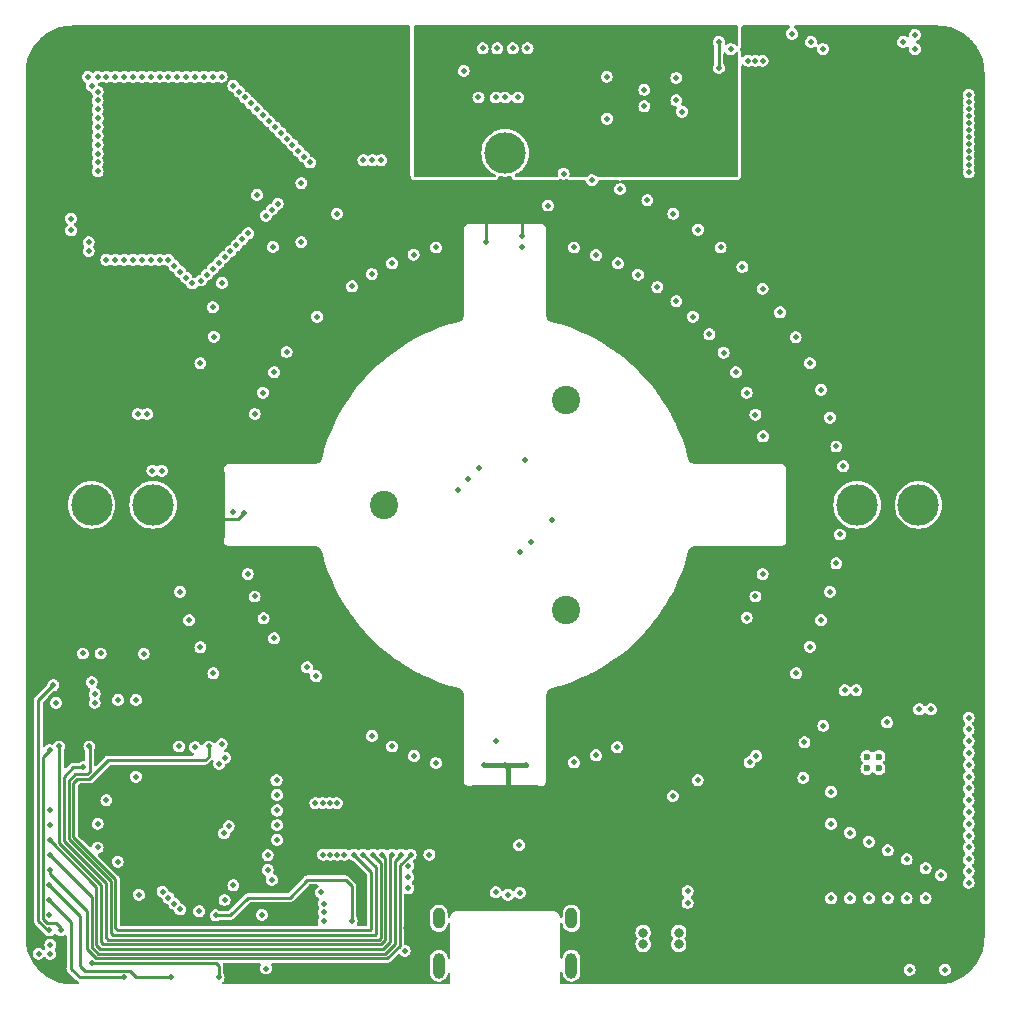
<source format=gbr>
%TF.GenerationSoftware,KiCad,Pcbnew,7.0.10*%
%TF.CreationDate,2024-01-23T14:11:02+00:00*%
%TF.ProjectId,view_base,76696577-5f62-4617-9365-2e6b69636164,rev?*%
%TF.SameCoordinates,Original*%
%TF.FileFunction,Copper,L3,Inr*%
%TF.FilePolarity,Positive*%
%FSLAX46Y46*%
G04 Gerber Fmt 4.6, Leading zero omitted, Abs format (unit mm)*
G04 Created by KiCad (PCBNEW 7.0.10) date 2024-01-23 14:11:02*
%MOMM*%
%LPD*%
G01*
G04 APERTURE LIST*
%TA.AperFunction,ComponentPad*%
%ADD10C,2.400000*%
%TD*%
%TA.AperFunction,ComponentPad*%
%ADD11C,3.500000*%
%TD*%
%TA.AperFunction,ComponentPad*%
%ADD12O,1.000000X1.800000*%
%TD*%
%TA.AperFunction,ComponentPad*%
%ADD13O,1.000000X2.200000*%
%TD*%
%TA.AperFunction,ComponentPad*%
%ADD14C,0.600000*%
%TD*%
%TA.AperFunction,ViaPad*%
%ADD15C,0.500000*%
%TD*%
%TA.AperFunction,ViaPad*%
%ADD16C,0.800000*%
%TD*%
%TA.AperFunction,Conductor*%
%ADD17C,0.250000*%
%TD*%
%TA.AperFunction,Conductor*%
%ADD18C,0.400000*%
%TD*%
G04 APERTURE END LIST*
D10*
%TO.N,unconnected-(H4-Pad1)*%
%TO.C,H4*%
X105125427Y-91122500D03*
%TD*%
%TO.N,unconnected-(H1-Pad1)*%
%TO.C,H1*%
X105125427Y-108877499D03*
%TD*%
%TO.N,unconnected-(H2-Pad1)*%
%TO.C,H2*%
X89749146Y-100000000D03*
%TD*%
D11*
%TO.N,unconnected-(H3-Pad1)*%
%TO.C,H3*%
X70200000Y-100000000D03*
%TD*%
%TO.N,unconnected-(H5-Pad1)*%
%TO.C,H5*%
X100000000Y-70200000D03*
%TD*%
%TO.N,unconnected-(H6-Pad1)*%
%TO.C,H6*%
X129800000Y-100000000D03*
%TD*%
D12*
%TO.N,GND*%
%TO.C,J1*%
X94380000Y-135000000D03*
D13*
X94380000Y-139000000D03*
D12*
X105620000Y-135000000D03*
D13*
X105620000Y-139000000D03*
%TD*%
D14*
%TO.N,GND*%
%TO.C,U8*%
X130650000Y-122300000D03*
X131650000Y-122300000D03*
X130650000Y-121300000D03*
X131650000Y-121300000D03*
%TD*%
D11*
%TO.N,unconnected-(H7-Pad1)*%
%TO.C,H7*%
X135000000Y-100000000D03*
%TD*%
%TO.N,unconnected-(H8-Pad1)*%
%TO.C,H8*%
X65000000Y-100000000D03*
%TD*%
D15*
%TO.N,GND*%
X128050000Y-104950000D03*
X129750000Y-115700000D03*
X120600000Y-62400000D03*
X139250000Y-122000000D03*
X111250000Y-80500000D03*
X139250000Y-131000000D03*
X124300000Y-60100000D03*
X68900000Y-92300000D03*
X84000000Y-114500000D03*
X139250000Y-70050000D03*
X88750000Y-70800000D03*
X60500000Y-138000000D03*
X76300000Y-121400000D03*
X128050000Y-95050000D03*
X135050000Y-117300000D03*
X84550000Y-125250000D03*
X139250000Y-124000000D03*
X85150000Y-125250000D03*
X76600000Y-127200000D03*
X120450000Y-109550000D03*
X128750000Y-115700000D03*
X80450000Y-88750000D03*
X117300000Y-85550000D03*
X79500000Y-90500000D03*
X121850000Y-94200000D03*
X85750000Y-75350000D03*
X88000000Y-70800000D03*
X101400000Y-78200000D03*
X86400000Y-129600000D03*
X139250000Y-67050000D03*
X89500000Y-70800000D03*
X79550000Y-109600000D03*
X103650000Y-74650000D03*
X87050000Y-81500000D03*
X118250000Y-78200000D03*
X84600000Y-129600000D03*
X125800000Y-112000000D03*
X121800000Y-62400000D03*
X109550000Y-79550000D03*
X124650000Y-114250000D03*
X139250000Y-70650000D03*
X107350000Y-72500000D03*
X139250000Y-121000000D03*
X120450000Y-90500000D03*
X99350000Y-61350000D03*
X74200000Y-112050000D03*
X85800000Y-129600000D03*
X134250000Y-139350000D03*
X116350000Y-76700000D03*
X75800000Y-121900000D03*
X90450000Y-79550000D03*
X75300000Y-114250000D03*
X139250000Y-65850000D03*
X139250000Y-120000000D03*
X81500000Y-87050000D03*
X100000000Y-65500000D03*
X99250000Y-120000000D03*
X124600000Y-85800000D03*
X75350000Y-85750000D03*
X107700000Y-121200000D03*
X115449995Y-133700003D03*
X83950000Y-125250000D03*
X114500000Y-82750000D03*
X127500000Y-92600000D03*
X109750000Y-73250000D03*
X127500000Y-107350000D03*
X84400000Y-132800000D03*
X116300000Y-123300000D03*
X69700000Y-92300000D03*
X126750000Y-90250000D03*
X139250000Y-65250000D03*
X92250000Y-78800000D03*
X119550000Y-88750000D03*
X91800000Y-131500000D03*
X123300000Y-83700000D03*
X84100000Y-84050000D03*
X90450000Y-120450000D03*
X80250000Y-131750000D03*
X121800000Y-105850000D03*
X112900000Y-81550000D03*
X114200000Y-124650000D03*
X139250000Y-130000000D03*
X70150000Y-97100000D03*
X139250000Y-129000000D03*
X62000000Y-116750000D03*
X139250000Y-68850000D03*
X139250000Y-71850000D03*
X139250000Y-128000000D03*
X139250000Y-68250000D03*
X101100000Y-65500000D03*
X112050000Y-74200000D03*
X85750000Y-125250000D03*
X139250000Y-67650000D03*
X120700000Y-121800000D03*
X121200000Y-62400000D03*
X97750000Y-65500000D03*
X139250000Y-71250000D03*
X104000000Y-101300000D03*
X88700000Y-80450000D03*
X71000000Y-132750000D03*
X128630000Y-96720000D03*
X61500000Y-138000000D03*
X99200000Y-65500000D03*
X121200000Y-107750000D03*
X94150000Y-78200000D03*
X94150000Y-121850000D03*
X61500000Y-137250000D03*
X115000000Y-66700000D03*
X88750000Y-119550000D03*
X72500000Y-107350000D03*
X114250000Y-75350000D03*
X125800000Y-88000000D03*
X85200000Y-129600000D03*
X74200000Y-88000000D03*
X78800000Y-107750000D03*
X139250000Y-125000000D03*
X134700000Y-60200000D03*
X121800000Y-81700000D03*
X139250000Y-126000000D03*
X107700000Y-78850000D03*
X139250000Y-123000000D03*
X118500000Y-87100000D03*
X105850000Y-121800000D03*
X126750000Y-109750000D03*
X70950000Y-97100000D03*
X128350000Y-102500000D03*
X72500000Y-134250000D03*
X109500000Y-120500000D03*
X77000000Y-100600000D03*
X71500000Y-133250000D03*
X139250000Y-119000000D03*
X78800000Y-92300000D03*
X139250000Y-118000000D03*
X115900000Y-84050000D03*
X72000000Y-133750000D03*
X76200000Y-127800000D03*
X139250000Y-132000000D03*
X80450000Y-111300000D03*
X115450000Y-132700004D03*
X92300000Y-121250000D03*
X121250000Y-121250000D03*
X120100000Y-79850000D03*
X78200000Y-105850000D03*
X139250000Y-66450000D03*
X139250000Y-127000000D03*
X125250000Y-123100000D03*
X136050000Y-117300000D03*
X73250000Y-109750000D03*
X139250000Y-69450000D03*
X105850000Y-78200000D03*
X121200000Y-92350000D03*
X104950000Y-71950000D03*
%TO.N,/USB_D-*%
X100250000Y-133000000D03*
X99200000Y-132800000D03*
X91800000Y-132450000D03*
%TO.N,/USB_D+*%
X91800000Y-130550000D03*
X101250000Y-132850000D03*
%TO.N,/STRAIN_E+*%
X79000000Y-73750000D03*
X75250000Y-83250000D03*
X80350000Y-78150000D03*
%TO.N,/STRAIN_S-*%
X76050000Y-81200000D03*
%TO.N,/STRAIN_S+*%
X82750000Y-77750000D03*
X82750000Y-72750000D03*
%TO.N,/ESP32_EN*%
X79750000Y-139250000D03*
X79400000Y-134700000D03*
%TO.N,/ESP32_BOOT*%
X74100000Y-134400000D03*
X62400000Y-136000000D03*
X65000000Y-138800000D03*
X75750000Y-140000000D03*
X61450000Y-120750000D03*
%TO.N,/USB_SERIAL_RXI*%
X61400000Y-133450000D03*
X67750000Y-140000000D03*
%TO.N,/USB_SERIAL_TXO*%
X61400000Y-132200000D03*
X71750000Y-140000000D03*
%TO.N,/LED_DATA_5V*%
X93600000Y-129600000D03*
X101200000Y-128800000D03*
X91500000Y-137760000D03*
%TO.N,/LCD_CMD*%
X69000000Y-133000000D03*
X61400000Y-134700000D03*
%TO.N,/LCD_CS*%
X73750000Y-120500000D03*
X67200000Y-130200000D03*
%TO.N,/LCD_BACKLIGHT*%
X65500000Y-129000000D03*
X77000000Y-132200000D03*
%TO.N,/LCD_DATA*%
X76000000Y-120250000D03*
X65500000Y-127000000D03*
%TO.N,/LCD_SCK*%
X66250000Y-125000000D03*
X76250000Y-133450000D03*
%TO.N,/LCD_RST*%
X68750000Y-123000000D03*
X72400000Y-120450000D03*
%TO.N,/MAG_DO*%
X67250000Y-116500000D03*
X97800000Y-96900000D03*
%TO.N,/MAG_CLK*%
X68750000Y-116500000D03*
X96900000Y-97800000D03*
%TO.N,/MAG_CSN*%
X96000000Y-98700000D03*
X69400000Y-112600000D03*
%TO.N,/STRAIN_SCK*%
X61750000Y-115250000D03*
X61400000Y-136000000D03*
%TO.N,/TMC_UH*%
X127600000Y-133300000D03*
X127600000Y-127000000D03*
X80650000Y-123300000D03*
%TO.N,/TMC_VH*%
X129200000Y-133300000D03*
X80700000Y-124550000D03*
X129200000Y-127750000D03*
%TO.N,/TMC_WH*%
X130800000Y-133300000D03*
X80700000Y-125850000D03*
X130800000Y-128500000D03*
%TO.N,/TMC_UL*%
X80700000Y-127100000D03*
X132400000Y-129250000D03*
X132400000Y-133300000D03*
%TO.N,/TMC_WL*%
X80700000Y-128350000D03*
X134000000Y-130000000D03*
X134000000Y-133300000D03*
%TO.N,/TMC_VL*%
X79900000Y-129650000D03*
X135600000Y-130750000D03*
X135600000Y-133300000D03*
%TO.N,/TMC_DIAG*%
X136900000Y-131350000D03*
X79900000Y-130900000D03*
%TO.N,/LED_DATA_3V3*%
X87000000Y-135200000D03*
X75500000Y-134750000D03*
%TO.N,GNDA*%
X80000000Y-67500000D03*
X80250000Y-75000000D03*
X64750000Y-77750000D03*
X65500000Y-70250000D03*
X73750000Y-63750000D03*
X69250000Y-63750000D03*
X75250000Y-80000000D03*
X65500000Y-71750000D03*
X69250000Y-79250000D03*
X65500000Y-65750000D03*
X76250000Y-79000000D03*
X77750000Y-77500000D03*
X65500000Y-68000000D03*
X74750000Y-80500000D03*
X73000000Y-63750000D03*
X64750000Y-78500000D03*
X75750000Y-79500000D03*
X77250000Y-78000000D03*
X70750000Y-79250000D03*
X81000000Y-68500000D03*
X83500000Y-71000000D03*
X80500000Y-68000000D03*
X78000000Y-65500000D03*
X65500000Y-63750000D03*
X74250000Y-81000000D03*
X70000000Y-79250000D03*
X83000000Y-70500000D03*
X68500000Y-79250000D03*
X76750000Y-78500000D03*
X65500000Y-71000000D03*
X77000000Y-64500000D03*
X67750000Y-79250000D03*
X72500000Y-80250000D03*
X74500000Y-63750000D03*
X65500000Y-68750000D03*
X65500000Y-69500000D03*
X65000000Y-64500000D03*
X72250000Y-63750000D03*
X82500000Y-70000000D03*
X82000000Y-69500000D03*
X77500000Y-65000000D03*
X66250000Y-63750000D03*
X66250000Y-79250000D03*
X67000000Y-79250000D03*
X67000000Y-63750000D03*
X65500000Y-67250000D03*
X75250000Y-63750000D03*
X64675000Y-63750000D03*
X76000000Y-63750000D03*
X78250000Y-77000000D03*
X79750000Y-75500000D03*
X70000000Y-63750000D03*
X67750000Y-63750000D03*
X73500000Y-81250000D03*
X70750000Y-63750000D03*
X65500000Y-65000000D03*
X73000000Y-80750000D03*
X72000000Y-79750000D03*
X68500000Y-63750000D03*
X78500000Y-66000000D03*
X71500000Y-79250000D03*
X71500000Y-63750000D03*
X80750000Y-74500000D03*
X79500000Y-67000000D03*
X81500000Y-69000000D03*
X79000000Y-66500000D03*
X65500000Y-66500000D03*
%TO.N,+5V*%
X96500000Y-132500000D03*
X109270000Y-75920000D03*
X101750000Y-122000000D03*
X77920000Y-86720000D03*
X124390000Y-91620000D03*
X110699995Y-132699999D03*
X75210000Y-92870000D03*
X125640000Y-102730000D03*
X98400000Y-77700000D03*
X114400000Y-121400000D03*
X74700000Y-99000000D03*
X123560000Y-89530000D03*
X81350000Y-83700000D03*
X104150000Y-132750000D03*
X95900000Y-132500000D03*
X115160000Y-79150000D03*
X79940000Y-116200000D03*
X75600000Y-108370000D03*
X78620000Y-114410000D03*
X80040000Y-85490000D03*
X75940000Y-90760000D03*
X95060000Y-125310000D03*
X103450000Y-125000000D03*
X125490000Y-95980000D03*
X74970000Y-106230000D03*
X117100000Y-114900000D03*
X89510000Y-76440000D03*
X131250000Y-139350000D03*
X120070000Y-83810000D03*
X125300000Y-104940000D03*
X92890000Y-124790000D03*
X136500000Y-75000000D03*
X85590000Y-78630000D03*
X120850000Y-115150000D03*
X100000000Y-122000000D03*
X136500000Y-74250000D03*
X87500000Y-77440000D03*
X125200000Y-101000000D03*
X77900000Y-100700000D03*
X113310000Y-77930000D03*
X95980000Y-74530000D03*
X126100000Y-125800000D03*
X116200000Y-120050000D03*
X82100000Y-81440000D03*
X74520000Y-104030000D03*
X102700000Y-74340000D03*
X101400000Y-77200000D03*
X122080000Y-113280000D03*
X77300000Y-95000000D03*
X84840000Y-120850000D03*
X90750000Y-124070000D03*
X105950000Y-123900000D03*
X107140000Y-75220000D03*
X136500000Y-73500000D03*
X115300000Y-116500000D03*
X83750000Y-80050000D03*
X98250000Y-122000000D03*
X123150000Y-111330000D03*
X88690000Y-123170000D03*
X124050000Y-109250000D03*
X84750000Y-115250000D03*
X87700000Y-131500000D03*
X110480000Y-123570000D03*
X122570000Y-87530000D03*
X118580000Y-82120000D03*
X76440000Y-110480000D03*
X108390000Y-124380000D03*
X104750000Y-132750000D03*
X121390000Y-85600000D03*
X86000000Y-116500000D03*
X74680000Y-95060000D03*
X91590000Y-75610000D03*
X76830000Y-88680000D03*
X110699999Y-133699999D03*
X104970000Y-74690000D03*
X111350000Y-76850000D03*
X116940000Y-80550000D03*
X112480000Y-122570000D03*
X91600000Y-135860000D03*
X93780000Y-74980000D03*
X86710000Y-122100000D03*
X125010000Y-93790000D03*
X125700000Y-97950000D03*
X125150000Y-121300000D03*
X124780000Y-107130000D03*
X77430000Y-112480000D03*
%TO.N,+3V3*%
X100650000Y-61350000D03*
X83250000Y-113750000D03*
X102200000Y-103100000D03*
X132350000Y-118400000D03*
X63250000Y-76750000D03*
X65000000Y-115000000D03*
X114500000Y-63850000D03*
X96500000Y-63250000D03*
D16*
X111700001Y-136200003D03*
D15*
X114500000Y-65750000D03*
X101300000Y-104000000D03*
X65250000Y-116000000D03*
D16*
X111700000Y-137200000D03*
D15*
X101700000Y-96200000D03*
X111800000Y-64850000D03*
X137250000Y-139350000D03*
X65250000Y-116750000D03*
D16*
X114700000Y-137200000D03*
D15*
X111800000Y-66250000D03*
X84650000Y-135250000D03*
X84650000Y-133750000D03*
X63250000Y-75750000D03*
D16*
X114700002Y-136200003D03*
D15*
X84650000Y-134500000D03*
%TO.N,Net-(J6-Pin_1)*%
X127600000Y-124300000D03*
%TO.N,Net-(J6-Pin_2)*%
X125350000Y-120100000D03*
%TO.N,Net-(J6-Pin_3)*%
X126950000Y-118700000D03*
%TO.N,Net-(U7-IO40)*%
X90400000Y-129600000D03*
X61450000Y-128400000D03*
%TO.N,Net-(U7-IO41)*%
X61450000Y-129650000D03*
X91200000Y-129600000D03*
%TO.N,Net-(U7-IO42)*%
X61450000Y-130900000D03*
X92000000Y-129600000D03*
%TO.N,Net-(U7-IO45)*%
X89600000Y-129600000D03*
X62250000Y-120450000D03*
%TO.N,Net-(U7-IO46)*%
X74900000Y-120450000D03*
X87200000Y-129600000D03*
%TO.N,Net-(U7-IO47)*%
X88000000Y-129600000D03*
X64800000Y-120450000D03*
%TO.N,SDA*%
X118100000Y-60800000D03*
X65749999Y-112575000D03*
X118100000Y-63000000D03*
X125900000Y-60800000D03*
X61450000Y-127100000D03*
X108600000Y-63750000D03*
X98100000Y-61350000D03*
X133700000Y-60800000D03*
%TO.N,SCL*%
X64250002Y-112575002D03*
X101900000Y-61350000D03*
X126900000Y-61400000D03*
X61450000Y-125850000D03*
X108650000Y-67300000D03*
X134700000Y-61400000D03*
X119100000Y-61400000D03*
%TO.N,Net-(U7-IO48)*%
X88800000Y-129600000D03*
X64300000Y-122200000D03*
%TO.N,+2V8*%
X113050000Y-65300000D03*
X108150000Y-66350000D03*
X108200000Y-62850000D03*
X101650000Y-63800000D03*
X112800000Y-68900000D03*
X112800000Y-67350000D03*
X101600000Y-67450000D03*
X93300000Y-64250000D03*
X105450000Y-65800000D03*
X105450000Y-62450000D03*
X93300000Y-66750000D03*
%TD*%
D17*
%TO.N,/ESP32_BOOT*%
X75500000Y-138800000D02*
X75750000Y-139050000D01*
X62000000Y-135400000D02*
X62400000Y-135800000D01*
X61250000Y-135400000D02*
X62000000Y-135400000D01*
X60875000Y-135025000D02*
X60875000Y-121325000D01*
X75750000Y-139050000D02*
X75750000Y-140000000D01*
X65000000Y-138800000D02*
X75500000Y-138800000D01*
X61250000Y-135400000D02*
X60875000Y-135025000D01*
X62400000Y-135800000D02*
X62400000Y-136000000D01*
X60875000Y-121325000D02*
X61450000Y-120750000D01*
%TO.N,/USB_SERIAL_RXI*%
X61400000Y-133450000D02*
X63250000Y-135300000D01*
X63250000Y-135300000D02*
X63250000Y-139250000D01*
X63250000Y-139250000D02*
X64000000Y-140000000D01*
X64000000Y-140000000D02*
X67750000Y-140000000D01*
%TO.N,/USB_SERIAL_TXO*%
X64000000Y-134800000D02*
X64000000Y-137500000D01*
X61400000Y-132200000D02*
X64000000Y-134800000D01*
X64000000Y-137500000D02*
X64000000Y-139000000D01*
X64475000Y-139475000D02*
X68225000Y-139475000D01*
X68225000Y-139475000D02*
X68750000Y-140000000D01*
X64000000Y-139000000D02*
X64475000Y-139475000D01*
X68750000Y-140000000D02*
X71750000Y-140000000D01*
%TO.N,/STRAIN_SCK*%
X61750000Y-115250000D02*
X60475000Y-116525000D01*
X61284315Y-136000000D02*
X60475000Y-135190685D01*
X61400000Y-136000000D02*
X61284315Y-136000000D01*
X60475000Y-135190685D02*
X60475000Y-117250000D01*
X60475000Y-116525000D02*
X60475000Y-117250000D01*
%TO.N,/LED_DATA_3V3*%
X76750000Y-134750000D02*
X78250000Y-133250000D01*
X75500000Y-134750000D02*
X76750000Y-134750000D01*
X78250000Y-133250000D02*
X81750000Y-133250000D01*
X87000000Y-135200000D02*
X87000000Y-132250000D01*
X83250000Y-131750000D02*
X86500000Y-131750000D01*
X86500000Y-131750000D02*
X86675000Y-131925000D01*
X81750000Y-133250000D02*
X83250000Y-131750000D01*
X87000000Y-132250000D02*
X86675000Y-131925000D01*
%TO.N,+5V*%
X98400000Y-77700000D02*
X98400000Y-75800000D01*
D18*
X100000000Y-122000000D02*
X100250000Y-122250000D01*
X100250000Y-122250000D02*
X100250000Y-124250000D01*
D17*
X77400000Y-101200000D02*
X75600000Y-101200000D01*
D18*
X100000000Y-122000000D02*
X101750000Y-122000000D01*
D17*
X101400000Y-77200000D02*
X101400000Y-75500000D01*
X77900000Y-100700000D02*
X77400000Y-101200000D01*
D18*
X98250000Y-122000000D02*
X100000000Y-122000000D01*
D17*
%TO.N,Net-(U7-IO40)*%
X65400000Y-137268628D02*
X65731372Y-137600000D01*
X65731372Y-137600000D02*
X89668628Y-137600000D01*
X90275000Y-129725000D02*
X90400000Y-129600000D01*
X89668628Y-137600000D02*
X90275000Y-136993628D01*
X65400000Y-132350000D02*
X65400000Y-137268628D01*
X90275000Y-136993628D02*
X90275000Y-129725000D01*
X61450000Y-128400000D02*
X65400000Y-132350000D01*
%TO.N,Net-(U7-IO41)*%
X90675000Y-137159314D02*
X89834314Y-138000000D01*
X90675000Y-130600000D02*
X90675000Y-137159314D01*
X90675000Y-130400000D02*
X90675000Y-130125000D01*
X65000000Y-137434314D02*
X65000000Y-133200000D01*
X90675000Y-130400000D02*
X90675000Y-130600000D01*
X89834314Y-138000000D02*
X65565686Y-138000000D01*
X65565686Y-138000000D02*
X65000000Y-137434314D01*
X90675000Y-130125000D02*
X91200000Y-129600000D01*
X65000000Y-133200000D02*
X61450000Y-129650000D01*
%TO.N,Net-(U7-IO42)*%
X61450000Y-130900000D02*
X61450000Y-131250000D01*
X64600000Y-134400000D02*
X64600000Y-137600000D01*
X91075000Y-137325000D02*
X91075000Y-130600000D01*
X65400000Y-138400000D02*
X90000000Y-138400000D01*
X61450000Y-131250000D02*
X64600000Y-134400000D01*
X90000000Y-138400000D02*
X91075000Y-137325000D01*
X64600000Y-137600000D02*
X65400000Y-138400000D01*
X91075000Y-130600000D02*
X91075000Y-130525000D01*
X91075000Y-130525000D02*
X92000000Y-129600000D01*
%TO.N,Net-(U7-IO45)*%
X89600000Y-129600000D02*
X89875000Y-129875000D01*
X89875000Y-136827942D02*
X89875000Y-130800000D01*
X62250000Y-128634314D02*
X65800000Y-132184315D01*
X62250000Y-120450000D02*
X62250000Y-128634314D01*
X65800000Y-137000000D02*
X66000000Y-137200000D01*
X89502942Y-137200000D02*
X89875000Y-136827942D01*
X66000000Y-137200000D02*
X89502942Y-137200000D01*
X89875000Y-129875000D02*
X89875000Y-130800000D01*
X65800000Y-132184315D02*
X65800000Y-137000000D01*
%TO.N,Net-(U7-IO46)*%
X67000000Y-131687260D02*
X63450000Y-128137256D01*
X67200000Y-136000000D02*
X67000000Y-135800000D01*
X87200000Y-129600000D02*
X88675000Y-131075000D01*
X88675000Y-131075000D02*
X88675000Y-131600000D01*
X63450000Y-128137256D02*
X63450000Y-123550000D01*
X67000000Y-135800000D02*
X67000000Y-131687260D01*
X88600000Y-136000000D02*
X67200000Y-136000000D01*
X74600000Y-121600000D02*
X74900000Y-121300000D01*
X74900000Y-121300000D02*
X74900000Y-120450000D01*
X88675000Y-131600000D02*
X88675000Y-135925000D01*
X88675000Y-135925000D02*
X88600000Y-136000000D01*
X66400000Y-121600000D02*
X74600000Y-121600000D01*
X63450000Y-123550000D02*
X63800000Y-123200000D01*
X63800000Y-123200000D02*
X64800000Y-123200000D01*
X64800000Y-123200000D02*
X66400000Y-121600000D01*
%TO.N,Net-(U7-IO47)*%
X66600000Y-131852945D02*
X66600000Y-136200000D01*
X89075000Y-136325000D02*
X89075000Y-131200000D01*
X89000000Y-136400000D02*
X89075000Y-136325000D01*
X63050000Y-123350000D02*
X63050000Y-128302942D01*
X64800000Y-120450000D02*
X64825000Y-120475000D01*
X66800000Y-136400000D02*
X89000000Y-136400000D01*
X63050000Y-128302942D02*
X66600000Y-131852945D01*
X63600000Y-122800000D02*
X63050000Y-123350000D01*
X64825000Y-122575000D02*
X64600000Y-122800000D01*
X89075000Y-130675000D02*
X89075000Y-131200000D01*
X88000000Y-129600000D02*
X89075000Y-130675000D01*
X64600000Y-122800000D02*
X63600000Y-122800000D01*
X66600000Y-136200000D02*
X66800000Y-136400000D01*
X64825000Y-120475000D02*
X64825000Y-122575000D01*
%TO.N,SDA*%
X118100000Y-63000000D02*
X118100000Y-60800000D01*
%TO.N,Net-(U7-IO48)*%
X62650000Y-128468628D02*
X66200000Y-132018630D01*
X89337256Y-136800000D02*
X89475000Y-136662256D01*
X63450000Y-122200000D02*
X62650000Y-123000000D01*
X66400000Y-136800000D02*
X89337256Y-136800000D01*
X62650000Y-123000000D02*
X62650000Y-128468628D01*
X89475000Y-130275000D02*
X89475000Y-131000000D01*
X89475000Y-136662256D02*
X89475000Y-131000000D01*
X88800000Y-129600000D02*
X89475000Y-130275000D01*
X66200000Y-136600000D02*
X66400000Y-136800000D01*
X64300000Y-122200000D02*
X63450000Y-122200000D01*
X66200000Y-132018630D02*
X66200000Y-136600000D01*
%TD*%
%TA.AperFunction,Conductor*%
%TO.N,+2V8*%
G36*
X119693039Y-59420185D02*
G01*
X119738794Y-59472989D01*
X119750000Y-59524500D01*
X119750000Y-61047289D01*
X119730315Y-61114328D01*
X119677511Y-61160083D01*
X119608353Y-61170027D01*
X119544797Y-61141002D01*
X119532288Y-61128492D01*
X119433777Y-61014806D01*
X119433776Y-61014805D01*
X119433775Y-61014804D01*
X119398950Y-60992423D01*
X119311730Y-60936369D01*
X119172538Y-60895500D01*
X119172536Y-60895500D01*
X119027464Y-60895500D01*
X119027461Y-60895500D01*
X118888270Y-60936369D01*
X118888265Y-60936371D01*
X118788141Y-61000718D01*
X118721102Y-61020403D01*
X118654063Y-61000718D01*
X118608308Y-60947914D01*
X118598364Y-60878758D01*
X118609688Y-60800000D01*
X118589042Y-60656404D01*
X118589041Y-60656400D01*
X118528777Y-60524443D01*
X118528777Y-60524442D01*
X118433775Y-60414804D01*
X118398950Y-60392423D01*
X118311730Y-60336369D01*
X118172538Y-60295500D01*
X118172536Y-60295500D01*
X118027464Y-60295500D01*
X118027461Y-60295500D01*
X117888270Y-60336369D01*
X117888269Y-60336369D01*
X117766226Y-60414803D01*
X117671223Y-60524442D01*
X117671222Y-60524443D01*
X117610958Y-60656400D01*
X117610957Y-60656404D01*
X117590312Y-60800000D01*
X117610957Y-60943595D01*
X117610958Y-60943599D01*
X117658313Y-61047289D01*
X117671223Y-61075558D01*
X117690212Y-61097472D01*
X117719237Y-61161025D01*
X117720500Y-61178675D01*
X117720500Y-62621323D01*
X117700815Y-62688362D01*
X117690214Y-62702525D01*
X117671223Y-62724442D01*
X117671222Y-62724443D01*
X117610958Y-62856400D01*
X117610957Y-62856404D01*
X117590312Y-63000000D01*
X117610957Y-63143595D01*
X117610958Y-63143599D01*
X117657496Y-63245500D01*
X117671223Y-63275558D01*
X117766225Y-63385196D01*
X117844659Y-63435602D01*
X117888269Y-63463630D01*
X118027461Y-63504499D01*
X118027463Y-63504500D01*
X118027464Y-63504500D01*
X118172537Y-63504500D01*
X118172537Y-63504499D01*
X118280552Y-63472783D01*
X118311729Y-63463630D01*
X118311730Y-63463630D01*
X118311732Y-63463629D01*
X118433775Y-63385196D01*
X118528777Y-63275558D01*
X118589042Y-63143596D01*
X118609688Y-63000000D01*
X118589042Y-62856404D01*
X118589041Y-62856400D01*
X118528777Y-62724443D01*
X118528777Y-62724442D01*
X118509786Y-62702525D01*
X118480762Y-62638969D01*
X118479500Y-62621323D01*
X118479500Y-61786754D01*
X118499185Y-61719715D01*
X118551989Y-61673960D01*
X118621147Y-61664016D01*
X118684703Y-61693041D01*
X118697206Y-61705544D01*
X118766225Y-61785196D01*
X118810469Y-61813630D01*
X118888269Y-61863630D01*
X119027461Y-61904499D01*
X119027463Y-61904500D01*
X119027464Y-61904500D01*
X119172537Y-61904500D01*
X119172537Y-61904499D01*
X119311729Y-61863630D01*
X119311730Y-61863630D01*
X119311732Y-61863629D01*
X119433775Y-61785196D01*
X119528777Y-61675558D01*
X119528777Y-61675557D01*
X119532287Y-61671507D01*
X119591066Y-61633733D01*
X119660935Y-61633733D01*
X119719713Y-61671508D01*
X119748738Y-61735063D01*
X119750000Y-61752710D01*
X119750000Y-72126000D01*
X119730315Y-72193039D01*
X119677511Y-72238794D01*
X119626000Y-72250000D01*
X107857552Y-72250000D01*
X107790513Y-72230315D01*
X107763839Y-72207203D01*
X107748209Y-72189165D01*
X107683775Y-72114804D01*
X107608727Y-72066573D01*
X107561730Y-72036369D01*
X107422538Y-71995500D01*
X107422536Y-71995500D01*
X107277464Y-71995500D01*
X107277461Y-71995500D01*
X107138270Y-72036369D01*
X107138269Y-72036369D01*
X107016226Y-72114803D01*
X107016225Y-72114803D01*
X107016225Y-72114804D01*
X106998859Y-72134846D01*
X106936161Y-72207203D01*
X106877382Y-72244977D01*
X106842448Y-72250000D01*
X105558762Y-72250000D01*
X105491723Y-72230315D01*
X105445968Y-72177511D01*
X105436024Y-72108353D01*
X105438666Y-72096207D01*
X105439041Y-72093597D01*
X105439042Y-72093596D01*
X105459688Y-71950000D01*
X105439042Y-71806404D01*
X105439041Y-71806400D01*
X105378777Y-71674443D01*
X105378777Y-71674442D01*
X105283775Y-71564804D01*
X105248950Y-71542423D01*
X105161730Y-71486369D01*
X105022538Y-71445500D01*
X105022536Y-71445500D01*
X104877464Y-71445500D01*
X104877461Y-71445500D01*
X104738270Y-71486369D01*
X104738269Y-71486369D01*
X104616226Y-71564803D01*
X104521223Y-71674442D01*
X104521222Y-71674443D01*
X104460958Y-71806400D01*
X104460957Y-71806404D01*
X104440312Y-71950000D01*
X104462220Y-72102374D01*
X104460213Y-72102662D01*
X104460217Y-72160927D01*
X104422447Y-72219708D01*
X104358893Y-72248737D01*
X104341238Y-72250000D01*
X100914119Y-72250000D01*
X100847080Y-72230315D01*
X100801325Y-72177511D01*
X100791381Y-72108353D01*
X100820406Y-72044797D01*
X100854692Y-72017168D01*
X101017150Y-71928458D01*
X101086483Y-71890600D01*
X101316021Y-71718769D01*
X101518769Y-71516021D01*
X101690600Y-71286483D01*
X101828015Y-71034826D01*
X101928216Y-70766175D01*
X101989165Y-70485999D01*
X102009620Y-70200000D01*
X101989165Y-69914001D01*
X101928216Y-69633825D01*
X101828015Y-69365174D01*
X101690600Y-69113517D01*
X101518769Y-68883979D01*
X101518764Y-68883974D01*
X101518759Y-68883968D01*
X101316031Y-68681240D01*
X101316025Y-68681235D01*
X101316021Y-68681231D01*
X101086483Y-68509400D01*
X101086478Y-68509397D01*
X101086477Y-68509396D01*
X100834831Y-68371987D01*
X100834827Y-68371985D01*
X100732975Y-68333997D01*
X100566175Y-68271784D01*
X100566171Y-68271783D01*
X100566168Y-68271782D01*
X100286004Y-68210835D01*
X100000001Y-68190380D01*
X99999999Y-68190380D01*
X99713995Y-68210835D01*
X99433831Y-68271782D01*
X99433826Y-68271783D01*
X99433825Y-68271784D01*
X99368874Y-68296009D01*
X99165172Y-68371985D01*
X99165168Y-68371987D01*
X98913522Y-68509396D01*
X98913521Y-68509397D01*
X98683980Y-68681230D01*
X98683968Y-68681240D01*
X98481240Y-68883968D01*
X98481230Y-68883980D01*
X98309397Y-69113521D01*
X98309396Y-69113522D01*
X98171987Y-69365168D01*
X98171985Y-69365172D01*
X98071782Y-69633831D01*
X98010835Y-69913995D01*
X97990380Y-70199998D01*
X97990380Y-70200001D01*
X98010835Y-70486004D01*
X98071782Y-70766168D01*
X98071784Y-70766175D01*
X98133997Y-70932975D01*
X98171985Y-71034827D01*
X98171987Y-71034831D01*
X98309396Y-71286477D01*
X98309397Y-71286478D01*
X98309400Y-71286483D01*
X98481231Y-71516021D01*
X98481235Y-71516025D01*
X98481240Y-71516031D01*
X98683968Y-71718759D01*
X98683974Y-71718764D01*
X98683979Y-71718769D01*
X98913517Y-71890600D01*
X98913521Y-71890602D01*
X98913522Y-71890603D01*
X99145308Y-72017168D01*
X99194713Y-72066573D01*
X99209565Y-72134846D01*
X99185148Y-72200310D01*
X99129215Y-72242182D01*
X99085881Y-72250000D01*
X92374000Y-72250000D01*
X92306961Y-72230315D01*
X92261206Y-72177511D01*
X92250000Y-72126000D01*
X92250000Y-67300000D01*
X108140312Y-67300000D01*
X108160957Y-67443595D01*
X108160958Y-67443599D01*
X108221222Y-67575556D01*
X108221223Y-67575558D01*
X108316225Y-67685196D01*
X108394659Y-67735602D01*
X108438269Y-67763630D01*
X108577461Y-67804499D01*
X108577463Y-67804500D01*
X108577464Y-67804500D01*
X108722537Y-67804500D01*
X108722537Y-67804499D01*
X108861729Y-67763630D01*
X108861730Y-67763630D01*
X108861732Y-67763629D01*
X108983775Y-67685196D01*
X109078777Y-67575558D01*
X109139042Y-67443596D01*
X109159688Y-67300000D01*
X109139042Y-67156404D01*
X109139041Y-67156400D01*
X109078777Y-67024443D01*
X109078777Y-67024442D01*
X108983775Y-66914804D01*
X108948950Y-66892423D01*
X108861730Y-66836369D01*
X108722538Y-66795500D01*
X108722536Y-66795500D01*
X108577464Y-66795500D01*
X108577461Y-66795500D01*
X108438270Y-66836369D01*
X108438269Y-66836369D01*
X108316226Y-66914803D01*
X108221223Y-67024442D01*
X108221222Y-67024443D01*
X108160958Y-67156400D01*
X108160957Y-67156404D01*
X108140312Y-67300000D01*
X92250000Y-67300000D01*
X92250000Y-66250000D01*
X111290312Y-66250000D01*
X111310957Y-66393595D01*
X111310958Y-66393599D01*
X111371222Y-66525556D01*
X111371223Y-66525558D01*
X111466225Y-66635196D01*
X111544659Y-66685602D01*
X111588269Y-66713630D01*
X111727461Y-66754499D01*
X111727463Y-66754500D01*
X111727464Y-66754500D01*
X111872537Y-66754500D01*
X111872537Y-66754499D01*
X112011729Y-66713630D01*
X112011730Y-66713630D01*
X112011732Y-66713629D01*
X112133775Y-66635196D01*
X112228777Y-66525558D01*
X112289042Y-66393596D01*
X112309688Y-66250000D01*
X112289042Y-66106404D01*
X112289041Y-66106400D01*
X112242504Y-66004500D01*
X112228777Y-65974442D01*
X112133775Y-65864804D01*
X112098950Y-65842423D01*
X112011730Y-65786369D01*
X111887864Y-65750000D01*
X113990312Y-65750000D01*
X114010957Y-65893595D01*
X114010958Y-65893599D01*
X114061606Y-66004500D01*
X114071223Y-66025558D01*
X114166225Y-66135196D01*
X114229429Y-66175815D01*
X114288269Y-66213630D01*
X114427461Y-66254499D01*
X114427463Y-66254500D01*
X114455885Y-66254500D01*
X114522924Y-66274185D01*
X114568679Y-66326989D01*
X114578623Y-66396147D01*
X114568679Y-66430012D01*
X114510958Y-66556400D01*
X114510957Y-66556404D01*
X114490312Y-66700000D01*
X114510957Y-66843595D01*
X114510958Y-66843599D01*
X114571222Y-66975556D01*
X114571223Y-66975558D01*
X114666225Y-67085196D01*
X114744659Y-67135602D01*
X114788269Y-67163630D01*
X114927461Y-67204499D01*
X114927463Y-67204500D01*
X114927464Y-67204500D01*
X115072537Y-67204500D01*
X115072537Y-67204499D01*
X115211729Y-67163630D01*
X115211730Y-67163630D01*
X115222980Y-67156400D01*
X115333775Y-67085196D01*
X115428777Y-66975558D01*
X115489042Y-66843596D01*
X115509688Y-66700000D01*
X115489042Y-66556404D01*
X115489041Y-66556400D01*
X115450220Y-66471397D01*
X115428777Y-66424442D01*
X115333775Y-66314804D01*
X115298950Y-66292423D01*
X115211730Y-66236369D01*
X115072538Y-66195500D01*
X115072536Y-66195500D01*
X115044115Y-66195500D01*
X114977076Y-66175815D01*
X114931321Y-66123011D01*
X114921377Y-66053853D01*
X114931321Y-66019988D01*
X114989041Y-65893599D01*
X114989042Y-65893595D01*
X115009688Y-65750000D01*
X114989042Y-65606404D01*
X114989041Y-65606400D01*
X114928777Y-65474443D01*
X114928777Y-65474442D01*
X114833775Y-65364804D01*
X114756880Y-65315386D01*
X114711730Y-65286369D01*
X114572538Y-65245500D01*
X114572536Y-65245500D01*
X114427464Y-65245500D01*
X114427461Y-65245500D01*
X114288270Y-65286369D01*
X114288269Y-65286369D01*
X114166226Y-65364803D01*
X114071223Y-65474442D01*
X114071222Y-65474443D01*
X114010958Y-65606400D01*
X114010957Y-65606404D01*
X113990312Y-65750000D01*
X111887864Y-65750000D01*
X111872538Y-65745500D01*
X111872536Y-65745500D01*
X111727464Y-65745500D01*
X111727461Y-65745500D01*
X111588270Y-65786369D01*
X111588269Y-65786369D01*
X111466226Y-65864803D01*
X111466225Y-65864803D01*
X111466225Y-65864804D01*
X111441277Y-65893596D01*
X111371223Y-65974442D01*
X111371222Y-65974443D01*
X111310958Y-66106400D01*
X111310957Y-66106404D01*
X111290312Y-66250000D01*
X92250000Y-66250000D01*
X92250000Y-65500000D01*
X97240312Y-65500000D01*
X97260957Y-65643595D01*
X97260958Y-65643599D01*
X97307496Y-65745500D01*
X97321223Y-65775558D01*
X97416225Y-65885196D01*
X97494659Y-65935602D01*
X97538269Y-65963630D01*
X97677461Y-66004499D01*
X97677463Y-66004500D01*
X97677464Y-66004500D01*
X97822537Y-66004500D01*
X97822537Y-66004499D01*
X97961729Y-65963630D01*
X97961730Y-65963630D01*
X97961732Y-65963629D01*
X98083775Y-65885196D01*
X98178777Y-65775558D01*
X98239042Y-65643596D01*
X98259688Y-65500000D01*
X98690312Y-65500000D01*
X98710957Y-65643595D01*
X98710958Y-65643599D01*
X98757496Y-65745500D01*
X98771223Y-65775558D01*
X98866225Y-65885196D01*
X98944659Y-65935602D01*
X98988269Y-65963630D01*
X99127461Y-66004499D01*
X99127463Y-66004500D01*
X99127464Y-66004500D01*
X99272537Y-66004500D01*
X99272537Y-66004499D01*
X99411729Y-65963630D01*
X99411730Y-65963630D01*
X99411732Y-65963629D01*
X99532962Y-65885718D01*
X99599999Y-65866034D01*
X99667035Y-65885717D01*
X99788268Y-65963629D01*
X99788270Y-65963630D01*
X99927461Y-66004499D01*
X99927463Y-66004500D01*
X99927464Y-66004500D01*
X100072537Y-66004500D01*
X100072537Y-66004499D01*
X100211729Y-65963630D01*
X100211730Y-65963630D01*
X100211732Y-65963629D01*
X100333775Y-65885196D01*
X100428777Y-65775558D01*
X100437206Y-65757100D01*
X100482960Y-65704298D01*
X100550000Y-65684613D01*
X100617039Y-65704297D01*
X100662793Y-65757100D01*
X100671223Y-65775558D01*
X100766225Y-65885196D01*
X100844659Y-65935602D01*
X100888269Y-65963630D01*
X101027461Y-66004499D01*
X101027463Y-66004500D01*
X101027464Y-66004500D01*
X101172537Y-66004500D01*
X101172537Y-66004499D01*
X101311729Y-65963630D01*
X101311730Y-65963630D01*
X101311732Y-65963629D01*
X101433775Y-65885196D01*
X101528777Y-65775558D01*
X101589042Y-65643596D01*
X101609688Y-65500000D01*
X101589042Y-65356404D01*
X101589041Y-65356400D01*
X101528777Y-65224443D01*
X101528777Y-65224442D01*
X101433775Y-65114804D01*
X101398950Y-65092423D01*
X101311730Y-65036369D01*
X101172538Y-64995500D01*
X101172536Y-64995500D01*
X101027464Y-64995500D01*
X101027461Y-64995500D01*
X100888270Y-65036369D01*
X100888269Y-65036369D01*
X100766226Y-65114803D01*
X100671223Y-65224441D01*
X100662794Y-65242899D01*
X100617038Y-65295702D01*
X100549999Y-65315386D01*
X100482959Y-65295701D01*
X100437206Y-65242899D01*
X100428777Y-65224443D01*
X100428777Y-65224442D01*
X100333775Y-65114804D01*
X100298950Y-65092423D01*
X100211730Y-65036369D01*
X100072538Y-64995500D01*
X100072536Y-64995500D01*
X99927464Y-64995500D01*
X99927461Y-64995500D01*
X99788270Y-65036369D01*
X99667039Y-65114280D01*
X99600000Y-65133964D01*
X99532961Y-65114280D01*
X99459779Y-65067249D01*
X99411732Y-65036371D01*
X99411730Y-65036370D01*
X99411728Y-65036369D01*
X99411729Y-65036369D01*
X99272538Y-64995500D01*
X99272536Y-64995500D01*
X99127464Y-64995500D01*
X99127461Y-64995500D01*
X98988270Y-65036369D01*
X98988269Y-65036369D01*
X98866226Y-65114803D01*
X98866225Y-65114803D01*
X98866225Y-65114804D01*
X98856907Y-65125558D01*
X98771223Y-65224442D01*
X98771222Y-65224443D01*
X98710958Y-65356400D01*
X98710957Y-65356404D01*
X98690312Y-65500000D01*
X98259688Y-65500000D01*
X98239042Y-65356404D01*
X98239041Y-65356400D01*
X98178777Y-65224443D01*
X98178777Y-65224442D01*
X98083775Y-65114804D01*
X98048950Y-65092423D01*
X97961730Y-65036369D01*
X97822538Y-64995500D01*
X97822536Y-64995500D01*
X97677464Y-64995500D01*
X97677461Y-64995500D01*
X97538270Y-65036369D01*
X97538269Y-65036369D01*
X97416226Y-65114803D01*
X97416225Y-65114803D01*
X97416225Y-65114804D01*
X97406907Y-65125558D01*
X97321223Y-65224442D01*
X97321222Y-65224443D01*
X97260958Y-65356400D01*
X97260957Y-65356404D01*
X97240312Y-65500000D01*
X92250000Y-65500000D01*
X92250000Y-64850000D01*
X111290312Y-64850000D01*
X111310957Y-64993595D01*
X111310958Y-64993599D01*
X111366311Y-65114803D01*
X111371223Y-65125558D01*
X111466225Y-65235196D01*
X111544659Y-65285602D01*
X111588269Y-65313630D01*
X111727461Y-65354499D01*
X111727463Y-65354500D01*
X111727464Y-65354500D01*
X111872537Y-65354500D01*
X111872537Y-65354499D01*
X112011729Y-65313630D01*
X112011730Y-65313630D01*
X112011732Y-65313629D01*
X112133775Y-65235196D01*
X112228777Y-65125558D01*
X112271664Y-65031646D01*
X112289041Y-64993599D01*
X112289042Y-64993595D01*
X112309688Y-64850000D01*
X112289042Y-64706404D01*
X112289041Y-64706400D01*
X112228777Y-64574443D01*
X112228777Y-64574442D01*
X112133775Y-64464804D01*
X112098950Y-64442423D01*
X112011730Y-64386369D01*
X111872538Y-64345500D01*
X111872536Y-64345500D01*
X111727464Y-64345500D01*
X111727461Y-64345500D01*
X111588270Y-64386369D01*
X111588269Y-64386369D01*
X111466226Y-64464803D01*
X111371223Y-64574442D01*
X111371222Y-64574443D01*
X111310958Y-64706400D01*
X111310957Y-64706404D01*
X111290312Y-64850000D01*
X92250000Y-64850000D01*
X92250000Y-63250000D01*
X95990312Y-63250000D01*
X96010957Y-63393595D01*
X96010958Y-63393599D01*
X96061606Y-63504500D01*
X96071223Y-63525558D01*
X96166225Y-63635196D01*
X96244659Y-63685602D01*
X96288269Y-63713630D01*
X96427461Y-63754499D01*
X96427463Y-63754500D01*
X96427464Y-63754500D01*
X96572537Y-63754500D01*
X96572537Y-63754499D01*
X96587860Y-63750000D01*
X108090312Y-63750000D01*
X108110957Y-63893595D01*
X108110958Y-63893599D01*
X108171222Y-64025556D01*
X108171223Y-64025558D01*
X108266225Y-64135196D01*
X108344659Y-64185602D01*
X108388269Y-64213630D01*
X108527461Y-64254499D01*
X108527463Y-64254500D01*
X108527464Y-64254500D01*
X108672537Y-64254500D01*
X108672537Y-64254499D01*
X108811729Y-64213630D01*
X108811730Y-64213630D01*
X108811732Y-64213629D01*
X108933775Y-64135196D01*
X109028777Y-64025558D01*
X109089042Y-63893596D01*
X109095310Y-63850000D01*
X113990312Y-63850000D01*
X114010957Y-63993595D01*
X114010958Y-63993599D01*
X114071222Y-64125556D01*
X114071223Y-64125558D01*
X114166225Y-64235196D01*
X114244659Y-64285602D01*
X114288269Y-64313630D01*
X114427461Y-64354499D01*
X114427463Y-64354500D01*
X114427464Y-64354500D01*
X114572537Y-64354500D01*
X114572537Y-64354499D01*
X114711729Y-64313630D01*
X114711730Y-64313630D01*
X114711732Y-64313629D01*
X114833775Y-64235196D01*
X114928777Y-64125558D01*
X114971664Y-64031646D01*
X114989041Y-63993599D01*
X114989042Y-63993595D01*
X115003419Y-63893599D01*
X115009688Y-63850000D01*
X114989042Y-63706404D01*
X114989041Y-63706400D01*
X114950220Y-63621397D01*
X114928777Y-63574442D01*
X114833775Y-63464804D01*
X114798950Y-63442423D01*
X114711730Y-63386369D01*
X114572538Y-63345500D01*
X114572536Y-63345500D01*
X114427464Y-63345500D01*
X114427461Y-63345500D01*
X114288270Y-63386369D01*
X114288269Y-63386369D01*
X114166226Y-63464803D01*
X114071223Y-63574442D01*
X114071222Y-63574443D01*
X114010958Y-63706400D01*
X114010957Y-63706404D01*
X113990312Y-63850000D01*
X109095310Y-63850000D01*
X109109688Y-63750000D01*
X109089042Y-63606404D01*
X109089041Y-63606400D01*
X109042504Y-63504500D01*
X109028777Y-63474442D01*
X108933775Y-63364804D01*
X108898950Y-63342423D01*
X108811730Y-63286369D01*
X108672538Y-63245500D01*
X108672536Y-63245500D01*
X108527464Y-63245500D01*
X108527461Y-63245500D01*
X108388270Y-63286369D01*
X108388269Y-63286369D01*
X108266226Y-63364803D01*
X108266225Y-63364803D01*
X108266225Y-63364804D01*
X108241277Y-63393596D01*
X108171223Y-63474442D01*
X108171222Y-63474443D01*
X108110958Y-63606400D01*
X108110957Y-63606404D01*
X108090312Y-63750000D01*
X96587860Y-63750000D01*
X96711729Y-63713630D01*
X96711730Y-63713630D01*
X96722980Y-63706400D01*
X96833775Y-63635196D01*
X96928777Y-63525558D01*
X96989042Y-63393596D01*
X97009688Y-63250000D01*
X96989042Y-63106404D01*
X96989041Y-63106400D01*
X96928777Y-62974443D01*
X96928777Y-62974442D01*
X96833775Y-62864804D01*
X96798950Y-62842423D01*
X96711730Y-62786369D01*
X96572538Y-62745500D01*
X96572536Y-62745500D01*
X96427464Y-62745500D01*
X96427461Y-62745500D01*
X96288270Y-62786369D01*
X96288269Y-62786369D01*
X96166226Y-62864803D01*
X96071223Y-62974442D01*
X96071222Y-62974443D01*
X96010958Y-63106400D01*
X96010957Y-63106404D01*
X95990312Y-63250000D01*
X92250000Y-63250000D01*
X92250000Y-61350000D01*
X97590312Y-61350000D01*
X97610957Y-61493595D01*
X97610958Y-61493599D01*
X97671222Y-61625556D01*
X97671223Y-61625558D01*
X97766225Y-61735196D01*
X97844026Y-61785196D01*
X97888269Y-61813630D01*
X98027461Y-61854499D01*
X98027463Y-61854500D01*
X98027464Y-61854500D01*
X98172537Y-61854500D01*
X98172537Y-61854499D01*
X98311729Y-61813630D01*
X98311730Y-61813630D01*
X98311732Y-61813629D01*
X98433775Y-61735196D01*
X98528777Y-61625558D01*
X98589042Y-61493596D01*
X98602262Y-61401647D01*
X98625849Y-61349999D01*
X98824150Y-61349999D01*
X98847738Y-61401648D01*
X98860957Y-61493595D01*
X98860958Y-61493599D01*
X98921222Y-61625556D01*
X98921223Y-61625558D01*
X99016225Y-61735196D01*
X99094026Y-61785196D01*
X99138269Y-61813630D01*
X99277461Y-61854499D01*
X99277463Y-61854500D01*
X99277464Y-61854500D01*
X99422537Y-61854500D01*
X99422537Y-61854499D01*
X99561729Y-61813630D01*
X99561730Y-61813630D01*
X99561732Y-61813629D01*
X99683775Y-61735196D01*
X99778777Y-61625558D01*
X99839042Y-61493596D01*
X99859688Y-61350000D01*
X100140312Y-61350000D01*
X100160957Y-61493595D01*
X100160958Y-61493599D01*
X100221222Y-61625556D01*
X100221223Y-61625558D01*
X100316225Y-61735196D01*
X100394026Y-61785196D01*
X100438269Y-61813630D01*
X100577461Y-61854499D01*
X100577463Y-61854500D01*
X100577464Y-61854500D01*
X100722537Y-61854500D01*
X100722537Y-61854499D01*
X100861729Y-61813630D01*
X100861730Y-61813630D01*
X100861732Y-61813629D01*
X100983775Y-61735196D01*
X101078777Y-61625558D01*
X101139042Y-61493596D01*
X101152262Y-61401647D01*
X101175849Y-61349999D01*
X101374150Y-61349999D01*
X101397738Y-61401648D01*
X101410957Y-61493595D01*
X101410958Y-61493599D01*
X101471222Y-61625556D01*
X101471223Y-61625558D01*
X101566225Y-61735196D01*
X101644026Y-61785196D01*
X101688269Y-61813630D01*
X101827461Y-61854499D01*
X101827463Y-61854500D01*
X101827464Y-61854500D01*
X101972537Y-61854500D01*
X101972537Y-61854499D01*
X102111729Y-61813630D01*
X102111730Y-61813630D01*
X102111732Y-61813629D01*
X102233775Y-61735196D01*
X102328777Y-61625558D01*
X102389042Y-61493596D01*
X102409688Y-61350000D01*
X102389042Y-61206404D01*
X102389041Y-61206400D01*
X102346992Y-61114328D01*
X102328777Y-61074442D01*
X102233775Y-60964804D01*
X102189530Y-60936369D01*
X102111730Y-60886369D01*
X101972538Y-60845500D01*
X101972536Y-60845500D01*
X101827464Y-60845500D01*
X101827461Y-60845500D01*
X101688270Y-60886369D01*
X101688269Y-60886369D01*
X101566226Y-60964803D01*
X101471223Y-61074442D01*
X101471222Y-61074443D01*
X101410958Y-61206400D01*
X101410957Y-61206404D01*
X101397738Y-61298351D01*
X101374150Y-61349999D01*
X101175849Y-61349999D01*
X101152262Y-61298351D01*
X101139042Y-61206404D01*
X101139041Y-61206400D01*
X101096992Y-61114328D01*
X101078777Y-61074442D01*
X100983775Y-60964804D01*
X100939530Y-60936369D01*
X100861730Y-60886369D01*
X100722538Y-60845500D01*
X100722536Y-60845500D01*
X100577464Y-60845500D01*
X100577461Y-60845500D01*
X100438270Y-60886369D01*
X100438269Y-60886369D01*
X100316226Y-60964803D01*
X100221223Y-61074442D01*
X100221222Y-61074443D01*
X100160958Y-61206400D01*
X100160957Y-61206404D01*
X100140312Y-61350000D01*
X99859688Y-61350000D01*
X99839042Y-61206404D01*
X99839041Y-61206400D01*
X99796992Y-61114328D01*
X99778777Y-61074442D01*
X99683775Y-60964804D01*
X99639530Y-60936369D01*
X99561730Y-60886369D01*
X99422538Y-60845500D01*
X99422536Y-60845500D01*
X99277464Y-60845500D01*
X99277461Y-60845500D01*
X99138270Y-60886369D01*
X99138269Y-60886369D01*
X99016226Y-60964803D01*
X98921223Y-61074442D01*
X98921222Y-61074443D01*
X98860958Y-61206400D01*
X98860957Y-61206404D01*
X98847738Y-61298351D01*
X98824150Y-61349999D01*
X98625849Y-61349999D01*
X98602262Y-61298351D01*
X98589042Y-61206404D01*
X98589041Y-61206400D01*
X98546992Y-61114328D01*
X98528777Y-61074442D01*
X98433775Y-60964804D01*
X98389530Y-60936369D01*
X98311730Y-60886369D01*
X98172538Y-60845500D01*
X98172536Y-60845500D01*
X98027464Y-60845500D01*
X98027461Y-60845500D01*
X97888270Y-60886369D01*
X97888269Y-60886369D01*
X97766226Y-60964803D01*
X97671223Y-61074442D01*
X97671222Y-61074443D01*
X97610958Y-61206400D01*
X97610957Y-61206404D01*
X97590312Y-61350000D01*
X92250000Y-61350000D01*
X92250000Y-59524500D01*
X92269685Y-59457461D01*
X92322489Y-59411706D01*
X92374000Y-59400500D01*
X119626000Y-59400500D01*
X119693039Y-59420185D01*
G37*
%TD.AperFunction*%
%TD*%
%TA.AperFunction,Conductor*%
%TO.N,+5V*%
G36*
X91933539Y-59420185D02*
G01*
X91979294Y-59472989D01*
X91990500Y-59524500D01*
X91990500Y-72126008D01*
X91996430Y-72181161D01*
X92007639Y-72232683D01*
X92014986Y-72259463D01*
X92059642Y-72337883D01*
X92065089Y-72347448D01*
X92080128Y-72364804D01*
X92110840Y-72400248D01*
X92110843Y-72400251D01*
X92110844Y-72400252D01*
X92144131Y-72432371D01*
X92233849Y-72479303D01*
X92300888Y-72498988D01*
X92300892Y-72498988D01*
X92300894Y-72498989D01*
X92312707Y-72500687D01*
X92374000Y-72509500D01*
X92374001Y-72509500D01*
X99085874Y-72509500D01*
X99085881Y-72509500D01*
X99131954Y-72505377D01*
X99175288Y-72497559D01*
X99193394Y-72493620D01*
X99284730Y-72449921D01*
X99340663Y-72408049D01*
X99375074Y-72377138D01*
X99428286Y-72290997D01*
X99430012Y-72286371D01*
X99441899Y-72254499D01*
X99447310Y-72239989D01*
X99489180Y-72184057D01*
X99554644Y-72159639D01*
X99589846Y-72162156D01*
X99713996Y-72189164D01*
X99713997Y-72189164D01*
X99714001Y-72189165D01*
X99968156Y-72207342D01*
X99999999Y-72209620D01*
X100000000Y-72209620D01*
X100000001Y-72209620D01*
X100020456Y-72208156D01*
X100285999Y-72189165D01*
X100407125Y-72162815D01*
X100476815Y-72167799D01*
X100532749Y-72209670D01*
X100554157Y-72255456D01*
X100555101Y-72259451D01*
X100555106Y-72259463D01*
X100573062Y-72290995D01*
X100605208Y-72347448D01*
X100620247Y-72364804D01*
X100650959Y-72400248D01*
X100650962Y-72400251D01*
X100650963Y-72400252D01*
X100684250Y-72432371D01*
X100773968Y-72479303D01*
X100841007Y-72498988D01*
X100841011Y-72498988D01*
X100841013Y-72498989D01*
X100852826Y-72500687D01*
X100914119Y-72509500D01*
X100914120Y-72509500D01*
X104341240Y-72509500D01*
X104350496Y-72509169D01*
X104359755Y-72508839D01*
X104377410Y-72507576D01*
X104466708Y-72484780D01*
X104530262Y-72455751D01*
X104570462Y-72432856D01*
X104575471Y-72427663D01*
X104636180Y-72393083D01*
X104705950Y-72396814D01*
X104731749Y-72409439D01*
X104738268Y-72413629D01*
X104738270Y-72413629D01*
X104738271Y-72413630D01*
X104877461Y-72454499D01*
X104877463Y-72454500D01*
X104877464Y-72454500D01*
X105022537Y-72454500D01*
X105022537Y-72454499D01*
X105089251Y-72434911D01*
X105161727Y-72413631D01*
X105161729Y-72413629D01*
X105161732Y-72413629D01*
X105167866Y-72409686D01*
X105234903Y-72389999D01*
X105301944Y-72409680D01*
X105321013Y-72424768D01*
X105328889Y-72432368D01*
X105328890Y-72432369D01*
X105328893Y-72432371D01*
X105418611Y-72479303D01*
X105485650Y-72498988D01*
X105485654Y-72498988D01*
X105485656Y-72498989D01*
X105497469Y-72500687D01*
X105558762Y-72509500D01*
X106734231Y-72509500D01*
X106801270Y-72529185D01*
X106847025Y-72581989D01*
X106856969Y-72615853D01*
X106860957Y-72643594D01*
X106860958Y-72643599D01*
X106893431Y-72714703D01*
X106921223Y-72775558D01*
X107016225Y-72885196D01*
X107094659Y-72935602D01*
X107138269Y-72963630D01*
X107277461Y-73004499D01*
X107277463Y-73004500D01*
X107277464Y-73004500D01*
X107422537Y-73004500D01*
X107422537Y-73004499D01*
X107561729Y-72963630D01*
X107561730Y-72963630D01*
X107561732Y-72963629D01*
X107683775Y-72885196D01*
X107778777Y-72775558D01*
X107839042Y-72643596D01*
X107843031Y-72615853D01*
X107872056Y-72552297D01*
X107930834Y-72514523D01*
X107965769Y-72509500D01*
X109618766Y-72509500D01*
X109685805Y-72529185D01*
X109731560Y-72581989D01*
X109741504Y-72651147D01*
X109712479Y-72714703D01*
X109653701Y-72752477D01*
X109653700Y-72752477D01*
X109538270Y-72786369D01*
X109538269Y-72786369D01*
X109416226Y-72864803D01*
X109416225Y-72864803D01*
X109416225Y-72864804D01*
X109391277Y-72893596D01*
X109321223Y-72974442D01*
X109321222Y-72974443D01*
X109260958Y-73106400D01*
X109260957Y-73106404D01*
X109240312Y-73250000D01*
X109260957Y-73393595D01*
X109260958Y-73393599D01*
X109321222Y-73525556D01*
X109321223Y-73525558D01*
X109416225Y-73635196D01*
X109494659Y-73685602D01*
X109538269Y-73713630D01*
X109677461Y-73754499D01*
X109677463Y-73754500D01*
X109677464Y-73754500D01*
X109822537Y-73754500D01*
X109822537Y-73754499D01*
X109961729Y-73713630D01*
X109961730Y-73713630D01*
X109961732Y-73713629D01*
X110083775Y-73635196D01*
X110178777Y-73525558D01*
X110239042Y-73393596D01*
X110259688Y-73250000D01*
X110239042Y-73106404D01*
X110239041Y-73106400D01*
X110192504Y-73004500D01*
X110178777Y-72974442D01*
X110083775Y-72864804D01*
X110048950Y-72842423D01*
X109961730Y-72786369D01*
X109846300Y-72752477D01*
X109787521Y-72714703D01*
X109758496Y-72651148D01*
X109768439Y-72581989D01*
X109814194Y-72529185D01*
X109881233Y-72509500D01*
X119625991Y-72509500D01*
X119626000Y-72509500D01*
X119681163Y-72503569D01*
X119732674Y-72492363D01*
X119759461Y-72485014D01*
X119759876Y-72484778D01*
X119778025Y-72474443D01*
X119847448Y-72434911D01*
X119900252Y-72389156D01*
X119932371Y-72355869D01*
X119979303Y-72266151D01*
X119998988Y-72199112D01*
X120009500Y-72126000D01*
X120009500Y-71850000D01*
X138740312Y-71850000D01*
X138760957Y-71993595D01*
X138760958Y-71993599D01*
X138821222Y-72125556D01*
X138821223Y-72125558D01*
X138916225Y-72235196D01*
X138994659Y-72285602D01*
X139038269Y-72313630D01*
X139177461Y-72354499D01*
X139177463Y-72354500D01*
X139177464Y-72354500D01*
X139322537Y-72354500D01*
X139322537Y-72354499D01*
X139461729Y-72313630D01*
X139461730Y-72313630D01*
X139461732Y-72313629D01*
X139583775Y-72235196D01*
X139678777Y-72125558D01*
X139721664Y-72031646D01*
X139739041Y-71993599D01*
X139739042Y-71993595D01*
X139753419Y-71893599D01*
X139759688Y-71850000D01*
X139739042Y-71706404D01*
X139691138Y-71601510D01*
X139681195Y-71532354D01*
X139691139Y-71498488D01*
X139702120Y-71474445D01*
X139739042Y-71393596D01*
X139759688Y-71250000D01*
X139739042Y-71106404D01*
X139737415Y-71102842D01*
X139691139Y-71001512D01*
X139681195Y-70932354D01*
X139691139Y-70898488D01*
X139697210Y-70885196D01*
X139739042Y-70793596D01*
X139759688Y-70650000D01*
X139739042Y-70506404D01*
X139738172Y-70504500D01*
X139717409Y-70459035D01*
X139691138Y-70401510D01*
X139681195Y-70332354D01*
X139691139Y-70298488D01*
X139701612Y-70275557D01*
X139739042Y-70193596D01*
X139759688Y-70050000D01*
X139739042Y-69906404D01*
X139691138Y-69801510D01*
X139681195Y-69732354D01*
X139691139Y-69698488D01*
X139729357Y-69614804D01*
X139739042Y-69593596D01*
X139759688Y-69450000D01*
X139739042Y-69306404D01*
X139691138Y-69201510D01*
X139681195Y-69132354D01*
X139691139Y-69098488D01*
X139702556Y-69073490D01*
X139739042Y-68993596D01*
X139759688Y-68850000D01*
X139739042Y-68706404D01*
X139691138Y-68601510D01*
X139681195Y-68532354D01*
X139691139Y-68498488D01*
X139691141Y-68498485D01*
X139739042Y-68393596D01*
X139759688Y-68250000D01*
X139739042Y-68106404D01*
X139737415Y-68102842D01*
X139691139Y-68001512D01*
X139681195Y-67932354D01*
X139691139Y-67898488D01*
X139697210Y-67885196D01*
X139739042Y-67793596D01*
X139759688Y-67650000D01*
X139739042Y-67506404D01*
X139738172Y-67504500D01*
X139691139Y-67401512D01*
X139681195Y-67332354D01*
X139691139Y-67298488D01*
X139701612Y-67275557D01*
X139739042Y-67193596D01*
X139759688Y-67050000D01*
X139739042Y-66906404D01*
X139691138Y-66801510D01*
X139681195Y-66732354D01*
X139691139Y-66698488D01*
X139729357Y-66614804D01*
X139739042Y-66593596D01*
X139759688Y-66450000D01*
X139739042Y-66306404D01*
X139691138Y-66201510D01*
X139681195Y-66132354D01*
X139691139Y-66098488D01*
X139702556Y-66073490D01*
X139739042Y-65993596D01*
X139759688Y-65850000D01*
X139739042Y-65706404D01*
X139691138Y-65601510D01*
X139681195Y-65532354D01*
X139691139Y-65498488D01*
X139691141Y-65498485D01*
X139739042Y-65393596D01*
X139759688Y-65250000D01*
X139739042Y-65106404D01*
X139739041Y-65106400D01*
X139678777Y-64974443D01*
X139678777Y-64974442D01*
X139583775Y-64864804D01*
X139548950Y-64842423D01*
X139461730Y-64786369D01*
X139322538Y-64745500D01*
X139322536Y-64745500D01*
X139177464Y-64745500D01*
X139177461Y-64745500D01*
X139038270Y-64786369D01*
X139038269Y-64786369D01*
X138916226Y-64864803D01*
X138821223Y-64974442D01*
X138821222Y-64974443D01*
X138760958Y-65106400D01*
X138760957Y-65106404D01*
X138740312Y-65250000D01*
X138760957Y-65393595D01*
X138760959Y-65393602D01*
X138808860Y-65498489D01*
X138818804Y-65567647D01*
X138808860Y-65601511D01*
X138760959Y-65706397D01*
X138760957Y-65706404D01*
X138740312Y-65850000D01*
X138760957Y-65993595D01*
X138760959Y-65993602D01*
X138808860Y-66098489D01*
X138818804Y-66167647D01*
X138808860Y-66201511D01*
X138760959Y-66306397D01*
X138760957Y-66306404D01*
X138740312Y-66450000D01*
X138760957Y-66593595D01*
X138760959Y-66593602D01*
X138808860Y-66698489D01*
X138818804Y-66767647D01*
X138808860Y-66801511D01*
X138760959Y-66906397D01*
X138760957Y-66906404D01*
X138740312Y-67050000D01*
X138760957Y-67193595D01*
X138760959Y-67193602D01*
X138808860Y-67298489D01*
X138818804Y-67367647D01*
X138808860Y-67401511D01*
X138760959Y-67506397D01*
X138760957Y-67506404D01*
X138740312Y-67650000D01*
X138760957Y-67793595D01*
X138760959Y-67793602D01*
X138808860Y-67898489D01*
X138818804Y-67967647D01*
X138808860Y-68001511D01*
X138760959Y-68106397D01*
X138760957Y-68106404D01*
X138740312Y-68250000D01*
X138760957Y-68393595D01*
X138760959Y-68393602D01*
X138808860Y-68498489D01*
X138818804Y-68567647D01*
X138808860Y-68601511D01*
X138760959Y-68706397D01*
X138760957Y-68706404D01*
X138740312Y-68850000D01*
X138760957Y-68993595D01*
X138760959Y-68993602D01*
X138808860Y-69098489D01*
X138818804Y-69167647D01*
X138808860Y-69201511D01*
X138760959Y-69306397D01*
X138760957Y-69306404D01*
X138740312Y-69450000D01*
X138760957Y-69593595D01*
X138760959Y-69593602D01*
X138808860Y-69698489D01*
X138818804Y-69767647D01*
X138808860Y-69801511D01*
X138760959Y-69906397D01*
X138760957Y-69906404D01*
X138740312Y-70050000D01*
X138760957Y-70193595D01*
X138760959Y-70193602D01*
X138808860Y-70298489D01*
X138818804Y-70367647D01*
X138808860Y-70401511D01*
X138760959Y-70506397D01*
X138760957Y-70506404D01*
X138740312Y-70650000D01*
X138760957Y-70793595D01*
X138760959Y-70793602D01*
X138808860Y-70898489D01*
X138818804Y-70967647D01*
X138808860Y-71001511D01*
X138760959Y-71106397D01*
X138760957Y-71106404D01*
X138740312Y-71250000D01*
X138760957Y-71393595D01*
X138760959Y-71393602D01*
X138808860Y-71498489D01*
X138818804Y-71567647D01*
X138808860Y-71601511D01*
X138760959Y-71706397D01*
X138760957Y-71706404D01*
X138740312Y-71850000D01*
X120009500Y-71850000D01*
X120009500Y-62821376D01*
X120029185Y-62754337D01*
X120081989Y-62708582D01*
X120151147Y-62698638D01*
X120214703Y-62727663D01*
X120227207Y-62740167D01*
X120266225Y-62785196D01*
X120300000Y-62806902D01*
X120388269Y-62863630D01*
X120527461Y-62904499D01*
X120527463Y-62904500D01*
X120527464Y-62904500D01*
X120672537Y-62904500D01*
X120672537Y-62904499D01*
X120811732Y-62863629D01*
X120832959Y-62849986D01*
X120899998Y-62830301D01*
X120967034Y-62849983D01*
X120967041Y-62849987D01*
X120988268Y-62863629D01*
X120988270Y-62863630D01*
X121127461Y-62904499D01*
X121127463Y-62904500D01*
X121127464Y-62904500D01*
X121272537Y-62904500D01*
X121272537Y-62904499D01*
X121411732Y-62863629D01*
X121432959Y-62849986D01*
X121499998Y-62830301D01*
X121567034Y-62849983D01*
X121567041Y-62849987D01*
X121588268Y-62863629D01*
X121588270Y-62863630D01*
X121727461Y-62904499D01*
X121727463Y-62904500D01*
X121727464Y-62904500D01*
X121872537Y-62904500D01*
X121872537Y-62904499D01*
X122011729Y-62863630D01*
X122011730Y-62863630D01*
X122011732Y-62863629D01*
X122133775Y-62785196D01*
X122228777Y-62675558D01*
X122289042Y-62543596D01*
X122309688Y-62400000D01*
X122289042Y-62256404D01*
X122289041Y-62256400D01*
X122228777Y-62124443D01*
X122228777Y-62124442D01*
X122133775Y-62014804D01*
X122077477Y-61978623D01*
X122011730Y-61936369D01*
X121872538Y-61895500D01*
X121872536Y-61895500D01*
X121727464Y-61895500D01*
X121727461Y-61895500D01*
X121588271Y-61936369D01*
X121567037Y-61950015D01*
X121499997Y-61969698D01*
X121432963Y-61950015D01*
X121426690Y-61945984D01*
X121411732Y-61936371D01*
X121411730Y-61936370D01*
X121411728Y-61936369D01*
X121272538Y-61895500D01*
X121272536Y-61895500D01*
X121127464Y-61895500D01*
X121127461Y-61895500D01*
X120988271Y-61936369D01*
X120967037Y-61950015D01*
X120899997Y-61969698D01*
X120832963Y-61950015D01*
X120826690Y-61945984D01*
X120811732Y-61936371D01*
X120811730Y-61936370D01*
X120811728Y-61936369D01*
X120672538Y-61895500D01*
X120672536Y-61895500D01*
X120527464Y-61895500D01*
X120527461Y-61895500D01*
X120388270Y-61936369D01*
X120388269Y-61936369D01*
X120266226Y-62014803D01*
X120266225Y-62014803D01*
X120227212Y-62059827D01*
X120168434Y-62097600D01*
X120098564Y-62097600D01*
X120039786Y-62059825D01*
X120010762Y-61996269D01*
X120009500Y-61978623D01*
X120009500Y-61752709D01*
X120009118Y-61742018D01*
X120008839Y-61734200D01*
X120007577Y-61716553D01*
X119984787Y-61627262D01*
X119955762Y-61563707D01*
X119944312Y-61543599D01*
X119932873Y-61523510D01*
X119898621Y-61490460D01*
X119864047Y-61429744D01*
X119867787Y-61359975D01*
X119898524Y-61312622D01*
X119898331Y-61312435D01*
X119899294Y-61311436D01*
X119899437Y-61311217D01*
X119900245Y-61310451D01*
X119900244Y-61310451D01*
X119900252Y-61310445D01*
X119932371Y-61277158D01*
X119979303Y-61187440D01*
X119998988Y-61120401D01*
X120009500Y-61047289D01*
X120009500Y-60800000D01*
X125390312Y-60800000D01*
X125410957Y-60943595D01*
X125410958Y-60943599D01*
X125458312Y-61047287D01*
X125471223Y-61075558D01*
X125566225Y-61185196D01*
X125593577Y-61202774D01*
X125688269Y-61263630D01*
X125827461Y-61304499D01*
X125827463Y-61304500D01*
X125827464Y-61304500D01*
X125972537Y-61304500D01*
X125972537Y-61304499D01*
X126111732Y-61263629D01*
X126211860Y-61199279D01*
X126278896Y-61179596D01*
X126345935Y-61199280D01*
X126391691Y-61252083D01*
X126401635Y-61321242D01*
X126390359Y-61399670D01*
X126390312Y-61400000D01*
X126391341Y-61407158D01*
X126410957Y-61543595D01*
X126410958Y-61543599D01*
X126449171Y-61627271D01*
X126471223Y-61675558D01*
X126566225Y-61785196D01*
X126644659Y-61835602D01*
X126688269Y-61863630D01*
X126827461Y-61904499D01*
X126827463Y-61904500D01*
X126827464Y-61904500D01*
X126972537Y-61904500D01*
X126972537Y-61904499D01*
X127111729Y-61863630D01*
X127111730Y-61863630D01*
X127111732Y-61863629D01*
X127233775Y-61785196D01*
X127328777Y-61675558D01*
X127379858Y-61563707D01*
X127389041Y-61543599D01*
X127389042Y-61543595D01*
X127391930Y-61523510D01*
X127409688Y-61400000D01*
X127389042Y-61256404D01*
X127389041Y-61256400D01*
X127328777Y-61124443D01*
X127328777Y-61124442D01*
X127233775Y-61014804D01*
X127194811Y-60989763D01*
X127111730Y-60936369D01*
X126972538Y-60895500D01*
X126972536Y-60895500D01*
X126827464Y-60895500D01*
X126827461Y-60895500D01*
X126688270Y-60936369D01*
X126688265Y-60936371D01*
X126588141Y-61000718D01*
X126521102Y-61020403D01*
X126454063Y-61000718D01*
X126408308Y-60947914D01*
X126398364Y-60878758D01*
X126409688Y-60800000D01*
X133190312Y-60800000D01*
X133210957Y-60943595D01*
X133210958Y-60943599D01*
X133258312Y-61047287D01*
X133271223Y-61075558D01*
X133366225Y-61185196D01*
X133393577Y-61202774D01*
X133488269Y-61263630D01*
X133627461Y-61304499D01*
X133627463Y-61304500D01*
X133627464Y-61304500D01*
X133772537Y-61304500D01*
X133772537Y-61304499D01*
X133911732Y-61263629D01*
X134011860Y-61199279D01*
X134078896Y-61179596D01*
X134145935Y-61199280D01*
X134191691Y-61252083D01*
X134201635Y-61321242D01*
X134190359Y-61399670D01*
X134190312Y-61400000D01*
X134191341Y-61407158D01*
X134210957Y-61543595D01*
X134210958Y-61543599D01*
X134249171Y-61627271D01*
X134271223Y-61675558D01*
X134366225Y-61785196D01*
X134444659Y-61835602D01*
X134488269Y-61863630D01*
X134627461Y-61904499D01*
X134627463Y-61904500D01*
X134627464Y-61904500D01*
X134772537Y-61904500D01*
X134772537Y-61904499D01*
X134911729Y-61863630D01*
X134911730Y-61863630D01*
X134911732Y-61863629D01*
X135033775Y-61785196D01*
X135128777Y-61675558D01*
X135179858Y-61563707D01*
X135189041Y-61543599D01*
X135189042Y-61543595D01*
X135191930Y-61523510D01*
X135209688Y-61400000D01*
X135189042Y-61256404D01*
X135189041Y-61256400D01*
X135128777Y-61124443D01*
X135128777Y-61124442D01*
X135033775Y-61014804D01*
X134994811Y-60989763D01*
X134911730Y-60936369D01*
X134852494Y-60918977D01*
X134793716Y-60881204D01*
X134764690Y-60817648D01*
X134774633Y-60748489D01*
X134820388Y-60695685D01*
X134852494Y-60681023D01*
X134911729Y-60663630D01*
X134911730Y-60663630D01*
X134922980Y-60656400D01*
X135033775Y-60585196D01*
X135128777Y-60475558D01*
X135172806Y-60379147D01*
X135189041Y-60343599D01*
X135189042Y-60343595D01*
X135190081Y-60336369D01*
X135209688Y-60200000D01*
X135189042Y-60056404D01*
X135189041Y-60056400D01*
X135150220Y-59971397D01*
X135128777Y-59924442D01*
X135033775Y-59814804D01*
X134955839Y-59764717D01*
X134911730Y-59736369D01*
X134772538Y-59695500D01*
X134772536Y-59695500D01*
X134627464Y-59695500D01*
X134627461Y-59695500D01*
X134488270Y-59736369D01*
X134488269Y-59736369D01*
X134366226Y-59814803D01*
X134366225Y-59814803D01*
X134366225Y-59814804D01*
X134341167Y-59843723D01*
X134271223Y-59924442D01*
X134271222Y-59924443D01*
X134210958Y-60056400D01*
X134210957Y-60056404D01*
X134190312Y-60200000D01*
X134201635Y-60278757D01*
X134191691Y-60347915D01*
X134145936Y-60400719D01*
X134078896Y-60420403D01*
X134011857Y-60400718D01*
X133911730Y-60336369D01*
X133772538Y-60295500D01*
X133772536Y-60295500D01*
X133627464Y-60295500D01*
X133627461Y-60295500D01*
X133488270Y-60336369D01*
X133488269Y-60336369D01*
X133366226Y-60414803D01*
X133366225Y-60414803D01*
X133366225Y-60414804D01*
X133340637Y-60444334D01*
X133271223Y-60524442D01*
X133271222Y-60524443D01*
X133210958Y-60656400D01*
X133210957Y-60656404D01*
X133190312Y-60800000D01*
X126409688Y-60800000D01*
X126389042Y-60656404D01*
X126389041Y-60656400D01*
X126348760Y-60568198D01*
X126328777Y-60524442D01*
X126233775Y-60414804D01*
X126172706Y-60375557D01*
X126111730Y-60336369D01*
X125972538Y-60295500D01*
X125972536Y-60295500D01*
X125827464Y-60295500D01*
X125827461Y-60295500D01*
X125688270Y-60336369D01*
X125688269Y-60336369D01*
X125566226Y-60414803D01*
X125566225Y-60414803D01*
X125566225Y-60414804D01*
X125540637Y-60444334D01*
X125471223Y-60524442D01*
X125471222Y-60524443D01*
X125410958Y-60656400D01*
X125410957Y-60656404D01*
X125390312Y-60800000D01*
X120009500Y-60800000D01*
X120009500Y-59524500D01*
X120029185Y-59457461D01*
X120081989Y-59411706D01*
X120133500Y-59400500D01*
X124034734Y-59400500D01*
X124101773Y-59420185D01*
X124147528Y-59472989D01*
X124157472Y-59542147D01*
X124128447Y-59605703D01*
X124095130Y-59630644D01*
X124095729Y-59631576D01*
X123966226Y-59714803D01*
X123871223Y-59824442D01*
X123871222Y-59824443D01*
X123810958Y-59956400D01*
X123810957Y-59956404D01*
X123790312Y-60100000D01*
X123810957Y-60243595D01*
X123810958Y-60243599D01*
X123858599Y-60347915D01*
X123871223Y-60375558D01*
X123966225Y-60485196D01*
X124027294Y-60524443D01*
X124088269Y-60563630D01*
X124227461Y-60604499D01*
X124227463Y-60604500D01*
X124227464Y-60604500D01*
X124372537Y-60604500D01*
X124372537Y-60604499D01*
X124511729Y-60563630D01*
X124511730Y-60563630D01*
X124511732Y-60563629D01*
X124633775Y-60485196D01*
X124728777Y-60375558D01*
X124772985Y-60278757D01*
X124789041Y-60243599D01*
X124789042Y-60243595D01*
X124795310Y-60200000D01*
X124809688Y-60100000D01*
X124789042Y-59956404D01*
X124789041Y-59956400D01*
X124737582Y-59843723D01*
X124728777Y-59824442D01*
X124633775Y-59714804D01*
X124511732Y-59636371D01*
X124504271Y-59631576D01*
X124505301Y-59629971D01*
X124460947Y-59591535D01*
X124441266Y-59524494D01*
X124460954Y-59457456D01*
X124513760Y-59411703D01*
X124565266Y-59400500D01*
X136597128Y-59400500D01*
X136602854Y-59400632D01*
X136618811Y-59401369D01*
X136773088Y-59408502D01*
X136969795Y-59418166D01*
X136980787Y-59419201D01*
X137162876Y-59444601D01*
X137163781Y-59444732D01*
X137347261Y-59471949D01*
X137357413Y-59473892D01*
X137538614Y-59516510D01*
X137540023Y-59516852D01*
X137717874Y-59561401D01*
X137727091Y-59564096D01*
X137904478Y-59623550D01*
X137906618Y-59624292D01*
X138078220Y-59685692D01*
X138086519Y-59689004D01*
X138257980Y-59764712D01*
X138260909Y-59766051D01*
X138347263Y-59806892D01*
X138425119Y-59843715D01*
X138432411Y-59847465D01*
X138596435Y-59938827D01*
X138599810Y-59940777D01*
X138755371Y-60034017D01*
X138761670Y-60038058D01*
X138916699Y-60144256D01*
X138920459Y-60146935D01*
X139066009Y-60254882D01*
X139071305Y-60259040D01*
X139216009Y-60379200D01*
X139219947Y-60382617D01*
X139354206Y-60504303D01*
X139358590Y-60508478D01*
X139491520Y-60641408D01*
X139495698Y-60645795D01*
X139617375Y-60780045D01*
X139620805Y-60783998D01*
X139740951Y-60928684D01*
X139745124Y-60934000D01*
X139850109Y-61075556D01*
X139853041Y-61079509D01*
X139855742Y-61083299D01*
X139961940Y-61238328D01*
X139965992Y-61244645D01*
X139985480Y-61277159D01*
X140059200Y-61400153D01*
X140061171Y-61403563D01*
X140152525Y-61567573D01*
X140156291Y-61574896D01*
X140233947Y-61739089D01*
X140235286Y-61742018D01*
X140310994Y-61913479D01*
X140314311Y-61921791D01*
X140375666Y-62093265D01*
X140376487Y-62095634D01*
X140435894Y-62272881D01*
X140438606Y-62282157D01*
X140483104Y-62459803D01*
X140483526Y-62461543D01*
X140526101Y-62642562D01*
X140528053Y-62652758D01*
X140555257Y-62836156D01*
X140555410Y-62837218D01*
X140580794Y-63019184D01*
X140581834Y-63030232D01*
X140591512Y-63227238D01*
X140591529Y-63227595D01*
X140599368Y-63397145D01*
X140599500Y-63402872D01*
X140599500Y-136597126D01*
X140599368Y-136602853D01*
X140591529Y-136772403D01*
X140591512Y-136772760D01*
X140581834Y-136969765D01*
X140580794Y-136980813D01*
X140555410Y-137162779D01*
X140555257Y-137163841D01*
X140528053Y-137347239D01*
X140526101Y-137357435D01*
X140483519Y-137538482D01*
X140483097Y-137540221D01*
X140438609Y-137717829D01*
X140435897Y-137727106D01*
X140376478Y-137904389D01*
X140375657Y-137906758D01*
X140314307Y-138078217D01*
X140310991Y-138086528D01*
X140235303Y-138257947D01*
X140233963Y-138260878D01*
X140156286Y-138425111D01*
X140152520Y-138432433D01*
X140061193Y-138596396D01*
X140059222Y-138599806D01*
X139965991Y-138755353D01*
X139961933Y-138761681D01*
X139855754Y-138916683D01*
X139853052Y-138920472D01*
X139745137Y-139065980D01*
X139740936Y-139071331D01*
X139620849Y-139215946D01*
X139617330Y-139220002D01*
X139495707Y-139354192D01*
X139491510Y-139358600D01*
X139358600Y-139491510D01*
X139354192Y-139495707D01*
X139220001Y-139617331D01*
X139215945Y-139620850D01*
X139071338Y-139740930D01*
X139065987Y-139745131D01*
X138920462Y-139853059D01*
X138916673Y-139855761D01*
X138761677Y-139961936D01*
X138755349Y-139965994D01*
X138599831Y-140059208D01*
X138596421Y-140061179D01*
X138432410Y-140152532D01*
X138425088Y-140156297D01*
X138260930Y-140233939D01*
X138257999Y-140235279D01*
X138086525Y-140310992D01*
X138078214Y-140314309D01*
X137906749Y-140375661D01*
X137904380Y-140376482D01*
X137727117Y-140435894D01*
X137717841Y-140438606D01*
X137540195Y-140483104D01*
X137538455Y-140483526D01*
X137357436Y-140526101D01*
X137347240Y-140528053D01*
X137163842Y-140555257D01*
X137162780Y-140555410D01*
X136980815Y-140580794D01*
X136969767Y-140581834D01*
X136772744Y-140591512D01*
X136772388Y-140591529D01*
X136608879Y-140599089D01*
X136602875Y-140599367D01*
X136597149Y-140599499D01*
X105713875Y-140599499D01*
X105646836Y-140579814D01*
X105631526Y-140562145D01*
X105570884Y-140596306D01*
X105542927Y-140599499D01*
X104744500Y-140599499D01*
X104677461Y-140579814D01*
X104631706Y-140527010D01*
X104620500Y-140475499D01*
X104620500Y-139676826D01*
X104640185Y-139609787D01*
X104692989Y-139564032D01*
X104762147Y-139554088D01*
X104825703Y-139583113D01*
X104863477Y-139641891D01*
X104867660Y-139662421D01*
X104876166Y-139735196D01*
X104880840Y-139775185D01*
X104880841Y-139775187D01*
X104941162Y-139940921D01*
X105038085Y-140088285D01*
X105166373Y-140209319D01*
X105166375Y-140209320D01*
X105166377Y-140209322D01*
X105319124Y-140297510D01*
X105488091Y-140348095D01*
X105547093Y-140351531D01*
X105550137Y-140351709D01*
X105615919Y-140375258D01*
X105627124Y-140389821D01*
X105678940Y-140356522D01*
X105692343Y-140353383D01*
X105701837Y-140351709D01*
X105837866Y-140327723D01*
X105999818Y-140257864D01*
X105999825Y-140257858D01*
X105999828Y-140257857D01*
X106141285Y-140152546D01*
X106141287Y-140152544D01*
X106141294Y-140152539D01*
X106254667Y-140017427D01*
X106333824Y-139859811D01*
X106334632Y-139856404D01*
X106374500Y-139688189D01*
X106374500Y-139350000D01*
X133740312Y-139350000D01*
X133760957Y-139493595D01*
X133760958Y-139493599D01*
X133816311Y-139614803D01*
X133821223Y-139625558D01*
X133916225Y-139735196D01*
X133978447Y-139775184D01*
X134038269Y-139813630D01*
X134157373Y-139848600D01*
X134172556Y-139853059D01*
X134177461Y-139854499D01*
X134177463Y-139854500D01*
X134177464Y-139854500D01*
X134322537Y-139854500D01*
X134322537Y-139854499D01*
X134461729Y-139813630D01*
X134461730Y-139813630D01*
X134461732Y-139813629D01*
X134583775Y-139735196D01*
X134678777Y-139625558D01*
X134724386Y-139525689D01*
X134739041Y-139493599D01*
X134739042Y-139493595D01*
X134759688Y-139350000D01*
X136740312Y-139350000D01*
X136760957Y-139493595D01*
X136760958Y-139493599D01*
X136816311Y-139614803D01*
X136821223Y-139625558D01*
X136916225Y-139735196D01*
X136978447Y-139775184D01*
X137038269Y-139813630D01*
X137157373Y-139848600D01*
X137172556Y-139853059D01*
X137177461Y-139854499D01*
X137177463Y-139854500D01*
X137177464Y-139854500D01*
X137322537Y-139854500D01*
X137322537Y-139854499D01*
X137461729Y-139813630D01*
X137461730Y-139813630D01*
X137461732Y-139813629D01*
X137583775Y-139735196D01*
X137678777Y-139625558D01*
X137724386Y-139525689D01*
X137739041Y-139493599D01*
X137739042Y-139493595D01*
X137759688Y-139350000D01*
X137739042Y-139206404D01*
X137739041Y-139206400D01*
X137700220Y-139121397D01*
X137678777Y-139074442D01*
X137583775Y-138964804D01*
X137508898Y-138916683D01*
X137461730Y-138886369D01*
X137322538Y-138845500D01*
X137322536Y-138845500D01*
X137177464Y-138845500D01*
X137177461Y-138845500D01*
X137038270Y-138886369D01*
X137038269Y-138886369D01*
X136916226Y-138964803D01*
X136821223Y-139074442D01*
X136821222Y-139074443D01*
X136760958Y-139206400D01*
X136760957Y-139206404D01*
X136740312Y-139350000D01*
X134759688Y-139350000D01*
X134739042Y-139206404D01*
X134739041Y-139206400D01*
X134700220Y-139121397D01*
X134678777Y-139074442D01*
X134583775Y-138964804D01*
X134508898Y-138916683D01*
X134461730Y-138886369D01*
X134322538Y-138845500D01*
X134322536Y-138845500D01*
X134177464Y-138845500D01*
X134177461Y-138845500D01*
X134038270Y-138886369D01*
X134038269Y-138886369D01*
X133916226Y-138964803D01*
X133821223Y-139074442D01*
X133821222Y-139074443D01*
X133760958Y-139206400D01*
X133760957Y-139206404D01*
X133740312Y-139350000D01*
X106374500Y-139350000D01*
X106374500Y-138356066D01*
X106374500Y-138356059D01*
X106359160Y-138224816D01*
X106298836Y-138059076D01*
X106201915Y-137911715D01*
X106193308Y-137903595D01*
X106073626Y-137790680D01*
X105990345Y-137742598D01*
X105920876Y-137702490D01*
X105819953Y-137672276D01*
X105751910Y-137651905D01*
X105751904Y-137651904D01*
X105575832Y-137641649D01*
X105575831Y-137641649D01*
X105517673Y-137651904D01*
X105402138Y-137672276D01*
X105402136Y-137672276D01*
X105402134Y-137672277D01*
X105281199Y-137724443D01*
X105240182Y-137742136D01*
X105240171Y-137742142D01*
X105098714Y-137847453D01*
X105098705Y-137847461D01*
X104985335Y-137982570D01*
X104906174Y-138140191D01*
X104865157Y-138313257D01*
X104830543Y-138373950D01*
X104768610Y-138406293D01*
X104699023Y-138400020D01*
X104643874Y-138357120D01*
X104620673Y-138291215D01*
X104620500Y-138284660D01*
X104620500Y-137200000D01*
X111040693Y-137200000D01*
X111059850Y-137357781D01*
X111116214Y-137506397D01*
X111139561Y-137540221D01*
X111206502Y-137637201D01*
X111206504Y-137637203D01*
X111206506Y-137637205D01*
X111325469Y-137742598D01*
X111325471Y-137742599D01*
X111466207Y-137816463D01*
X111543368Y-137835481D01*
X111620528Y-137854500D01*
X111620529Y-137854500D01*
X111779472Y-137854500D01*
X111830911Y-137841821D01*
X111933793Y-137816463D01*
X112074529Y-137742599D01*
X112193498Y-137637201D01*
X112283787Y-137506395D01*
X112340149Y-137357782D01*
X112359307Y-137200000D01*
X114040693Y-137200000D01*
X114059850Y-137357781D01*
X114116214Y-137506397D01*
X114139561Y-137540221D01*
X114206502Y-137637201D01*
X114206504Y-137637203D01*
X114206506Y-137637205D01*
X114325469Y-137742598D01*
X114325471Y-137742599D01*
X114466207Y-137816463D01*
X114543368Y-137835481D01*
X114620528Y-137854500D01*
X114620529Y-137854500D01*
X114779472Y-137854500D01*
X114830911Y-137841821D01*
X114933793Y-137816463D01*
X115074529Y-137742599D01*
X115193498Y-137637201D01*
X115283787Y-137506395D01*
X115340149Y-137357782D01*
X115359307Y-137200000D01*
X115340149Y-137042218D01*
X115283787Y-136893605D01*
X115263907Y-136864804D01*
X115198774Y-136770442D01*
X115176891Y-136704087D01*
X115194356Y-136636436D01*
X115198752Y-136629594D01*
X115283789Y-136506398D01*
X115340151Y-136357785D01*
X115359309Y-136200003D01*
X115354251Y-136158350D01*
X115340151Y-136042221D01*
X115306141Y-135952546D01*
X115283789Y-135893608D01*
X115193500Y-135762802D01*
X115193497Y-135762799D01*
X115193495Y-135762797D01*
X115074532Y-135657404D01*
X114933793Y-135583539D01*
X114779474Y-135545503D01*
X114779473Y-135545503D01*
X114620531Y-135545503D01*
X114620530Y-135545503D01*
X114466210Y-135583539D01*
X114325471Y-135657404D01*
X114206508Y-135762797D01*
X114206502Y-135762804D01*
X114116216Y-135893605D01*
X114059852Y-136042221D01*
X114040695Y-136200002D01*
X114040695Y-136200003D01*
X114059852Y-136357784D01*
X114083487Y-136420102D01*
X114114745Y-136502523D01*
X114116216Y-136506400D01*
X114201227Y-136629560D01*
X114223110Y-136695915D01*
X114205644Y-136763566D01*
X114201227Y-136770440D01*
X114116214Y-136893602D01*
X114059850Y-137042218D01*
X114040693Y-137199999D01*
X114040693Y-137200000D01*
X112359307Y-137200000D01*
X112340149Y-137042218D01*
X112283787Y-136893605D01*
X112198772Y-136770440D01*
X112176890Y-136704088D01*
X112194355Y-136636436D01*
X112198751Y-136629594D01*
X112283788Y-136506398D01*
X112340150Y-136357785D01*
X112359308Y-136200003D01*
X112354250Y-136158350D01*
X112340150Y-136042221D01*
X112306140Y-135952546D01*
X112283788Y-135893608D01*
X112193499Y-135762802D01*
X112193496Y-135762799D01*
X112193494Y-135762797D01*
X112074531Y-135657404D01*
X111933792Y-135583539D01*
X111779473Y-135545503D01*
X111779472Y-135545503D01*
X111620530Y-135545503D01*
X111620529Y-135545503D01*
X111466209Y-135583539D01*
X111325470Y-135657404D01*
X111206507Y-135762797D01*
X111206501Y-135762804D01*
X111116215Y-135893605D01*
X111059851Y-136042221D01*
X111040694Y-136200002D01*
X111040694Y-136200003D01*
X111059851Y-136357784D01*
X111083486Y-136420102D01*
X111114744Y-136502523D01*
X111116215Y-136506400D01*
X111201227Y-136629560D01*
X111223110Y-136695914D01*
X111205645Y-136763566D01*
X111201227Y-136770440D01*
X111116214Y-136893602D01*
X111059850Y-137042218D01*
X111040693Y-137199999D01*
X111040693Y-137200000D01*
X104620500Y-137200000D01*
X104620500Y-135476826D01*
X104640185Y-135409787D01*
X104692989Y-135364032D01*
X104762147Y-135354088D01*
X104825703Y-135383113D01*
X104863477Y-135441891D01*
X104867660Y-135462421D01*
X104875040Y-135525558D01*
X104880840Y-135575185D01*
X104880841Y-135575187D01*
X104941162Y-135740921D01*
X105038085Y-135888285D01*
X105166373Y-136009319D01*
X105166375Y-136009320D01*
X105166377Y-136009322D01*
X105319124Y-136097510D01*
X105488091Y-136148095D01*
X105664169Y-136158351D01*
X105837866Y-136127723D01*
X105999818Y-136057864D01*
X105999825Y-136057858D01*
X105999828Y-136057857D01*
X106141285Y-135952546D01*
X106141287Y-135952544D01*
X106141294Y-135952539D01*
X106254667Y-135817427D01*
X106333824Y-135659811D01*
X106334395Y-135657404D01*
X106374500Y-135488189D01*
X106374500Y-134556066D01*
X106374500Y-134556059D01*
X106359160Y-134424816D01*
X106309832Y-134289288D01*
X106298837Y-134259078D01*
X106298836Y-134259076D01*
X106201915Y-134111715D01*
X106196286Y-134106404D01*
X106073626Y-133990680D01*
X106047437Y-133975560D01*
X105940171Y-133913630D01*
X105920878Y-133902491D01*
X105920877Y-133902490D01*
X105920876Y-133902490D01*
X105794992Y-133864803D01*
X105751910Y-133851905D01*
X105751904Y-133851904D01*
X105575832Y-133841649D01*
X105575831Y-133841649D01*
X105517673Y-133851904D01*
X105402138Y-133872276D01*
X105402136Y-133872276D01*
X105402134Y-133872277D01*
X105253547Y-133936371D01*
X105240182Y-133942136D01*
X105240171Y-133942142D01*
X105098714Y-134047453D01*
X105098705Y-134047461D01*
X104985335Y-134182570D01*
X104985334Y-134182571D01*
X104985333Y-134182573D01*
X104973466Y-134206202D01*
X104906174Y-134340191D01*
X104865500Y-134511810D01*
X104865500Y-134816490D01*
X104845815Y-134883529D01*
X104793011Y-134929284D01*
X104723853Y-134939228D01*
X104660297Y-134910203D01*
X104622523Y-134851425D01*
X104620609Y-134844082D01*
X104595403Y-134733649D01*
X104546467Y-134632033D01*
X104546466Y-134632030D01*
X104486151Y-134556400D01*
X104476146Y-134543854D01*
X104435967Y-134511812D01*
X104387969Y-134473533D01*
X104387966Y-134473532D01*
X104286350Y-134424596D01*
X104176399Y-134399500D01*
X104176393Y-134399500D01*
X104120099Y-134399500D01*
X95880500Y-134399500D01*
X95880000Y-134399500D01*
X95823607Y-134399500D01*
X95823600Y-134399500D01*
X95713649Y-134424596D01*
X95612033Y-134473532D01*
X95612030Y-134473533D01*
X95523854Y-134543854D01*
X95453533Y-134632030D01*
X95453532Y-134632033D01*
X95404596Y-134733649D01*
X95379391Y-134844082D01*
X95345283Y-134905061D01*
X95283621Y-134937919D01*
X95213984Y-134932224D01*
X95158480Y-134889784D01*
X95134732Y-134824074D01*
X95134500Y-134816490D01*
X95134500Y-134556066D01*
X95134500Y-134556059D01*
X95119160Y-134424816D01*
X95069832Y-134289288D01*
X95058837Y-134259078D01*
X95058836Y-134259076D01*
X94961915Y-134111715D01*
X94956286Y-134106404D01*
X94833626Y-133990680D01*
X94807437Y-133975560D01*
X94700171Y-133913630D01*
X94680878Y-133902491D01*
X94680877Y-133902490D01*
X94680876Y-133902490D01*
X94554992Y-133864803D01*
X94511910Y-133851905D01*
X94511904Y-133851904D01*
X94335832Y-133841649D01*
X94335831Y-133841649D01*
X94277673Y-133851904D01*
X94162138Y-133872276D01*
X94162136Y-133872276D01*
X94162134Y-133872277D01*
X94013547Y-133936371D01*
X94000182Y-133942136D01*
X94000171Y-133942142D01*
X93858714Y-134047453D01*
X93858705Y-134047461D01*
X93745335Y-134182570D01*
X93745334Y-134182571D01*
X93745333Y-134182573D01*
X93733466Y-134206202D01*
X93666174Y-134340191D01*
X93625500Y-134511810D01*
X93625500Y-134511812D01*
X93625500Y-135443941D01*
X93635040Y-135525558D01*
X93640840Y-135575184D01*
X93640841Y-135575187D01*
X93701162Y-135740921D01*
X93798085Y-135888285D01*
X93926373Y-136009319D01*
X93926375Y-136009320D01*
X93926377Y-136009322D01*
X94079124Y-136097510D01*
X94248091Y-136148095D01*
X94424169Y-136158351D01*
X94597866Y-136127723D01*
X94759818Y-136057864D01*
X94759825Y-136057858D01*
X94759828Y-136057857D01*
X94901285Y-135952546D01*
X94901287Y-135952544D01*
X94901294Y-135952539D01*
X95014667Y-135817427D01*
X95093824Y-135659811D01*
X95094395Y-135657404D01*
X95134843Y-135486742D01*
X95169457Y-135426050D01*
X95231390Y-135393706D01*
X95300977Y-135399979D01*
X95356126Y-135442879D01*
X95379327Y-135508784D01*
X95379500Y-135515339D01*
X95379500Y-138323173D01*
X95359815Y-138390212D01*
X95307011Y-138435967D01*
X95237853Y-138445911D01*
X95174297Y-138416886D01*
X95136523Y-138358108D01*
X95132339Y-138337576D01*
X95119160Y-138224816D01*
X95058836Y-138059076D01*
X94961915Y-137911715D01*
X94953308Y-137903595D01*
X94833626Y-137790680D01*
X94750345Y-137742598D01*
X94680876Y-137702490D01*
X94579953Y-137672276D01*
X94511910Y-137651905D01*
X94511904Y-137651904D01*
X94335832Y-137641649D01*
X94335831Y-137641649D01*
X94277673Y-137651904D01*
X94162138Y-137672276D01*
X94162136Y-137672276D01*
X94162134Y-137672277D01*
X94041199Y-137724443D01*
X94000182Y-137742136D01*
X94000171Y-137742142D01*
X93858714Y-137847453D01*
X93858705Y-137847461D01*
X93745335Y-137982570D01*
X93666174Y-138140191D01*
X93627941Y-138301512D01*
X93625500Y-138311812D01*
X93625500Y-139643941D01*
X93640840Y-139775184D01*
X93640841Y-139775187D01*
X93701162Y-139940921D01*
X93798085Y-140088285D01*
X93926373Y-140209319D01*
X93926375Y-140209320D01*
X93926377Y-140209322D01*
X94079124Y-140297510D01*
X94248091Y-140348095D01*
X94307093Y-140351531D01*
X94310137Y-140351709D01*
X94375919Y-140375258D01*
X94387124Y-140389821D01*
X94438940Y-140356522D01*
X94452343Y-140353383D01*
X94461837Y-140351709D01*
X94597866Y-140327723D01*
X94759818Y-140257864D01*
X94759825Y-140257858D01*
X94759828Y-140257857D01*
X94901285Y-140152546D01*
X94901287Y-140152544D01*
X94901294Y-140152539D01*
X95014667Y-140017427D01*
X95093824Y-139859811D01*
X95094632Y-139856404D01*
X95134843Y-139686742D01*
X95169457Y-139626050D01*
X95231390Y-139593706D01*
X95300977Y-139599979D01*
X95356126Y-139642879D01*
X95379327Y-139708784D01*
X95379500Y-139715339D01*
X95379500Y-140475499D01*
X95359815Y-140542538D01*
X95307011Y-140588293D01*
X95255500Y-140599499D01*
X94473875Y-140599499D01*
X94406836Y-140579814D01*
X94391526Y-140562145D01*
X94330884Y-140596306D01*
X94302927Y-140599499D01*
X76168913Y-140599499D01*
X76101874Y-140579814D01*
X76056119Y-140527010D01*
X76046175Y-140457852D01*
X76075200Y-140394296D01*
X76080364Y-140389130D01*
X76083770Y-140385199D01*
X76083775Y-140385196D01*
X76178777Y-140275558D01*
X76222323Y-140180205D01*
X76239041Y-140143599D01*
X76239042Y-140143595D01*
X76245503Y-140098659D01*
X76259688Y-140000000D01*
X76239042Y-139856404D01*
X76239041Y-139856400D01*
X76192504Y-139754500D01*
X76178777Y-139724442D01*
X76159786Y-139702525D01*
X76130762Y-139638969D01*
X76129500Y-139621323D01*
X76129500Y-139102215D01*
X76132139Y-139076770D01*
X76132763Y-139073792D01*
X76134418Y-139065900D01*
X76130452Y-139034081D01*
X76129500Y-139018744D01*
X76129500Y-139018559D01*
X76129499Y-139018549D01*
X76127987Y-139009495D01*
X76126034Y-138997790D01*
X76125299Y-138992753D01*
X76118752Y-138940217D01*
X76118750Y-138940214D01*
X76118352Y-138938873D01*
X76118344Y-138936952D01*
X76117481Y-138930020D01*
X76118319Y-138929915D01*
X76118095Y-138869004D01*
X76155653Y-138810087D01*
X76219101Y-138780828D01*
X76237200Y-138779500D01*
X79219415Y-138779500D01*
X79286454Y-138799185D01*
X79332209Y-138851989D01*
X79342153Y-138921147D01*
X79323733Y-138970536D01*
X79321222Y-138974442D01*
X79260958Y-139106400D01*
X79260957Y-139106404D01*
X79240312Y-139250000D01*
X79260957Y-139393595D01*
X79260958Y-139393599D01*
X79319662Y-139522140D01*
X79321223Y-139525558D01*
X79416225Y-139635196D01*
X79466604Y-139667573D01*
X79538269Y-139713630D01*
X79677461Y-139754499D01*
X79677463Y-139754500D01*
X79677464Y-139754500D01*
X79822537Y-139754500D01*
X79822537Y-139754499D01*
X79930552Y-139722783D01*
X79961729Y-139713630D01*
X79961730Y-139713630D01*
X79961732Y-139713629D01*
X80083775Y-139635196D01*
X80178777Y-139525558D01*
X80239042Y-139393596D01*
X80259688Y-139250000D01*
X80239042Y-139106404D01*
X80239041Y-139106400D01*
X80178777Y-138974442D01*
X80176267Y-138970536D01*
X80156585Y-138903496D01*
X80176272Y-138836457D01*
X80229077Y-138790704D01*
X80280585Y-138779500D01*
X89947780Y-138779500D01*
X89973225Y-138782139D01*
X89977120Y-138782955D01*
X89984100Y-138784419D01*
X90015924Y-138780452D01*
X90031262Y-138779500D01*
X90031440Y-138779500D01*
X90031443Y-138779500D01*
X90052205Y-138776034D01*
X90057222Y-138775303D01*
X90109783Y-138768752D01*
X90117391Y-138766486D01*
X90124923Y-138763900D01*
X90124927Y-138763900D01*
X90171481Y-138738705D01*
X90175966Y-138736396D01*
X90223568Y-138713126D01*
X90223570Y-138713123D01*
X90223572Y-138713123D01*
X90230001Y-138708533D01*
X90236310Y-138703622D01*
X90236316Y-138703619D01*
X90272188Y-138664649D01*
X90275667Y-138661025D01*
X90898087Y-138038605D01*
X90959408Y-138005122D01*
X91029100Y-138010106D01*
X91079477Y-138045083D01*
X91166225Y-138145196D01*
X91171393Y-138148517D01*
X91288269Y-138223630D01*
X91405146Y-138257947D01*
X91415128Y-138260878D01*
X91427461Y-138264499D01*
X91427463Y-138264500D01*
X91427464Y-138264500D01*
X91572537Y-138264500D01*
X91572537Y-138264499D01*
X91680552Y-138232783D01*
X91711729Y-138223630D01*
X91711730Y-138223630D01*
X91721096Y-138217611D01*
X91833775Y-138145196D01*
X91928777Y-138035558D01*
X91975788Y-137932618D01*
X91989041Y-137903599D01*
X91989042Y-137903595D01*
X92009688Y-137760000D01*
X91989042Y-137616404D01*
X91989041Y-137616400D01*
X91940060Y-137509149D01*
X91928777Y-137484442D01*
X91833775Y-137374804D01*
X91790916Y-137347260D01*
X91711730Y-137296369D01*
X91572538Y-137255500D01*
X91563759Y-137254238D01*
X91564182Y-137251295D01*
X91511461Y-137235815D01*
X91465706Y-137183011D01*
X91454500Y-137131500D01*
X91454500Y-133700003D01*
X114940307Y-133700003D01*
X114960952Y-133843598D01*
X114960953Y-133843602D01*
X115020707Y-133974442D01*
X115021218Y-133975561D01*
X115116220Y-134085199D01*
X115178151Y-134125000D01*
X115238264Y-134163633D01*
X115377456Y-134204502D01*
X115377458Y-134204503D01*
X115377459Y-134204503D01*
X115522532Y-134204503D01*
X115522532Y-134204502D01*
X115661724Y-134163633D01*
X115661725Y-134163633D01*
X115694378Y-134142648D01*
X115783770Y-134085199D01*
X115878772Y-133975561D01*
X115929353Y-133864804D01*
X115939036Y-133843602D01*
X115939037Y-133843598D01*
X115940245Y-133835196D01*
X115959683Y-133700003D01*
X115939037Y-133556407D01*
X115939036Y-133556403D01*
X115894720Y-133459366D01*
X115878772Y-133424445D01*
X115783770Y-133314807D01*
X115767451Y-133304319D01*
X115763709Y-133300000D01*
X127090312Y-133300000D01*
X127110957Y-133443595D01*
X127110958Y-133443599D01*
X127161204Y-133553620D01*
X127171223Y-133575558D01*
X127266225Y-133685196D01*
X127329029Y-133725558D01*
X127388269Y-133763630D01*
X127527461Y-133804499D01*
X127527463Y-133804500D01*
X127527464Y-133804500D01*
X127672537Y-133804500D01*
X127672537Y-133804499D01*
X127811729Y-133763630D01*
X127811730Y-133763630D01*
X127811732Y-133763629D01*
X127933775Y-133685196D01*
X128028777Y-133575558D01*
X128081840Y-133459366D01*
X128089041Y-133443599D01*
X128089042Y-133443595D01*
X128096230Y-133393599D01*
X128109688Y-133300000D01*
X128690312Y-133300000D01*
X128710957Y-133443595D01*
X128710958Y-133443599D01*
X128761204Y-133553620D01*
X128771223Y-133575558D01*
X128866225Y-133685196D01*
X128929029Y-133725558D01*
X128988269Y-133763630D01*
X129127461Y-133804499D01*
X129127463Y-133804500D01*
X129127464Y-133804500D01*
X129272537Y-133804500D01*
X129272537Y-133804499D01*
X129411729Y-133763630D01*
X129411730Y-133763630D01*
X129411732Y-133763629D01*
X129533775Y-133685196D01*
X129628777Y-133575558D01*
X129681840Y-133459366D01*
X129689041Y-133443599D01*
X129689042Y-133443595D01*
X129696230Y-133393599D01*
X129709688Y-133300000D01*
X130290312Y-133300000D01*
X130310957Y-133443595D01*
X130310958Y-133443599D01*
X130361204Y-133553620D01*
X130371223Y-133575558D01*
X130466225Y-133685196D01*
X130529029Y-133725558D01*
X130588269Y-133763630D01*
X130727461Y-133804499D01*
X130727463Y-133804500D01*
X130727464Y-133804500D01*
X130872537Y-133804500D01*
X130872537Y-133804499D01*
X131011729Y-133763630D01*
X131011730Y-133763630D01*
X131011732Y-133763629D01*
X131133775Y-133685196D01*
X131228777Y-133575558D01*
X131281840Y-133459366D01*
X131289041Y-133443599D01*
X131289042Y-133443595D01*
X131296230Y-133393599D01*
X131309688Y-133300000D01*
X131890312Y-133300000D01*
X131910957Y-133443595D01*
X131910958Y-133443599D01*
X131961204Y-133553620D01*
X131971223Y-133575558D01*
X132066225Y-133685196D01*
X132129029Y-133725558D01*
X132188269Y-133763630D01*
X132327461Y-133804499D01*
X132327463Y-133804500D01*
X132327464Y-133804500D01*
X132472537Y-133804500D01*
X132472537Y-133804499D01*
X132611729Y-133763630D01*
X132611730Y-133763630D01*
X132611732Y-133763629D01*
X132733775Y-133685196D01*
X132828777Y-133575558D01*
X132881840Y-133459366D01*
X132889041Y-133443599D01*
X132889042Y-133443595D01*
X132896230Y-133393599D01*
X132909688Y-133300000D01*
X133490312Y-133300000D01*
X133510957Y-133443595D01*
X133510958Y-133443599D01*
X133561204Y-133553620D01*
X133571223Y-133575558D01*
X133666225Y-133685196D01*
X133729029Y-133725558D01*
X133788269Y-133763630D01*
X133927461Y-133804499D01*
X133927463Y-133804500D01*
X133927464Y-133804500D01*
X134072537Y-133804500D01*
X134072537Y-133804499D01*
X134211729Y-133763630D01*
X134211730Y-133763630D01*
X134211732Y-133763629D01*
X134333775Y-133685196D01*
X134428777Y-133575558D01*
X134481840Y-133459366D01*
X134489041Y-133443599D01*
X134489042Y-133443595D01*
X134496230Y-133393599D01*
X134509688Y-133300000D01*
X135090312Y-133300000D01*
X135110957Y-133443595D01*
X135110958Y-133443599D01*
X135161204Y-133553620D01*
X135171223Y-133575558D01*
X135266225Y-133685196D01*
X135329029Y-133725558D01*
X135388269Y-133763630D01*
X135527461Y-133804499D01*
X135527463Y-133804500D01*
X135527464Y-133804500D01*
X135672537Y-133804500D01*
X135672537Y-133804499D01*
X135811729Y-133763630D01*
X135811730Y-133763630D01*
X135811732Y-133763629D01*
X135933775Y-133685196D01*
X136028777Y-133575558D01*
X136081840Y-133459366D01*
X136089041Y-133443599D01*
X136089042Y-133443595D01*
X136096230Y-133393599D01*
X136109688Y-133300000D01*
X136089042Y-133156404D01*
X136089041Y-133156400D01*
X136047209Y-133064803D01*
X136028777Y-133024442D01*
X135933775Y-132914804D01*
X135887053Y-132884777D01*
X135811730Y-132836369D01*
X135672538Y-132795500D01*
X135672536Y-132795500D01*
X135527464Y-132795500D01*
X135527461Y-132795500D01*
X135388270Y-132836369D01*
X135388269Y-132836369D01*
X135266226Y-132914803D01*
X135266225Y-132914803D01*
X135266225Y-132914804D01*
X135204212Y-132986371D01*
X135171223Y-133024442D01*
X135171222Y-133024443D01*
X135110958Y-133156400D01*
X135110957Y-133156404D01*
X135090312Y-133300000D01*
X134509688Y-133300000D01*
X134489042Y-133156404D01*
X134489041Y-133156400D01*
X134447209Y-133064803D01*
X134428777Y-133024442D01*
X134333775Y-132914804D01*
X134287053Y-132884777D01*
X134211730Y-132836369D01*
X134072538Y-132795500D01*
X134072536Y-132795500D01*
X133927464Y-132795500D01*
X133927461Y-132795500D01*
X133788270Y-132836369D01*
X133788269Y-132836369D01*
X133666226Y-132914803D01*
X133666225Y-132914803D01*
X133666225Y-132914804D01*
X133604212Y-132986371D01*
X133571223Y-133024442D01*
X133571222Y-133024443D01*
X133510958Y-133156400D01*
X133510957Y-133156404D01*
X133490312Y-133300000D01*
X132909688Y-133300000D01*
X132889042Y-133156404D01*
X132889041Y-133156400D01*
X132847209Y-133064803D01*
X132828777Y-133024442D01*
X132733775Y-132914804D01*
X132687053Y-132884777D01*
X132611730Y-132836369D01*
X132472538Y-132795500D01*
X132472536Y-132795500D01*
X132327464Y-132795500D01*
X132327461Y-132795500D01*
X132188270Y-132836369D01*
X132188269Y-132836369D01*
X132066226Y-132914803D01*
X132066225Y-132914803D01*
X132066225Y-132914804D01*
X132004212Y-132986371D01*
X131971223Y-133024442D01*
X131971222Y-133024443D01*
X131910958Y-133156400D01*
X131910957Y-133156404D01*
X131890312Y-133300000D01*
X131309688Y-133300000D01*
X131289042Y-133156404D01*
X131289041Y-133156400D01*
X131247209Y-133064803D01*
X131228777Y-133024442D01*
X131133775Y-132914804D01*
X131087053Y-132884777D01*
X131011730Y-132836369D01*
X130872538Y-132795500D01*
X130872536Y-132795500D01*
X130727464Y-132795500D01*
X130727461Y-132795500D01*
X130588270Y-132836369D01*
X130588269Y-132836369D01*
X130466226Y-132914803D01*
X130466225Y-132914803D01*
X130466225Y-132914804D01*
X130404212Y-132986371D01*
X130371223Y-133024442D01*
X130371222Y-133024443D01*
X130310958Y-133156400D01*
X130310957Y-133156404D01*
X130290312Y-133300000D01*
X129709688Y-133300000D01*
X129689042Y-133156404D01*
X129689041Y-133156400D01*
X129647209Y-133064803D01*
X129628777Y-133024442D01*
X129533775Y-132914804D01*
X129487053Y-132884777D01*
X129411730Y-132836369D01*
X129272538Y-132795500D01*
X129272536Y-132795500D01*
X129127464Y-132795500D01*
X129127461Y-132795500D01*
X128988270Y-132836369D01*
X128988269Y-132836369D01*
X128866226Y-132914803D01*
X128866225Y-132914803D01*
X128866225Y-132914804D01*
X128804212Y-132986371D01*
X128771223Y-133024442D01*
X128771222Y-133024443D01*
X128710958Y-133156400D01*
X128710957Y-133156404D01*
X128690312Y-133300000D01*
X128109688Y-133300000D01*
X128089042Y-133156404D01*
X128089041Y-133156400D01*
X128047209Y-133064803D01*
X128028777Y-133024442D01*
X127933775Y-132914804D01*
X127887053Y-132884777D01*
X127811730Y-132836369D01*
X127672538Y-132795500D01*
X127672536Y-132795500D01*
X127527464Y-132795500D01*
X127527461Y-132795500D01*
X127388270Y-132836369D01*
X127388269Y-132836369D01*
X127266226Y-132914803D01*
X127266225Y-132914803D01*
X127266225Y-132914804D01*
X127204212Y-132986371D01*
X127171223Y-133024442D01*
X127171222Y-133024443D01*
X127110958Y-133156400D01*
X127110957Y-133156404D01*
X127090312Y-133300000D01*
X115763709Y-133300000D01*
X115721697Y-133251516D01*
X115711754Y-133182357D01*
X115740779Y-133118802D01*
X115767450Y-133095691D01*
X115783775Y-133085200D01*
X115878777Y-132975562D01*
X115927192Y-132869548D01*
X115939041Y-132843603D01*
X115939042Y-132843599D01*
X115940081Y-132836371D01*
X115959688Y-132700004D01*
X115939042Y-132556408D01*
X115939041Y-132556404D01*
X115896671Y-132463629D01*
X115878777Y-132424446D01*
X115783775Y-132314808D01*
X115739527Y-132286371D01*
X115661730Y-132236373D01*
X115522538Y-132195504D01*
X115522536Y-132195504D01*
X115377464Y-132195504D01*
X115377461Y-132195504D01*
X115238270Y-132236373D01*
X115238269Y-132236373D01*
X115116226Y-132314807D01*
X115116225Y-132314807D01*
X115116225Y-132314808D01*
X115089630Y-132345500D01*
X115021223Y-132424446D01*
X115021222Y-132424447D01*
X114960958Y-132556404D01*
X114960957Y-132556408D01*
X114940312Y-132700004D01*
X114960957Y-132843599D01*
X114960958Y-132843603D01*
X115020712Y-132974443D01*
X115021223Y-132975562D01*
X115116225Y-133085200D01*
X115132542Y-133095686D01*
X115178296Y-133148489D01*
X115188240Y-133217647D01*
X115159215Y-133281203D01*
X115132546Y-133304313D01*
X115116225Y-133314802D01*
X115116221Y-133314806D01*
X115116220Y-133314806D01*
X115116220Y-133314807D01*
X115047949Y-133393596D01*
X115021218Y-133424445D01*
X115021217Y-133424446D01*
X114960953Y-133556403D01*
X114960952Y-133556407D01*
X114940307Y-133700003D01*
X91454500Y-133700003D01*
X91454500Y-133039995D01*
X91474185Y-132972956D01*
X91526989Y-132927201D01*
X91596147Y-132917257D01*
X91613427Y-132921016D01*
X91683128Y-132941482D01*
X91727463Y-132954500D01*
X91727464Y-132954500D01*
X91872537Y-132954500D01*
X91872537Y-132954499D01*
X91999376Y-132917257D01*
X92011729Y-132913630D01*
X92011730Y-132913630D01*
X92011732Y-132913629D01*
X92133775Y-132835196D01*
X92164273Y-132800000D01*
X98690312Y-132800000D01*
X98710957Y-132943595D01*
X98710958Y-132943599D01*
X98766311Y-133064803D01*
X98771223Y-133075558D01*
X98866225Y-133185196D01*
X98944024Y-133235195D01*
X98988269Y-133263630D01*
X99107373Y-133298600D01*
X99126827Y-133304313D01*
X99127461Y-133304499D01*
X99127463Y-133304500D01*
X99127464Y-133304500D01*
X99272537Y-133304500D01*
X99272537Y-133304499D01*
X99395170Y-133268492D01*
X99411729Y-133263630D01*
X99411730Y-133263630D01*
X99411732Y-133263629D01*
X99533775Y-133185196D01*
X99568635Y-133144964D01*
X99627412Y-133107190D01*
X99697282Y-133107190D01*
X99756060Y-133144964D01*
X99775142Y-133174655D01*
X99779955Y-133185194D01*
X99821223Y-133275558D01*
X99916225Y-133385196D01*
X99952574Y-133408556D01*
X100038269Y-133463630D01*
X100177461Y-133504499D01*
X100177463Y-133504500D01*
X100177464Y-133504500D01*
X100322537Y-133504500D01*
X100322537Y-133504499D01*
X100461729Y-133463630D01*
X100461730Y-133463630D01*
X100468365Y-133459366D01*
X100583775Y-133385196D01*
X100678777Y-133275558D01*
X100692647Y-133245186D01*
X100738400Y-133192383D01*
X100805440Y-133172698D01*
X100872479Y-133192382D01*
X100899153Y-133215494D01*
X100916225Y-133235196D01*
X100993142Y-133284628D01*
X101038269Y-133313630D01*
X101157373Y-133348600D01*
X101171817Y-133352842D01*
X101177461Y-133354499D01*
X101177463Y-133354500D01*
X101177464Y-133354500D01*
X101322537Y-133354500D01*
X101322537Y-133354499D01*
X101457720Y-133314807D01*
X101461729Y-133313630D01*
X101461730Y-133313630D01*
X101472980Y-133306400D01*
X101583775Y-133235196D01*
X101678777Y-133125558D01*
X101721664Y-133031646D01*
X101739041Y-132993599D01*
X101739042Y-132993595D01*
X101739702Y-132989005D01*
X101759688Y-132850000D01*
X101739042Y-132706404D01*
X101739041Y-132706400D01*
X101697209Y-132614803D01*
X101678777Y-132574442D01*
X101583775Y-132464804D01*
X101520979Y-132424447D01*
X101461730Y-132386369D01*
X101322538Y-132345500D01*
X101322536Y-132345500D01*
X101177464Y-132345500D01*
X101177461Y-132345500D01*
X101038270Y-132386369D01*
X101038269Y-132386369D01*
X100916226Y-132464803D01*
X100916225Y-132464803D01*
X100916225Y-132464804D01*
X100854212Y-132536371D01*
X100821223Y-132574442D01*
X100821221Y-132574444D01*
X100807351Y-132604815D01*
X100761595Y-132657618D01*
X100694555Y-132677301D01*
X100627516Y-132657615D01*
X100600846Y-132634505D01*
X100592907Y-132625343D01*
X100583775Y-132614804D01*
X100548950Y-132592423D01*
X100461730Y-132536369D01*
X100322538Y-132495500D01*
X100322536Y-132495500D01*
X100177464Y-132495500D01*
X100177461Y-132495500D01*
X100038270Y-132536369D01*
X100038269Y-132536369D01*
X99916226Y-132614803D01*
X99916225Y-132614804D01*
X99881363Y-132655036D01*
X99822584Y-132692810D01*
X99752714Y-132692809D01*
X99693937Y-132655033D01*
X99674859Y-132625347D01*
X99628777Y-132524442D01*
X99533775Y-132414804D01*
X99489530Y-132386369D01*
X99411730Y-132336369D01*
X99272538Y-132295500D01*
X99272536Y-132295500D01*
X99127464Y-132295500D01*
X99127461Y-132295500D01*
X98988270Y-132336369D01*
X98988269Y-132336369D01*
X98866226Y-132414803D01*
X98866225Y-132414803D01*
X98866225Y-132414804D01*
X98771224Y-132524441D01*
X98771223Y-132524442D01*
X98771222Y-132524443D01*
X98710958Y-132656400D01*
X98710957Y-132656404D01*
X98690312Y-132800000D01*
X92164273Y-132800000D01*
X92228777Y-132725558D01*
X92283195Y-132606400D01*
X92289041Y-132593599D01*
X92289042Y-132593595D01*
X92290250Y-132585196D01*
X92309688Y-132450000D01*
X92289042Y-132306404D01*
X92289041Y-132306400D01*
X92248920Y-132218549D01*
X92228777Y-132174442D01*
X92133775Y-132064804D01*
X92133773Y-132064802D01*
X92127967Y-132058102D01*
X92130216Y-132056153D01*
X92100514Y-132009947D01*
X92100513Y-132000000D01*
X138740312Y-132000000D01*
X138760957Y-132143595D01*
X138760958Y-132143599D01*
X138821222Y-132275556D01*
X138821223Y-132275558D01*
X138916225Y-132385196D01*
X138962294Y-132414803D01*
X139038269Y-132463630D01*
X139177461Y-132504499D01*
X139177463Y-132504500D01*
X139177464Y-132504500D01*
X139322537Y-132504500D01*
X139322537Y-132504499D01*
X139430552Y-132472783D01*
X139461729Y-132463630D01*
X139461730Y-132463630D01*
X139461732Y-132463629D01*
X139583775Y-132385196D01*
X139678777Y-132275558D01*
X139736490Y-132149185D01*
X139739041Y-132143599D01*
X139739042Y-132143595D01*
X139740250Y-132135196D01*
X139759688Y-132000000D01*
X139739042Y-131856404D01*
X139739041Y-131856400D01*
X139690449Y-131750000D01*
X139678777Y-131724442D01*
X139583775Y-131614804D01*
X139583773Y-131614802D01*
X139570698Y-131606400D01*
X139567454Y-131604315D01*
X139521699Y-131551513D01*
X139511755Y-131482354D01*
X139540779Y-131418798D01*
X139567453Y-131395685D01*
X139583775Y-131385196D01*
X139678777Y-131275558D01*
X139721664Y-131181646D01*
X139739041Y-131143599D01*
X139739042Y-131143595D01*
X139741236Y-131128335D01*
X139759688Y-131000000D01*
X139739042Y-130856404D01*
X139739041Y-130856400D01*
X139700220Y-130771397D01*
X139678777Y-130724442D01*
X139583775Y-130614804D01*
X139583773Y-130614802D01*
X139570698Y-130606400D01*
X139567454Y-130604315D01*
X139521699Y-130551513D01*
X139511755Y-130482354D01*
X139540779Y-130418798D01*
X139567453Y-130395685D01*
X139583775Y-130385196D01*
X139678777Y-130275558D01*
X139733367Y-130156023D01*
X139739041Y-130143599D01*
X139739042Y-130143595D01*
X139743350Y-130113630D01*
X139759688Y-130000000D01*
X139739042Y-129856404D01*
X139739041Y-129856400D01*
X139692504Y-129754500D01*
X139678777Y-129724442D01*
X139583775Y-129614804D01*
X139583773Y-129614802D01*
X139572548Y-129607588D01*
X139567454Y-129604315D01*
X139521699Y-129551513D01*
X139511755Y-129482354D01*
X139540779Y-129418798D01*
X139567453Y-129395685D01*
X139583775Y-129385196D01*
X139678777Y-129275558D01*
X139736111Y-129150015D01*
X139739041Y-129143599D01*
X139739042Y-129143595D01*
X139748824Y-129075558D01*
X139759688Y-129000000D01*
X139739042Y-128856404D01*
X139739042Y-128856403D01*
X139739041Y-128856400D01*
X139678777Y-128724443D01*
X139678777Y-128724442D01*
X139583775Y-128614804D01*
X139583773Y-128614802D01*
X139572548Y-128607588D01*
X139567454Y-128604315D01*
X139521699Y-128551513D01*
X139511755Y-128482354D01*
X139540779Y-128418798D01*
X139567453Y-128395685D01*
X139583775Y-128385196D01*
X139678777Y-128275558D01*
X139739042Y-128143596D01*
X139759688Y-128000000D01*
X139739042Y-127856404D01*
X139739041Y-127856400D01*
X139678777Y-127724443D01*
X139678777Y-127724442D01*
X139583775Y-127614804D01*
X139583773Y-127614802D01*
X139570698Y-127606400D01*
X139567454Y-127604315D01*
X139521699Y-127551513D01*
X139511755Y-127482354D01*
X139540779Y-127418798D01*
X139567453Y-127395685D01*
X139583775Y-127385196D01*
X139678777Y-127275558D01*
X139739042Y-127143596D01*
X139759688Y-127000000D01*
X139739042Y-126856404D01*
X139739041Y-126856400D01*
X139700220Y-126771397D01*
X139678777Y-126724442D01*
X139583775Y-126614804D01*
X139583773Y-126614802D01*
X139572548Y-126607588D01*
X139567454Y-126604315D01*
X139521699Y-126551513D01*
X139511755Y-126482354D01*
X139540779Y-126418798D01*
X139567453Y-126395685D01*
X139583775Y-126385196D01*
X139678777Y-126275558D01*
X139739042Y-126143596D01*
X139759688Y-126000000D01*
X139739042Y-125856404D01*
X139739041Y-125856400D01*
X139692504Y-125754500D01*
X139678777Y-125724442D01*
X139583775Y-125614804D01*
X139583773Y-125614802D01*
X139572548Y-125607588D01*
X139567454Y-125604315D01*
X139521699Y-125551513D01*
X139511755Y-125482354D01*
X139540779Y-125418798D01*
X139567453Y-125395685D01*
X139583775Y-125385196D01*
X139678777Y-125275558D01*
X139721664Y-125181646D01*
X139739041Y-125143599D01*
X139739042Y-125143595D01*
X139743350Y-125113630D01*
X139759688Y-125000000D01*
X139739042Y-124856404D01*
X139739041Y-124856400D01*
X139700220Y-124771397D01*
X139678777Y-124724442D01*
X139583775Y-124614804D01*
X139583773Y-124614802D01*
X139572548Y-124607588D01*
X139567454Y-124604315D01*
X139521699Y-124551513D01*
X139511755Y-124482354D01*
X139540779Y-124418798D01*
X139567453Y-124395685D01*
X139583775Y-124385196D01*
X139678777Y-124275558D01*
X139733195Y-124156400D01*
X139739041Y-124143599D01*
X139739042Y-124143595D01*
X139759688Y-124000000D01*
X139739042Y-123856404D01*
X139739041Y-123856400D01*
X139700220Y-123771397D01*
X139678777Y-123724442D01*
X139583775Y-123614804D01*
X139583773Y-123614802D01*
X139572548Y-123607588D01*
X139567454Y-123604315D01*
X139521699Y-123551513D01*
X139511755Y-123482354D01*
X139540779Y-123418798D01*
X139567453Y-123395685D01*
X139583775Y-123385196D01*
X139678777Y-123275558D01*
X139739042Y-123143596D01*
X139759688Y-123000000D01*
X139739042Y-122856404D01*
X139739041Y-122856400D01*
X139678777Y-122724443D01*
X139678777Y-122724442D01*
X139583775Y-122614804D01*
X139583773Y-122614802D01*
X139572548Y-122607588D01*
X139567454Y-122604315D01*
X139521699Y-122551513D01*
X139511755Y-122482354D01*
X139540779Y-122418798D01*
X139567453Y-122395685D01*
X139583775Y-122385196D01*
X139678777Y-122275558D01*
X139721664Y-122181646D01*
X139739041Y-122143599D01*
X139739042Y-122143595D01*
X139741635Y-122125558D01*
X139759688Y-122000000D01*
X139739042Y-121856404D01*
X139739041Y-121856400D01*
X139694798Y-121759523D01*
X139678777Y-121724442D01*
X139583775Y-121614804D01*
X139583773Y-121614802D01*
X139572548Y-121607588D01*
X139567454Y-121604315D01*
X139521699Y-121551513D01*
X139511755Y-121482354D01*
X139540779Y-121418798D01*
X139567453Y-121395685D01*
X139583775Y-121385196D01*
X139678777Y-121275558D01*
X139722816Y-121179125D01*
X139739041Y-121143599D01*
X139739042Y-121143595D01*
X139759688Y-121000000D01*
X139739042Y-120856404D01*
X139739041Y-120856400D01*
X139692504Y-120754500D01*
X139678777Y-120724442D01*
X139583775Y-120614804D01*
X139583773Y-120614802D01*
X139568319Y-120604871D01*
X139567454Y-120604315D01*
X139521699Y-120551513D01*
X139511755Y-120482354D01*
X139540779Y-120418798D01*
X139567453Y-120395685D01*
X139583775Y-120385196D01*
X139678777Y-120275558D01*
X139739042Y-120143596D01*
X139759688Y-120000000D01*
X139739042Y-119856404D01*
X139739041Y-119856400D01*
X139678777Y-119724443D01*
X139678777Y-119724442D01*
X139583775Y-119614804D01*
X139583773Y-119614802D01*
X139572548Y-119607588D01*
X139567454Y-119604315D01*
X139521699Y-119551513D01*
X139511755Y-119482354D01*
X139540779Y-119418798D01*
X139567453Y-119395685D01*
X139583775Y-119385196D01*
X139678777Y-119275558D01*
X139739042Y-119143596D01*
X139759688Y-119000000D01*
X139739042Y-118856404D01*
X139739041Y-118856400D01*
X139678777Y-118724443D01*
X139678777Y-118724442D01*
X139583775Y-118614804D01*
X139583773Y-118614802D01*
X139572548Y-118607588D01*
X139567454Y-118604315D01*
X139521699Y-118551513D01*
X139511755Y-118482354D01*
X139540779Y-118418798D01*
X139567453Y-118395685D01*
X139583775Y-118385196D01*
X139678777Y-118275558D01*
X139739042Y-118143596D01*
X139759688Y-118000000D01*
X139739042Y-117856404D01*
X139739041Y-117856400D01*
X139700220Y-117771397D01*
X139678777Y-117724442D01*
X139583775Y-117614804D01*
X139522706Y-117575557D01*
X139461730Y-117536369D01*
X139322538Y-117495500D01*
X139322536Y-117495500D01*
X139177464Y-117495500D01*
X139177461Y-117495500D01*
X139038270Y-117536369D01*
X139038269Y-117536369D01*
X138916226Y-117614803D01*
X138821223Y-117724442D01*
X138821222Y-117724443D01*
X138760958Y-117856400D01*
X138760957Y-117856404D01*
X138740312Y-118000000D01*
X138760957Y-118143595D01*
X138760958Y-118143599D01*
X138821222Y-118275556D01*
X138821223Y-118275558D01*
X138916225Y-118385196D01*
X138931747Y-118395171D01*
X138932546Y-118395685D01*
X138978301Y-118448489D01*
X138988244Y-118517648D01*
X138959218Y-118581203D01*
X138932546Y-118604315D01*
X138916226Y-118614803D01*
X138821223Y-118724442D01*
X138821222Y-118724443D01*
X138760958Y-118856400D01*
X138760957Y-118856404D01*
X138740312Y-119000000D01*
X138760957Y-119143595D01*
X138760958Y-119143599D01*
X138820713Y-119274442D01*
X138821223Y-119275558D01*
X138916225Y-119385196D01*
X138931747Y-119395171D01*
X138932546Y-119395685D01*
X138978301Y-119448489D01*
X138988244Y-119517648D01*
X138959218Y-119581203D01*
X138932546Y-119604315D01*
X138916226Y-119614803D01*
X138821223Y-119724442D01*
X138821222Y-119724443D01*
X138760958Y-119856400D01*
X138760957Y-119856404D01*
X138740312Y-120000000D01*
X138760957Y-120143595D01*
X138760958Y-120143599D01*
X138807496Y-120245500D01*
X138821223Y-120275558D01*
X138916225Y-120385196D01*
X138929294Y-120393595D01*
X138932546Y-120395685D01*
X138978301Y-120448489D01*
X138988244Y-120517648D01*
X138959218Y-120581203D01*
X138932546Y-120604315D01*
X138916226Y-120614803D01*
X138916225Y-120614803D01*
X138916225Y-120614804D01*
X138891277Y-120643596D01*
X138821223Y-120724442D01*
X138821222Y-120724443D01*
X138760958Y-120856400D01*
X138760957Y-120856404D01*
X138740312Y-121000000D01*
X138760957Y-121143595D01*
X138760958Y-121143599D01*
X138821222Y-121275556D01*
X138821223Y-121275558D01*
X138916225Y-121385196D01*
X138929294Y-121393595D01*
X138932546Y-121395685D01*
X138978301Y-121448489D01*
X138988244Y-121517648D01*
X138959218Y-121581203D01*
X138932546Y-121604315D01*
X138916226Y-121614803D01*
X138916225Y-121614803D01*
X138916225Y-121614804D01*
X138846327Y-121695470D01*
X138821223Y-121724442D01*
X138821222Y-121724443D01*
X138760958Y-121856400D01*
X138760957Y-121856404D01*
X138740312Y-122000000D01*
X138760957Y-122143595D01*
X138760958Y-122143599D01*
X138819655Y-122272124D01*
X138821223Y-122275558D01*
X138916225Y-122385196D01*
X138931747Y-122395171D01*
X138932546Y-122395685D01*
X138978301Y-122448489D01*
X138988244Y-122517648D01*
X138959218Y-122581203D01*
X138932546Y-122604315D01*
X138916226Y-122614803D01*
X138821223Y-122724442D01*
X138821222Y-122724443D01*
X138760958Y-122856400D01*
X138760957Y-122856404D01*
X138740312Y-123000000D01*
X138760957Y-123143595D01*
X138760958Y-123143599D01*
X138821222Y-123275556D01*
X138821223Y-123275558D01*
X138916225Y-123385196D01*
X138931747Y-123395171D01*
X138932546Y-123395685D01*
X138978301Y-123448489D01*
X138988244Y-123517648D01*
X138959218Y-123581203D01*
X138932546Y-123604315D01*
X138916226Y-123614803D01*
X138916225Y-123614803D01*
X138916225Y-123614804D01*
X138822664Y-123722779D01*
X138821223Y-123724442D01*
X138821222Y-123724443D01*
X138760958Y-123856400D01*
X138760957Y-123856404D01*
X138740312Y-124000000D01*
X138760957Y-124143595D01*
X138760958Y-124143599D01*
X138816311Y-124264803D01*
X138821223Y-124275558D01*
X138916225Y-124385196D01*
X138931747Y-124395171D01*
X138932546Y-124395685D01*
X138978301Y-124448489D01*
X138988244Y-124517648D01*
X138959218Y-124581203D01*
X138932546Y-124604315D01*
X138916226Y-124614803D01*
X138916225Y-124614803D01*
X138916225Y-124614804D01*
X138855230Y-124685196D01*
X138821223Y-124724442D01*
X138821222Y-124724443D01*
X138760958Y-124856400D01*
X138760957Y-124856404D01*
X138740312Y-125000000D01*
X138760957Y-125143595D01*
X138760958Y-125143599D01*
X138809551Y-125250000D01*
X138821223Y-125275558D01*
X138916225Y-125385196D01*
X138929294Y-125393595D01*
X138932546Y-125395685D01*
X138978301Y-125448489D01*
X138988244Y-125517648D01*
X138959218Y-125581203D01*
X138932546Y-125604315D01*
X138916226Y-125614803D01*
X138916225Y-125614803D01*
X138916225Y-125614804D01*
X138842416Y-125699984D01*
X138821223Y-125724442D01*
X138821222Y-125724443D01*
X138760958Y-125856400D01*
X138760957Y-125856404D01*
X138740312Y-126000000D01*
X138760957Y-126143595D01*
X138760958Y-126143599D01*
X138802790Y-126235196D01*
X138821223Y-126275558D01*
X138916225Y-126385196D01*
X138929608Y-126393797D01*
X138932546Y-126395685D01*
X138978301Y-126448489D01*
X138988244Y-126517648D01*
X138959218Y-126581203D01*
X138932546Y-126604315D01*
X138916226Y-126614803D01*
X138821223Y-126724442D01*
X138821222Y-126724443D01*
X138760958Y-126856400D01*
X138760957Y-126856404D01*
X138740312Y-127000000D01*
X138760957Y-127143595D01*
X138760958Y-127143599D01*
X138821222Y-127275556D01*
X138821223Y-127275558D01*
X138916225Y-127385196D01*
X138931747Y-127395171D01*
X138932546Y-127395685D01*
X138978301Y-127448489D01*
X138988244Y-127517648D01*
X138959218Y-127581203D01*
X138932546Y-127604315D01*
X138916226Y-127614803D01*
X138916225Y-127614803D01*
X138916225Y-127614804D01*
X138911129Y-127620685D01*
X138821223Y-127724442D01*
X138821222Y-127724443D01*
X138760958Y-127856400D01*
X138760957Y-127856404D01*
X138740312Y-128000000D01*
X138760957Y-128143595D01*
X138760958Y-128143599D01*
X138821222Y-128275556D01*
X138821223Y-128275558D01*
X138916225Y-128385196D01*
X138931747Y-128395171D01*
X138932546Y-128395685D01*
X138978301Y-128448489D01*
X138988244Y-128517648D01*
X138959218Y-128581203D01*
X138932546Y-128604315D01*
X138916226Y-128614803D01*
X138916225Y-128614803D01*
X138916225Y-128614804D01*
X138891277Y-128643596D01*
X138821223Y-128724442D01*
X138821222Y-128724443D01*
X138760958Y-128856400D01*
X138760957Y-128856404D01*
X138740312Y-129000000D01*
X138760957Y-129143595D01*
X138760958Y-129143599D01*
X138816311Y-129264803D01*
X138821223Y-129275558D01*
X138916225Y-129385196D01*
X138929294Y-129393595D01*
X138932546Y-129395685D01*
X138978301Y-129448489D01*
X138988244Y-129517648D01*
X138959218Y-129581203D01*
X138932546Y-129604315D01*
X138916226Y-129614803D01*
X138916225Y-129614803D01*
X138916225Y-129614804D01*
X138846301Y-129695500D01*
X138821223Y-129724442D01*
X138821222Y-129724443D01*
X138760958Y-129856400D01*
X138760957Y-129856404D01*
X138740312Y-130000000D01*
X138760957Y-130143595D01*
X138760958Y-130143599D01*
X138807496Y-130245500D01*
X138821223Y-130275558D01*
X138916225Y-130385196D01*
X138929888Y-130393977D01*
X138932546Y-130395685D01*
X138978301Y-130448489D01*
X138988244Y-130517648D01*
X138959218Y-130581203D01*
X138932546Y-130604315D01*
X138916226Y-130614803D01*
X138821223Y-130724442D01*
X138821222Y-130724443D01*
X138760958Y-130856400D01*
X138760957Y-130856404D01*
X138740312Y-131000000D01*
X138760957Y-131143595D01*
X138760958Y-131143599D01*
X138811606Y-131254500D01*
X138821223Y-131275558D01*
X138916225Y-131385196D01*
X138922532Y-131389249D01*
X138932546Y-131395685D01*
X138978301Y-131448489D01*
X138988244Y-131517648D01*
X138959218Y-131581203D01*
X138932546Y-131604315D01*
X138916226Y-131614803D01*
X138916225Y-131614803D01*
X138916225Y-131614804D01*
X138891277Y-131643596D01*
X138821223Y-131724442D01*
X138821222Y-131724443D01*
X138760958Y-131856400D01*
X138760957Y-131856404D01*
X138740312Y-132000000D01*
X92100513Y-132000000D01*
X92100507Y-131940077D01*
X92130212Y-131893844D01*
X92127967Y-131891898D01*
X92133773Y-131885197D01*
X92133775Y-131885196D01*
X92228777Y-131775558D01*
X92289042Y-131643596D01*
X92309688Y-131500000D01*
X92289042Y-131356404D01*
X92289041Y-131356400D01*
X92286118Y-131350000D01*
X136390312Y-131350000D01*
X136410957Y-131493595D01*
X136410958Y-131493599D01*
X136466311Y-131614802D01*
X136471223Y-131625558D01*
X136566225Y-131735196D01*
X136629029Y-131775558D01*
X136688269Y-131813630D01*
X136827461Y-131854499D01*
X136827463Y-131854500D01*
X136827464Y-131854500D01*
X136972537Y-131854500D01*
X136972537Y-131854499D01*
X137080552Y-131822783D01*
X137111729Y-131813630D01*
X137111730Y-131813630D01*
X137111732Y-131813629D01*
X137233775Y-131735196D01*
X137328777Y-131625558D01*
X137381787Y-131509483D01*
X137389041Y-131493599D01*
X137389042Y-131493595D01*
X137389702Y-131489005D01*
X137409688Y-131350000D01*
X137389042Y-131206404D01*
X137389041Y-131206400D01*
X137343259Y-131106153D01*
X137328777Y-131074442D01*
X137233775Y-130964804D01*
X137198133Y-130941898D01*
X137111730Y-130886369D01*
X136972538Y-130845500D01*
X136972536Y-130845500D01*
X136827464Y-130845500D01*
X136827461Y-130845500D01*
X136688270Y-130886369D01*
X136688269Y-130886369D01*
X136566226Y-130964803D01*
X136566225Y-130964803D01*
X136566225Y-130964804D01*
X136523918Y-131013629D01*
X136471223Y-131074442D01*
X136471222Y-131074443D01*
X136410958Y-131206400D01*
X136410957Y-131206404D01*
X136390312Y-131350000D01*
X92286118Y-131350000D01*
X92242504Y-131254500D01*
X92228777Y-131224442D01*
X92133775Y-131114804D01*
X92133773Y-131114802D01*
X92127967Y-131108102D01*
X92130216Y-131106153D01*
X92100514Y-131059947D01*
X92100507Y-130990077D01*
X92130212Y-130943844D01*
X92127967Y-130941898D01*
X92133773Y-130935197D01*
X92133775Y-130935196D01*
X92228777Y-130825558D01*
X92263283Y-130750000D01*
X135090312Y-130750000D01*
X135110957Y-130893595D01*
X135110958Y-130893599D01*
X135155019Y-130990077D01*
X135171223Y-131025558D01*
X135266225Y-131135196D01*
X135329029Y-131175558D01*
X135388269Y-131213630D01*
X135527461Y-131254499D01*
X135527463Y-131254500D01*
X135527464Y-131254500D01*
X135672537Y-131254500D01*
X135672537Y-131254499D01*
X135811729Y-131213630D01*
X135811730Y-131213630D01*
X135811732Y-131213629D01*
X135933775Y-131135196D01*
X136028777Y-131025558D01*
X136076224Y-130921664D01*
X136089041Y-130893599D01*
X136089042Y-130893595D01*
X136090081Y-130886369D01*
X136109688Y-130750000D01*
X136089042Y-130606404D01*
X136089041Y-130606400D01*
X136050220Y-130521397D01*
X136028777Y-130474442D01*
X135933775Y-130364804D01*
X135892413Y-130338222D01*
X135811730Y-130286369D01*
X135672538Y-130245500D01*
X135672536Y-130245500D01*
X135527464Y-130245500D01*
X135527461Y-130245500D01*
X135388270Y-130286369D01*
X135388269Y-130286369D01*
X135266226Y-130364803D01*
X135266225Y-130364803D01*
X135266225Y-130364804D01*
X135204212Y-130436371D01*
X135171223Y-130474442D01*
X135171222Y-130474443D01*
X135110958Y-130606400D01*
X135110957Y-130606404D01*
X135090312Y-130750000D01*
X92263283Y-130750000D01*
X92274955Y-130724442D01*
X92289041Y-130693599D01*
X92289042Y-130693595D01*
X92293350Y-130663630D01*
X92309688Y-130550000D01*
X92289042Y-130406404D01*
X92289041Y-130406400D01*
X92250220Y-130321397D01*
X92228777Y-130274442D01*
X92199060Y-130240147D01*
X92170036Y-130176592D01*
X92179980Y-130107433D01*
X92225733Y-130054630D01*
X92333775Y-129985196D01*
X92428777Y-129875558D01*
X92471664Y-129781646D01*
X92489041Y-129743599D01*
X92489042Y-129743595D01*
X92493350Y-129713630D01*
X92509688Y-129600000D01*
X93090312Y-129600000D01*
X93110957Y-129743595D01*
X93110958Y-129743599D01*
X93171222Y-129875556D01*
X93171223Y-129875558D01*
X93266225Y-129985196D01*
X93300000Y-130006902D01*
X93388269Y-130063630D01*
X93507373Y-130098600D01*
X93527457Y-130104498D01*
X93527461Y-130104499D01*
X93527463Y-130104500D01*
X93527464Y-130104500D01*
X93672537Y-130104500D01*
X93672537Y-130104499D01*
X93811729Y-130063630D01*
X93811730Y-130063630D01*
X93822980Y-130056400D01*
X93910740Y-130000000D01*
X133490312Y-130000000D01*
X133510957Y-130143595D01*
X133510958Y-130143599D01*
X133557496Y-130245500D01*
X133571223Y-130275558D01*
X133666225Y-130385196D01*
X133738437Y-130431604D01*
X133788269Y-130463630D01*
X133927461Y-130504499D01*
X133927463Y-130504500D01*
X133927464Y-130504500D01*
X134072537Y-130504500D01*
X134072537Y-130504499D01*
X134211729Y-130463630D01*
X134211730Y-130463630D01*
X134211732Y-130463629D01*
X134333775Y-130385196D01*
X134428777Y-130275558D01*
X134483367Y-130156023D01*
X134489041Y-130143599D01*
X134489042Y-130143595D01*
X134493350Y-130113630D01*
X134509688Y-130000000D01*
X134489042Y-129856404D01*
X134489041Y-129856400D01*
X134442504Y-129754500D01*
X134428777Y-129724442D01*
X134333775Y-129614804D01*
X134298950Y-129592423D01*
X134211730Y-129536369D01*
X134072538Y-129495500D01*
X134072536Y-129495500D01*
X133927464Y-129495500D01*
X133927461Y-129495500D01*
X133788270Y-129536369D01*
X133788269Y-129536369D01*
X133666226Y-129614803D01*
X133666225Y-129614803D01*
X133666225Y-129614804D01*
X133596301Y-129695500D01*
X133571223Y-129724442D01*
X133571222Y-129724443D01*
X133510958Y-129856400D01*
X133510957Y-129856404D01*
X133490312Y-130000000D01*
X93910740Y-130000000D01*
X93933775Y-129985196D01*
X94028777Y-129875558D01*
X94071664Y-129781646D01*
X94089041Y-129743599D01*
X94089042Y-129743595D01*
X94093350Y-129713630D01*
X94109688Y-129600000D01*
X94089042Y-129456404D01*
X94089041Y-129456400D01*
X94028777Y-129324443D01*
X94028777Y-129324442D01*
X93933775Y-129214804D01*
X93889530Y-129186369D01*
X93811730Y-129136369D01*
X93672538Y-129095500D01*
X93672536Y-129095500D01*
X93527464Y-129095500D01*
X93527461Y-129095500D01*
X93388270Y-129136369D01*
X93388269Y-129136369D01*
X93266226Y-129214803D01*
X93266225Y-129214803D01*
X93266225Y-129214804D01*
X93231729Y-129254615D01*
X93171223Y-129324442D01*
X93171222Y-129324443D01*
X93110958Y-129456400D01*
X93110957Y-129456404D01*
X93090312Y-129600000D01*
X92509688Y-129600000D01*
X92489042Y-129456404D01*
X92489041Y-129456400D01*
X92428777Y-129324443D01*
X92428777Y-129324442D01*
X92333775Y-129214804D01*
X92289530Y-129186369D01*
X92211730Y-129136369D01*
X92072538Y-129095500D01*
X92072536Y-129095500D01*
X91927464Y-129095500D01*
X91927461Y-129095500D01*
X91788270Y-129136369D01*
X91667039Y-129214280D01*
X91600000Y-129233964D01*
X91532961Y-129214280D01*
X91432962Y-129150015D01*
X91411732Y-129136371D01*
X91411730Y-129136370D01*
X91411728Y-129136369D01*
X91411729Y-129136369D01*
X91272538Y-129095500D01*
X91272536Y-129095500D01*
X91127464Y-129095500D01*
X91127461Y-129095500D01*
X90988270Y-129136369D01*
X90867039Y-129214280D01*
X90800000Y-129233964D01*
X90732961Y-129214280D01*
X90632962Y-129150015D01*
X90611732Y-129136371D01*
X90611730Y-129136370D01*
X90611728Y-129136369D01*
X90611729Y-129136369D01*
X90472538Y-129095500D01*
X90472536Y-129095500D01*
X90327464Y-129095500D01*
X90327461Y-129095500D01*
X90188270Y-129136369D01*
X90067039Y-129214280D01*
X90000000Y-129233964D01*
X89932961Y-129214280D01*
X89832962Y-129150015D01*
X89811732Y-129136371D01*
X89811730Y-129136370D01*
X89811728Y-129136369D01*
X89811729Y-129136369D01*
X89672538Y-129095500D01*
X89672536Y-129095500D01*
X89527464Y-129095500D01*
X89527461Y-129095500D01*
X89388270Y-129136369D01*
X89267039Y-129214280D01*
X89200000Y-129233964D01*
X89132961Y-129214280D01*
X89032962Y-129150015D01*
X89011732Y-129136371D01*
X89011730Y-129136370D01*
X89011728Y-129136369D01*
X89011729Y-129136369D01*
X88872538Y-129095500D01*
X88872536Y-129095500D01*
X88727464Y-129095500D01*
X88727461Y-129095500D01*
X88588270Y-129136369D01*
X88467039Y-129214280D01*
X88400000Y-129233964D01*
X88332961Y-129214280D01*
X88232962Y-129150015D01*
X88211732Y-129136371D01*
X88211730Y-129136370D01*
X88211728Y-129136369D01*
X88211729Y-129136369D01*
X88072538Y-129095500D01*
X88072536Y-129095500D01*
X87927464Y-129095500D01*
X87927461Y-129095500D01*
X87788270Y-129136369D01*
X87667039Y-129214280D01*
X87600000Y-129233964D01*
X87532961Y-129214280D01*
X87432962Y-129150015D01*
X87411732Y-129136371D01*
X87411730Y-129136370D01*
X87411728Y-129136369D01*
X87411729Y-129136369D01*
X87272538Y-129095500D01*
X87272536Y-129095500D01*
X87127464Y-129095500D01*
X87127461Y-129095500D01*
X86988270Y-129136369D01*
X86867039Y-129214280D01*
X86800000Y-129233964D01*
X86732961Y-129214280D01*
X86632962Y-129150015D01*
X86611732Y-129136371D01*
X86611730Y-129136370D01*
X86611728Y-129136369D01*
X86611729Y-129136369D01*
X86472538Y-129095500D01*
X86472536Y-129095500D01*
X86327464Y-129095500D01*
X86327461Y-129095500D01*
X86188271Y-129136369D01*
X86167037Y-129150015D01*
X86099997Y-129169698D01*
X86032963Y-129150015D01*
X86022973Y-129143595D01*
X86011732Y-129136371D01*
X86011730Y-129136370D01*
X86011728Y-129136369D01*
X85872538Y-129095500D01*
X85872536Y-129095500D01*
X85727464Y-129095500D01*
X85727461Y-129095500D01*
X85588271Y-129136369D01*
X85567037Y-129150015D01*
X85499997Y-129169698D01*
X85432963Y-129150015D01*
X85422973Y-129143595D01*
X85411732Y-129136371D01*
X85411730Y-129136370D01*
X85411728Y-129136369D01*
X85272538Y-129095500D01*
X85272536Y-129095500D01*
X85127464Y-129095500D01*
X85127461Y-129095500D01*
X84988271Y-129136369D01*
X84967037Y-129150015D01*
X84899997Y-129169698D01*
X84832963Y-129150015D01*
X84822973Y-129143595D01*
X84811732Y-129136371D01*
X84811730Y-129136370D01*
X84811728Y-129136369D01*
X84672538Y-129095500D01*
X84672536Y-129095500D01*
X84527464Y-129095500D01*
X84527461Y-129095500D01*
X84388270Y-129136369D01*
X84388269Y-129136369D01*
X84266226Y-129214803D01*
X84266225Y-129214803D01*
X84266225Y-129214804D01*
X84231729Y-129254615D01*
X84171223Y-129324442D01*
X84171222Y-129324443D01*
X84110958Y-129456400D01*
X84110957Y-129456404D01*
X84090312Y-129600000D01*
X84110957Y-129743595D01*
X84110958Y-129743599D01*
X84171222Y-129875556D01*
X84171223Y-129875558D01*
X84266225Y-129985196D01*
X84300000Y-130006902D01*
X84388269Y-130063630D01*
X84507373Y-130098600D01*
X84527457Y-130104498D01*
X84527461Y-130104499D01*
X84527463Y-130104500D01*
X84527464Y-130104500D01*
X84672537Y-130104500D01*
X84672537Y-130104499D01*
X84811732Y-130063629D01*
X84832959Y-130049986D01*
X84899998Y-130030301D01*
X84967034Y-130049983D01*
X84977020Y-130056400D01*
X84988268Y-130063629D01*
X84988270Y-130063630D01*
X85096284Y-130095345D01*
X85127457Y-130104498D01*
X85127461Y-130104499D01*
X85127463Y-130104500D01*
X85127464Y-130104500D01*
X85272537Y-130104500D01*
X85272537Y-130104499D01*
X85411732Y-130063629D01*
X85432959Y-130049986D01*
X85499998Y-130030301D01*
X85567034Y-130049983D01*
X85577020Y-130056400D01*
X85588268Y-130063629D01*
X85588270Y-130063630D01*
X85696284Y-130095345D01*
X85727457Y-130104498D01*
X85727461Y-130104499D01*
X85727463Y-130104500D01*
X85727464Y-130104500D01*
X85872537Y-130104500D01*
X85872537Y-130104499D01*
X86011732Y-130063629D01*
X86032959Y-130049986D01*
X86099998Y-130030301D01*
X86167034Y-130049983D01*
X86177020Y-130056400D01*
X86188268Y-130063629D01*
X86188270Y-130063630D01*
X86296284Y-130095345D01*
X86327457Y-130104498D01*
X86327461Y-130104499D01*
X86327463Y-130104500D01*
X86327464Y-130104500D01*
X86472537Y-130104500D01*
X86472537Y-130104499D01*
X86611729Y-130063630D01*
X86611730Y-130063630D01*
X86622980Y-130056400D01*
X86732962Y-129985718D01*
X86799999Y-129966034D01*
X86867035Y-129985717D01*
X86977020Y-130056400D01*
X86988270Y-130063630D01*
X87127457Y-130104498D01*
X87127464Y-130104500D01*
X87127471Y-130104500D01*
X87133722Y-130105399D01*
X87197280Y-130134421D01*
X87203763Y-130140457D01*
X88259181Y-131195875D01*
X88292666Y-131257198D01*
X88295500Y-131283556D01*
X88295500Y-135496500D01*
X88275815Y-135563539D01*
X88223011Y-135609294D01*
X88171500Y-135620500D01*
X87555532Y-135620500D01*
X87488493Y-135600815D01*
X87442738Y-135548011D01*
X87432794Y-135478853D01*
X87442738Y-135444988D01*
X87489041Y-135343599D01*
X87489042Y-135343595D01*
X87494152Y-135308052D01*
X87509688Y-135200000D01*
X87489042Y-135056404D01*
X87489041Y-135056400D01*
X87441426Y-134952139D01*
X87428777Y-134924442D01*
X87409786Y-134902525D01*
X87380762Y-134838969D01*
X87379500Y-134821323D01*
X87379500Y-132302215D01*
X87382139Y-132276770D01*
X87383318Y-132271147D01*
X87384418Y-132265900D01*
X87380452Y-132234081D01*
X87379500Y-132218744D01*
X87379500Y-132218559D01*
X87379499Y-132218549D01*
X87377987Y-132209495D01*
X87376034Y-132197790D01*
X87375299Y-132192753D01*
X87368752Y-132140217D01*
X87368750Y-132140214D01*
X87366486Y-132132604D01*
X87363901Y-132125075D01*
X87338720Y-132078544D01*
X87336375Y-132073987D01*
X87313127Y-132026432D01*
X87308541Y-132020009D01*
X87303620Y-132013686D01*
X87303619Y-132013684D01*
X87264676Y-131977834D01*
X87261002Y-131974308D01*
X86805271Y-131518577D01*
X86789143Y-131498716D01*
X86783070Y-131489421D01*
X86783068Y-131489418D01*
X86773992Y-131482354D01*
X86757755Y-131469716D01*
X86746245Y-131459551D01*
X86746114Y-131459420D01*
X86728984Y-131447189D01*
X86724879Y-131444127D01*
X86683123Y-131411628D01*
X86683122Y-131411627D01*
X86683119Y-131411625D01*
X86683114Y-131411623D01*
X86676127Y-131407841D01*
X86668979Y-131404347D01*
X86618266Y-131389249D01*
X86613385Y-131387685D01*
X86563326Y-131370499D01*
X86555516Y-131369196D01*
X86547586Y-131368207D01*
X86494738Y-131370394D01*
X86489613Y-131370500D01*
X83302215Y-131370500D01*
X83276770Y-131367861D01*
X83265901Y-131365582D01*
X83265898Y-131365582D01*
X83234082Y-131369548D01*
X83218744Y-131370500D01*
X83218557Y-131370500D01*
X83197808Y-131373962D01*
X83192739Y-131374701D01*
X83140213Y-131381248D01*
X83132594Y-131383516D01*
X83125076Y-131386098D01*
X83078541Y-131411280D01*
X83073991Y-131413622D01*
X83026431Y-131436874D01*
X83019976Y-131441482D01*
X83013684Y-131446379D01*
X82977845Y-131485310D01*
X82974299Y-131489005D01*
X81629125Y-132834181D01*
X81567802Y-132867666D01*
X81541444Y-132870500D01*
X78302215Y-132870500D01*
X78276770Y-132867861D01*
X78265901Y-132865582D01*
X78265898Y-132865582D01*
X78234082Y-132869548D01*
X78218744Y-132870500D01*
X78218557Y-132870500D01*
X78197808Y-132873962D01*
X78192739Y-132874701D01*
X78140213Y-132881248D01*
X78132594Y-132883516D01*
X78125076Y-132886098D01*
X78078541Y-132911280D01*
X78073991Y-132913622D01*
X78026431Y-132936874D01*
X78019976Y-132941482D01*
X78013684Y-132946379D01*
X77977845Y-132985310D01*
X77974299Y-132989005D01*
X76629125Y-134334181D01*
X76567802Y-134367666D01*
X76541444Y-134370500D01*
X75879048Y-134370500D01*
X75812009Y-134350815D01*
X75812008Y-134350815D01*
X75711730Y-134286369D01*
X75572538Y-134245500D01*
X75572536Y-134245500D01*
X75427464Y-134245500D01*
X75427461Y-134245500D01*
X75288270Y-134286369D01*
X75288269Y-134286369D01*
X75166226Y-134364803D01*
X75166225Y-134364803D01*
X75166225Y-134364804D01*
X75114415Y-134424596D01*
X75071223Y-134474442D01*
X75071222Y-134474443D01*
X75010958Y-134606400D01*
X75010957Y-134606404D01*
X74990312Y-134750000D01*
X75010957Y-134893595D01*
X75010958Y-134893599D01*
X75068913Y-135020500D01*
X75071223Y-135025558D01*
X75166225Y-135135196D01*
X75210469Y-135163630D01*
X75288269Y-135213630D01*
X75427461Y-135254499D01*
X75427463Y-135254500D01*
X75427464Y-135254500D01*
X75572537Y-135254500D01*
X75572537Y-135254499D01*
X75711729Y-135213630D01*
X75711730Y-135213630D01*
X75722657Y-135206608D01*
X75812008Y-135149185D01*
X75879047Y-135129500D01*
X76697780Y-135129500D01*
X76723225Y-135132139D01*
X76727120Y-135132955D01*
X76734100Y-135134419D01*
X76765924Y-135130452D01*
X76781262Y-135129500D01*
X76781440Y-135129500D01*
X76781443Y-135129500D01*
X76802205Y-135126034D01*
X76807222Y-135125303D01*
X76859783Y-135118752D01*
X76867391Y-135116486D01*
X76874923Y-135113900D01*
X76874927Y-135113900D01*
X76921481Y-135088705D01*
X76925966Y-135086396D01*
X76973568Y-135063126D01*
X76973570Y-135063123D01*
X76973572Y-135063123D01*
X76980001Y-135058533D01*
X76986310Y-135053622D01*
X76986316Y-135053619D01*
X77022188Y-135014649D01*
X77025667Y-135011025D01*
X77336692Y-134700000D01*
X78890312Y-134700000D01*
X78910957Y-134843595D01*
X78910958Y-134843599D01*
X78960528Y-134952139D01*
X78971223Y-134975558D01*
X79066225Y-135085196D01*
X79112946Y-135115222D01*
X79188269Y-135163630D01*
X79327461Y-135204499D01*
X79327463Y-135204500D01*
X79327464Y-135204500D01*
X79472537Y-135204500D01*
X79472537Y-135204499D01*
X79580552Y-135172783D01*
X79611729Y-135163630D01*
X79611730Y-135163630D01*
X79630877Y-135151325D01*
X79733775Y-135085196D01*
X79828777Y-134975558D01*
X79882759Y-134857354D01*
X79889041Y-134843599D01*
X79889042Y-134843595D01*
X79892939Y-134816490D01*
X79909688Y-134700000D01*
X79889042Y-134556404D01*
X79889041Y-134556400D01*
X79840433Y-134449966D01*
X79828777Y-134424442D01*
X79733775Y-134314804D01*
X79689530Y-134286369D01*
X79611730Y-134236369D01*
X79472538Y-134195500D01*
X79472536Y-134195500D01*
X79327464Y-134195500D01*
X79327461Y-134195500D01*
X79188270Y-134236369D01*
X79188269Y-134236369D01*
X79066226Y-134314803D01*
X78971223Y-134424442D01*
X78971222Y-134424443D01*
X78910958Y-134556400D01*
X78910957Y-134556404D01*
X78890312Y-134700000D01*
X77336692Y-134700000D01*
X78370875Y-133665819D01*
X78432198Y-133632334D01*
X78458556Y-133629500D01*
X81697780Y-133629500D01*
X81723225Y-133632139D01*
X81727120Y-133632955D01*
X81734100Y-133634419D01*
X81765924Y-133630452D01*
X81781262Y-133629500D01*
X81781440Y-133629500D01*
X81781443Y-133629500D01*
X81802205Y-133626034D01*
X81807222Y-133625303D01*
X81859783Y-133618752D01*
X81867391Y-133616486D01*
X81874923Y-133613900D01*
X81874927Y-133613900D01*
X81921481Y-133588705D01*
X81925966Y-133586396D01*
X81973568Y-133563126D01*
X81973570Y-133563123D01*
X81973572Y-133563123D01*
X81980001Y-133558533D01*
X81986310Y-133553622D01*
X81986316Y-133553619D01*
X82022188Y-133514649D01*
X82025667Y-133511025D01*
X83370875Y-132165819D01*
X83432198Y-132132334D01*
X83458556Y-132129500D01*
X84087861Y-132129500D01*
X84154900Y-132149185D01*
X84200655Y-132201989D01*
X84210599Y-132271147D01*
X84181574Y-132334703D01*
X84154901Y-132357815D01*
X84066226Y-132414803D01*
X84066225Y-132414803D01*
X84066225Y-132414804D01*
X83971224Y-132524441D01*
X83971223Y-132524442D01*
X83971222Y-132524443D01*
X83910958Y-132656400D01*
X83910957Y-132656404D01*
X83890312Y-132800000D01*
X83910957Y-132943595D01*
X83910958Y-132943599D01*
X83966311Y-133064803D01*
X83971223Y-133075558D01*
X84066225Y-133185196D01*
X84144024Y-133235195D01*
X84159573Y-133245188D01*
X84188268Y-133263629D01*
X84188272Y-133263630D01*
X84192080Y-133265369D01*
X84195252Y-133268117D01*
X84195729Y-133268424D01*
X84195684Y-133268492D01*
X84244885Y-133311123D01*
X84264571Y-133378162D01*
X84244888Y-133445202D01*
X84234286Y-133459366D01*
X84221223Y-133474442D01*
X84221222Y-133474443D01*
X84160958Y-133606400D01*
X84160957Y-133606404D01*
X84140312Y-133750000D01*
X84160957Y-133893595D01*
X84160958Y-133893599D01*
X84216311Y-134014803D01*
X84221223Y-134025558D01*
X84236117Y-134042746D01*
X84237028Y-134043798D01*
X84266052Y-134107354D01*
X84256108Y-134176512D01*
X84237028Y-134206202D01*
X84221223Y-134224442D01*
X84221222Y-134224443D01*
X84160958Y-134356400D01*
X84160957Y-134356404D01*
X84140312Y-134500000D01*
X84160957Y-134643595D01*
X84160958Y-134643599D01*
X84211606Y-134754500D01*
X84221223Y-134775558D01*
X84236117Y-134792746D01*
X84237028Y-134793798D01*
X84266052Y-134857354D01*
X84256108Y-134926512D01*
X84237028Y-134956202D01*
X84221223Y-134974442D01*
X84221222Y-134974443D01*
X84160958Y-135106400D01*
X84160957Y-135106404D01*
X84140312Y-135250000D01*
X84160957Y-135393595D01*
X84160958Y-135393598D01*
X84184428Y-135444988D01*
X84194372Y-135514146D01*
X84165348Y-135577702D01*
X84106570Y-135615477D01*
X84071634Y-135620500D01*
X67503500Y-135620500D01*
X67436461Y-135600815D01*
X67390706Y-135548011D01*
X67379500Y-135496500D01*
X67379500Y-133000000D01*
X68490312Y-133000000D01*
X68510957Y-133143595D01*
X68510958Y-133143599D01*
X68566570Y-133265369D01*
X68571223Y-133275558D01*
X68666225Y-133385196D01*
X68702574Y-133408556D01*
X68788269Y-133463630D01*
X68927461Y-133504499D01*
X68927463Y-133504500D01*
X68927464Y-133504500D01*
X69072537Y-133504500D01*
X69072537Y-133504499D01*
X69211729Y-133463630D01*
X69211730Y-133463630D01*
X69218365Y-133459366D01*
X69333775Y-133385196D01*
X69428777Y-133275558D01*
X69476147Y-133171832D01*
X69489041Y-133143599D01*
X69489042Y-133143595D01*
X69491635Y-133125558D01*
X69509688Y-133000000D01*
X69489042Y-132856404D01*
X69489041Y-132856400D01*
X69440449Y-132750000D01*
X70490312Y-132750000D01*
X70510957Y-132893595D01*
X70510958Y-132893599D01*
X70559551Y-133000000D01*
X70571223Y-133025558D01*
X70666225Y-133135196D01*
X70727294Y-133174443D01*
X70788269Y-133213630D01*
X70917294Y-133251514D01*
X70976072Y-133289288D01*
X71005098Y-133352842D01*
X71010958Y-133393596D01*
X71010958Y-133393599D01*
X71066265Y-133514701D01*
X71071223Y-133525558D01*
X71166225Y-133635196D01*
X71213875Y-133665819D01*
X71288269Y-133713630D01*
X71417294Y-133751514D01*
X71476072Y-133789288D01*
X71505098Y-133852842D01*
X71510958Y-133893596D01*
X71510958Y-133893599D01*
X71566311Y-134014803D01*
X71571223Y-134025558D01*
X71666225Y-134135196D01*
X71739940Y-134182570D01*
X71788269Y-134213630D01*
X71917294Y-134251514D01*
X71976072Y-134289288D01*
X72005098Y-134352842D01*
X72010958Y-134393596D01*
X72010958Y-134393599D01*
X72064945Y-134511812D01*
X72071223Y-134525558D01*
X72166225Y-134635196D01*
X72229029Y-134675558D01*
X72288269Y-134713630D01*
X72427461Y-134754499D01*
X72427463Y-134754500D01*
X72427464Y-134754500D01*
X72572537Y-134754500D01*
X72572537Y-134754499D01*
X72711729Y-134713630D01*
X72711730Y-134713630D01*
X72711732Y-134713629D01*
X72833775Y-134635196D01*
X72928777Y-134525558D01*
X72985889Y-134400500D01*
X72986117Y-134400000D01*
X73590312Y-134400000D01*
X73610957Y-134543595D01*
X73610958Y-134543599D01*
X73666788Y-134665847D01*
X73671223Y-134675558D01*
X73766225Y-134785196D01*
X73814919Y-134816490D01*
X73888269Y-134863630D01*
X74027461Y-134904499D01*
X74027463Y-134904500D01*
X74027464Y-134904500D01*
X74172537Y-134904500D01*
X74172537Y-134904499D01*
X74311729Y-134863630D01*
X74311730Y-134863630D01*
X74311732Y-134863629D01*
X74433775Y-134785196D01*
X74528777Y-134675558D01*
X74583348Y-134556065D01*
X74589041Y-134543599D01*
X74589042Y-134543595D01*
X74591635Y-134525558D01*
X74609688Y-134400000D01*
X74589042Y-134256404D01*
X74589041Y-134256400D01*
X74533688Y-134135196D01*
X74528777Y-134124442D01*
X74433775Y-134014804D01*
X74396235Y-133990678D01*
X74311730Y-133936369D01*
X74172538Y-133895500D01*
X74172536Y-133895500D01*
X74027464Y-133895500D01*
X74027461Y-133895500D01*
X73888270Y-133936369D01*
X73888269Y-133936369D01*
X73766226Y-134014803D01*
X73766225Y-134014803D01*
X73766225Y-134014804D01*
X73737928Y-134047461D01*
X73671223Y-134124442D01*
X73671222Y-134124443D01*
X73610958Y-134256400D01*
X73610957Y-134256404D01*
X73590312Y-134400000D01*
X72986117Y-134400000D01*
X72989041Y-134393599D01*
X72989042Y-134393595D01*
X73009688Y-134250000D01*
X72989042Y-134106404D01*
X72989041Y-134106400D01*
X72947209Y-134014803D01*
X72928777Y-133974442D01*
X72833775Y-133864804D01*
X72797745Y-133841649D01*
X72711730Y-133786369D01*
X72582705Y-133748485D01*
X72523926Y-133710711D01*
X72494901Y-133647155D01*
X72492362Y-133629499D01*
X72489042Y-133606404D01*
X72489041Y-133606400D01*
X72442504Y-133504500D01*
X72428777Y-133474442D01*
X72407598Y-133450000D01*
X75740312Y-133450000D01*
X75760957Y-133593595D01*
X75760958Y-133593599D01*
X75821222Y-133725556D01*
X75821223Y-133725558D01*
X75916225Y-133835196D01*
X75962294Y-133864803D01*
X76038269Y-133913630D01*
X76177461Y-133954499D01*
X76177463Y-133954500D01*
X76177464Y-133954500D01*
X76322537Y-133954500D01*
X76322537Y-133954499D01*
X76461729Y-133913630D01*
X76461730Y-133913630D01*
X76461732Y-133913629D01*
X76583775Y-133835196D01*
X76678777Y-133725558D01*
X76727554Y-133618752D01*
X76739041Y-133593599D01*
X76739042Y-133593595D01*
X76739918Y-133587502D01*
X76759688Y-133450000D01*
X76739042Y-133306404D01*
X76739041Y-133306400D01*
X76697525Y-133215494D01*
X76678777Y-133174442D01*
X76583775Y-133064804D01*
X76522706Y-133025557D01*
X76461730Y-132986369D01*
X76322538Y-132945500D01*
X76322536Y-132945500D01*
X76177464Y-132945500D01*
X76177461Y-132945500D01*
X76038270Y-132986369D01*
X76038269Y-132986369D01*
X75916226Y-133064803D01*
X75916225Y-133064803D01*
X75916225Y-133064804D01*
X75889463Y-133095689D01*
X75821223Y-133174442D01*
X75821222Y-133174443D01*
X75760958Y-133306400D01*
X75760957Y-133306404D01*
X75740312Y-133450000D01*
X72407598Y-133450000D01*
X72333775Y-133364804D01*
X72255979Y-133314807D01*
X72211730Y-133286369D01*
X72082705Y-133248485D01*
X72023926Y-133210711D01*
X71994901Y-133147155D01*
X71989042Y-133106404D01*
X71989041Y-133106400D01*
X71940449Y-133000000D01*
X71928777Y-132974442D01*
X71833775Y-132864804D01*
X71789530Y-132836369D01*
X71711730Y-132786369D01*
X71582705Y-132748485D01*
X71523926Y-132710711D01*
X71494901Y-132647155D01*
X71489042Y-132606404D01*
X71489041Y-132606400D01*
X71442504Y-132504500D01*
X71428777Y-132474442D01*
X71333775Y-132364804D01*
X71289530Y-132336369D01*
X71211730Y-132286369D01*
X71072538Y-132245500D01*
X71072536Y-132245500D01*
X70927464Y-132245500D01*
X70927461Y-132245500D01*
X70788270Y-132286369D01*
X70788269Y-132286369D01*
X70666226Y-132364803D01*
X70666225Y-132364803D01*
X70666225Y-132364804D01*
X70648555Y-132385196D01*
X70571223Y-132474442D01*
X70571222Y-132474443D01*
X70510958Y-132606400D01*
X70510957Y-132606404D01*
X70490312Y-132750000D01*
X69440449Y-132750000D01*
X69438394Y-132745500D01*
X69428777Y-132724442D01*
X69333775Y-132614804D01*
X69298950Y-132592423D01*
X69211730Y-132536369D01*
X69072538Y-132495500D01*
X69072536Y-132495500D01*
X68927464Y-132495500D01*
X68927461Y-132495500D01*
X68788270Y-132536369D01*
X68788269Y-132536369D01*
X68666226Y-132614803D01*
X68571223Y-132724442D01*
X68571222Y-132724443D01*
X68510958Y-132856400D01*
X68510957Y-132856404D01*
X68490312Y-133000000D01*
X67379500Y-133000000D01*
X67379500Y-132200000D01*
X76490312Y-132200000D01*
X76510957Y-132343595D01*
X76510958Y-132343599D01*
X76566311Y-132464803D01*
X76571223Y-132475558D01*
X76666225Y-132585196D01*
X76742951Y-132634505D01*
X76788269Y-132663630D01*
X76927461Y-132704499D01*
X76927463Y-132704500D01*
X76927464Y-132704500D01*
X77072537Y-132704500D01*
X77072537Y-132704499D01*
X77211729Y-132663630D01*
X77211730Y-132663630D01*
X77221085Y-132657618D01*
X77333775Y-132585196D01*
X77428777Y-132475558D01*
X77479357Y-132364803D01*
X77489041Y-132343599D01*
X77489042Y-132343595D01*
X77490081Y-132336369D01*
X77509688Y-132200000D01*
X77489042Y-132056404D01*
X77489041Y-132056400D01*
X77428777Y-131924443D01*
X77428777Y-131924442D01*
X77333775Y-131814804D01*
X77272706Y-131775557D01*
X77211730Y-131736369D01*
X77072538Y-131695500D01*
X77072536Y-131695500D01*
X76927464Y-131695500D01*
X76927461Y-131695500D01*
X76788270Y-131736369D01*
X76788269Y-131736369D01*
X76666226Y-131814803D01*
X76666225Y-131814803D01*
X76666225Y-131814804D01*
X76605230Y-131885196D01*
X76571223Y-131924442D01*
X76571222Y-131924443D01*
X76510958Y-132056400D01*
X76510957Y-132056404D01*
X76490312Y-132200000D01*
X67379500Y-132200000D01*
X67379500Y-131739480D01*
X67382139Y-131714035D01*
X67382801Y-131710871D01*
X67384419Y-131703160D01*
X67380452Y-131671336D01*
X67379500Y-131655998D01*
X67379500Y-131655819D01*
X67377461Y-131643599D01*
X67376034Y-131635049D01*
X67375299Y-131630001D01*
X67373405Y-131614804D01*
X67368752Y-131577478D01*
X67368751Y-131577476D01*
X67368751Y-131577474D01*
X67366489Y-131569878D01*
X67363900Y-131562334D01*
X67363900Y-131562333D01*
X67338699Y-131515767D01*
X67336375Y-131511250D01*
X67313125Y-131463689D01*
X67308534Y-131457260D01*
X67303618Y-131450943D01*
X67264690Y-131415106D01*
X67260994Y-131411559D01*
X66749435Y-130900000D01*
X79390312Y-130900000D01*
X79410957Y-131043595D01*
X79410958Y-131043599D01*
X79460728Y-131152577D01*
X79471223Y-131175558D01*
X79566225Y-131285196D01*
X79688268Y-131363629D01*
X79712816Y-131370836D01*
X79771594Y-131408609D01*
X79800620Y-131472164D01*
X79790679Y-131541322D01*
X79790678Y-131541325D01*
X79760958Y-131606403D01*
X79760957Y-131606404D01*
X79740312Y-131750000D01*
X79760957Y-131893595D01*
X79760958Y-131893599D01*
X79815799Y-132013681D01*
X79821223Y-132025558D01*
X79916225Y-132135196D01*
X79977294Y-132174443D01*
X80038269Y-132213630D01*
X80177461Y-132254499D01*
X80177463Y-132254500D01*
X80177464Y-132254500D01*
X80322537Y-132254500D01*
X80322537Y-132254499D01*
X80461729Y-132213630D01*
X80461730Y-132213630D01*
X80461732Y-132213629D01*
X80583775Y-132135196D01*
X80678777Y-132025558D01*
X80739042Y-131893596D01*
X80759688Y-131750000D01*
X80739042Y-131606404D01*
X80739042Y-131606403D01*
X80739041Y-131606400D01*
X80698933Y-131518577D01*
X80678777Y-131474442D01*
X80583775Y-131364804D01*
X80548950Y-131342423D01*
X80461730Y-131286369D01*
X80437182Y-131279162D01*
X80378404Y-131241388D01*
X80349378Y-131177833D01*
X80359320Y-131108676D01*
X80389042Y-131043596D01*
X80409688Y-130900000D01*
X80389042Y-130756404D01*
X80389041Y-130756400D01*
X80350220Y-130671397D01*
X80328777Y-130624442D01*
X80233775Y-130514804D01*
X80172706Y-130475557D01*
X80111730Y-130436369D01*
X79967351Y-130393977D01*
X79908572Y-130356203D01*
X79900360Y-130338222D01*
X79864754Y-130379315D01*
X79832648Y-130393977D01*
X79688270Y-130436369D01*
X79688269Y-130436369D01*
X79566226Y-130514803D01*
X79566225Y-130514803D01*
X79566225Y-130514804D01*
X79529454Y-130557240D01*
X79471223Y-130624442D01*
X79471222Y-130624443D01*
X79410958Y-130756400D01*
X79410957Y-130756404D01*
X79390312Y-130900000D01*
X66749435Y-130900000D01*
X66049436Y-130200000D01*
X66690312Y-130200000D01*
X66710957Y-130343595D01*
X66710958Y-130343599D01*
X66770713Y-130474442D01*
X66771223Y-130475558D01*
X66866225Y-130585196D01*
X66927294Y-130624443D01*
X66988269Y-130663630D01*
X67127461Y-130704499D01*
X67127463Y-130704500D01*
X67127464Y-130704500D01*
X67272537Y-130704500D01*
X67272537Y-130704499D01*
X67411729Y-130663630D01*
X67411730Y-130663630D01*
X67411732Y-130663629D01*
X67533775Y-130585196D01*
X67628777Y-130475558D01*
X67689042Y-130343596D01*
X67709688Y-130200000D01*
X67689042Y-130056404D01*
X67689041Y-130056400D01*
X67647771Y-129966034D01*
X67628777Y-129924442D01*
X67533775Y-129814804D01*
X67498950Y-129792423D01*
X67411730Y-129736369D01*
X67272538Y-129695500D01*
X67272536Y-129695500D01*
X67127464Y-129695500D01*
X67127461Y-129695500D01*
X66988270Y-129736369D01*
X66988269Y-129736369D01*
X66866226Y-129814803D01*
X66771223Y-129924442D01*
X66771222Y-129924443D01*
X66710958Y-130056400D01*
X66710957Y-130056404D01*
X66690312Y-130200000D01*
X66049436Y-130200000D01*
X65551332Y-129701896D01*
X65522995Y-129650000D01*
X79390312Y-129650000D01*
X79410957Y-129793595D01*
X79410958Y-129793599D01*
X79463555Y-129908768D01*
X79471223Y-129925558D01*
X79566225Y-130035196D01*
X79610469Y-130063630D01*
X79688269Y-130113630D01*
X79832648Y-130156023D01*
X79891427Y-130193797D01*
X79899638Y-130211777D01*
X79935245Y-130170685D01*
X79967351Y-130156023D01*
X80111729Y-130113630D01*
X80111730Y-130113630D01*
X80121373Y-130107433D01*
X80233775Y-130035196D01*
X80328777Y-129925558D01*
X80389042Y-129793596D01*
X80409688Y-129650000D01*
X80389042Y-129506404D01*
X80389041Y-129506400D01*
X80338478Y-129395684D01*
X80328777Y-129374442D01*
X80233775Y-129264804D01*
X80198950Y-129242423D01*
X80111730Y-129186369D01*
X79972538Y-129145500D01*
X79972536Y-129145500D01*
X79827464Y-129145500D01*
X79827461Y-129145500D01*
X79688270Y-129186369D01*
X79688269Y-129186369D01*
X79566226Y-129264803D01*
X79566225Y-129264803D01*
X79566225Y-129264804D01*
X79471223Y-129374442D01*
X79471222Y-129374443D01*
X79410958Y-129506400D01*
X79410957Y-129506404D01*
X79390312Y-129650000D01*
X65522995Y-129650000D01*
X65517847Y-129640573D01*
X65522831Y-129570881D01*
X65564703Y-129514948D01*
X65604075Y-129495239D01*
X65711732Y-129463629D01*
X65833775Y-129385196D01*
X65928777Y-129275558D01*
X65986111Y-129150015D01*
X65989041Y-129143599D01*
X65989042Y-129143595D01*
X65998824Y-129075558D01*
X66009688Y-129000000D01*
X65989042Y-128856404D01*
X65989042Y-128856403D01*
X65989041Y-128856400D01*
X65928777Y-128724443D01*
X65928777Y-128724442D01*
X65833775Y-128614804D01*
X65798950Y-128592423D01*
X65711730Y-128536369D01*
X65572538Y-128495500D01*
X65572536Y-128495500D01*
X65427464Y-128495500D01*
X65427461Y-128495500D01*
X65288270Y-128536369D01*
X65288269Y-128536369D01*
X65166226Y-128614803D01*
X65166225Y-128614803D01*
X65166225Y-128614804D01*
X65141277Y-128643596D01*
X65071223Y-128724442D01*
X65071222Y-128724443D01*
X65010958Y-128856400D01*
X65010958Y-128856403D01*
X65007857Y-128877970D01*
X64978830Y-128941525D01*
X64920051Y-128979298D01*
X64850182Y-128979296D01*
X64797438Y-128948001D01*
X64400950Y-128551513D01*
X64199437Y-128350000D01*
X80190312Y-128350000D01*
X80210957Y-128493595D01*
X80210958Y-128493599D01*
X80261522Y-128604316D01*
X80271223Y-128625558D01*
X80366225Y-128735196D01*
X80429029Y-128775558D01*
X80488269Y-128813630D01*
X80627461Y-128854499D01*
X80627463Y-128854500D01*
X80627464Y-128854500D01*
X80772537Y-128854500D01*
X80772537Y-128854499D01*
X80911729Y-128813630D01*
X80911730Y-128813630D01*
X80911732Y-128813629D01*
X80932939Y-128800000D01*
X100690312Y-128800000D01*
X100710957Y-128943595D01*
X100710958Y-128943599D01*
X100771222Y-129075556D01*
X100771223Y-129075558D01*
X100866225Y-129185196D01*
X100912294Y-129214803D01*
X100988269Y-129263630D01*
X101127461Y-129304499D01*
X101127463Y-129304500D01*
X101127464Y-129304500D01*
X101272537Y-129304500D01*
X101272537Y-129304499D01*
X101380552Y-129272783D01*
X101411729Y-129263630D01*
X101411730Y-129263630D01*
X101411732Y-129263629D01*
X101432939Y-129250000D01*
X131890312Y-129250000D01*
X131910957Y-129393595D01*
X131910958Y-129393599D01*
X131971222Y-129525556D01*
X131971223Y-129525558D01*
X132066225Y-129635196D01*
X132144659Y-129685602D01*
X132188269Y-129713630D01*
X132327461Y-129754499D01*
X132327463Y-129754500D01*
X132327464Y-129754500D01*
X132472537Y-129754500D01*
X132472537Y-129754499D01*
X132611729Y-129713630D01*
X132611730Y-129713630D01*
X132611732Y-129713629D01*
X132733775Y-129635196D01*
X132828777Y-129525558D01*
X132888088Y-129395685D01*
X132889041Y-129393599D01*
X132889042Y-129393595D01*
X132909688Y-129250000D01*
X132889042Y-129106404D01*
X132889041Y-129106400D01*
X132842504Y-129004500D01*
X132828777Y-128974442D01*
X132733775Y-128864804D01*
X132698950Y-128842423D01*
X132611730Y-128786369D01*
X132472538Y-128745500D01*
X132472536Y-128745500D01*
X132327464Y-128745500D01*
X132327461Y-128745500D01*
X132188270Y-128786369D01*
X132188269Y-128786369D01*
X132066226Y-128864803D01*
X132066225Y-128864803D01*
X132066225Y-128864804D01*
X132054817Y-128877970D01*
X131971223Y-128974442D01*
X131971222Y-128974443D01*
X131910958Y-129106400D01*
X131910957Y-129106404D01*
X131890312Y-129250000D01*
X101432939Y-129250000D01*
X101533775Y-129185196D01*
X101628777Y-129075558D01*
X101679893Y-128963629D01*
X101689041Y-128943599D01*
X101689042Y-128943595D01*
X101694663Y-128904500D01*
X101709688Y-128800000D01*
X101689042Y-128656404D01*
X101689041Y-128656400D01*
X101641140Y-128551513D01*
X101628777Y-128524442D01*
X101607598Y-128500000D01*
X130290312Y-128500000D01*
X130310957Y-128643595D01*
X130310958Y-128643599D01*
X130352790Y-128735196D01*
X130371223Y-128775558D01*
X130466225Y-128885196D01*
X130544659Y-128935602D01*
X130588269Y-128963630D01*
X130727461Y-129004499D01*
X130727463Y-129004500D01*
X130727464Y-129004500D01*
X130872537Y-129004500D01*
X130872537Y-129004499D01*
X131011729Y-128963630D01*
X131011730Y-128963630D01*
X131036049Y-128948001D01*
X131133775Y-128885196D01*
X131228777Y-128775558D01*
X131289042Y-128643596D01*
X131309688Y-128500000D01*
X131289042Y-128356404D01*
X131289041Y-128356400D01*
X131250220Y-128271397D01*
X131228777Y-128224442D01*
X131133775Y-128114804D01*
X131072706Y-128075557D01*
X131011730Y-128036369D01*
X130872538Y-127995500D01*
X130872536Y-127995500D01*
X130727464Y-127995500D01*
X130727461Y-127995500D01*
X130588270Y-128036369D01*
X130588269Y-128036369D01*
X130466226Y-128114803D01*
X130466225Y-128114803D01*
X130466225Y-128114804D01*
X130441277Y-128143596D01*
X130371223Y-128224442D01*
X130371222Y-128224443D01*
X130310958Y-128356400D01*
X130310957Y-128356404D01*
X130290312Y-128500000D01*
X101607598Y-128500000D01*
X101533775Y-128414804D01*
X101487706Y-128385197D01*
X101411730Y-128336369D01*
X101272538Y-128295500D01*
X101272536Y-128295500D01*
X101127464Y-128295500D01*
X101127461Y-128295500D01*
X100988270Y-128336369D01*
X100988269Y-128336369D01*
X100866226Y-128414803D01*
X100771223Y-128524442D01*
X100771222Y-128524443D01*
X100710958Y-128656400D01*
X100710957Y-128656404D01*
X100690312Y-128800000D01*
X80932939Y-128800000D01*
X81033775Y-128735196D01*
X81128777Y-128625558D01*
X81178058Y-128517648D01*
X81189041Y-128493599D01*
X81189042Y-128493595D01*
X81190658Y-128482354D01*
X81209688Y-128350000D01*
X81189042Y-128206404D01*
X81189041Y-128206400D01*
X81150220Y-128121397D01*
X81128777Y-128074442D01*
X81033775Y-127964804D01*
X80977597Y-127928700D01*
X80911730Y-127886369D01*
X80767351Y-127843977D01*
X80708572Y-127806203D01*
X80700360Y-127788222D01*
X80664754Y-127829315D01*
X80632648Y-127843977D01*
X80488270Y-127886369D01*
X80488269Y-127886369D01*
X80366226Y-127964803D01*
X80366225Y-127964803D01*
X80366225Y-127964804D01*
X80304212Y-128036371D01*
X80271223Y-128074442D01*
X80271222Y-128074443D01*
X80210958Y-128206400D01*
X80210957Y-128206404D01*
X80190312Y-128350000D01*
X64199437Y-128350000D01*
X63865819Y-128016381D01*
X63832334Y-127955058D01*
X63829500Y-127928700D01*
X63829500Y-127800000D01*
X75690312Y-127800000D01*
X75710957Y-127943595D01*
X75710958Y-127943599D01*
X75770713Y-128074442D01*
X75771223Y-128075558D01*
X75866225Y-128185196D01*
X75927294Y-128224443D01*
X75988269Y-128263630D01*
X76127461Y-128304499D01*
X76127463Y-128304500D01*
X76127464Y-128304500D01*
X76272537Y-128304500D01*
X76272537Y-128304499D01*
X76411729Y-128263630D01*
X76411730Y-128263630D01*
X76411732Y-128263629D01*
X76533775Y-128185196D01*
X76628777Y-128075558D01*
X76679357Y-127964803D01*
X76689041Y-127943599D01*
X76689042Y-127943595D01*
X76706380Y-127823011D01*
X76709688Y-127800000D01*
X76709688Y-127799999D01*
X76709688Y-127791131D01*
X76712189Y-127791131D01*
X76718097Y-127750000D01*
X128690312Y-127750000D01*
X128710957Y-127893595D01*
X128710958Y-127893599D01*
X128757496Y-127995500D01*
X128771223Y-128025558D01*
X128866225Y-128135196D01*
X128944026Y-128185196D01*
X128988269Y-128213630D01*
X129127461Y-128254499D01*
X129127463Y-128254500D01*
X129127464Y-128254500D01*
X129272537Y-128254500D01*
X129272537Y-128254499D01*
X129411729Y-128213630D01*
X129411730Y-128213630D01*
X129422980Y-128206400D01*
X129533775Y-128135196D01*
X129628777Y-128025558D01*
X129681328Y-127910488D01*
X129689041Y-127893599D01*
X129689042Y-127893595D01*
X129690081Y-127886369D01*
X129709688Y-127750000D01*
X129689042Y-127606404D01*
X129689041Y-127606400D01*
X129650220Y-127521397D01*
X129628777Y-127474442D01*
X129533775Y-127364804D01*
X129483304Y-127332368D01*
X129411730Y-127286369D01*
X129272538Y-127245500D01*
X129272536Y-127245500D01*
X129127464Y-127245500D01*
X129127461Y-127245500D01*
X128988270Y-127286369D01*
X128988269Y-127286369D01*
X128866226Y-127364803D01*
X128866225Y-127364803D01*
X128866225Y-127364804D01*
X128822901Y-127414803D01*
X128771223Y-127474442D01*
X128771222Y-127474443D01*
X128710958Y-127606400D01*
X128710957Y-127606404D01*
X128690312Y-127750000D01*
X76718097Y-127750000D01*
X76720235Y-127735113D01*
X76765982Y-127682303D01*
X76798105Y-127667630D01*
X76811732Y-127663629D01*
X76933775Y-127585196D01*
X77028777Y-127475558D01*
X77071664Y-127381646D01*
X77089041Y-127343599D01*
X77089042Y-127343595D01*
X77109688Y-127200000D01*
X77095310Y-127100000D01*
X80190312Y-127100000D01*
X80210957Y-127243595D01*
X80210958Y-127243599D01*
X80266311Y-127364803D01*
X80271223Y-127375558D01*
X80366225Y-127485196D01*
X80427294Y-127524443D01*
X80488269Y-127563630D01*
X80632648Y-127606023D01*
X80691427Y-127643797D01*
X80699638Y-127661777D01*
X80735245Y-127620685D01*
X80767351Y-127606023D01*
X80911729Y-127563630D01*
X80911730Y-127563630D01*
X80911732Y-127563629D01*
X81033775Y-127485196D01*
X81128777Y-127375558D01*
X81171664Y-127281646D01*
X81189041Y-127243599D01*
X81189042Y-127243595D01*
X81203419Y-127143599D01*
X81209688Y-127100000D01*
X81195310Y-127000000D01*
X127090312Y-127000000D01*
X127110957Y-127143595D01*
X127110958Y-127143599D01*
X127171222Y-127275556D01*
X127171223Y-127275558D01*
X127266225Y-127385196D01*
X127344659Y-127435602D01*
X127388269Y-127463630D01*
X127527461Y-127504499D01*
X127527463Y-127504500D01*
X127527464Y-127504500D01*
X127672537Y-127504500D01*
X127672537Y-127504499D01*
X127811729Y-127463630D01*
X127811730Y-127463630D01*
X127811732Y-127463629D01*
X127933775Y-127385196D01*
X128028777Y-127275558D01*
X128089042Y-127143596D01*
X128109688Y-127000000D01*
X128089042Y-126856404D01*
X128089041Y-126856400D01*
X128050220Y-126771397D01*
X128028777Y-126724442D01*
X127933775Y-126614804D01*
X127898950Y-126592423D01*
X127811730Y-126536369D01*
X127672538Y-126495500D01*
X127672536Y-126495500D01*
X127527464Y-126495500D01*
X127527461Y-126495500D01*
X127388270Y-126536369D01*
X127388269Y-126536369D01*
X127266226Y-126614803D01*
X127171223Y-126724442D01*
X127171222Y-126724443D01*
X127110958Y-126856400D01*
X127110957Y-126856404D01*
X127090312Y-127000000D01*
X81195310Y-127000000D01*
X81189042Y-126956404D01*
X81189041Y-126956400D01*
X81150220Y-126871397D01*
X81128777Y-126824442D01*
X81033775Y-126714804D01*
X80998950Y-126692423D01*
X80911730Y-126636369D01*
X80767351Y-126593977D01*
X80708572Y-126556203D01*
X80700360Y-126538222D01*
X80664754Y-126579315D01*
X80632648Y-126593977D01*
X80488270Y-126636369D01*
X80488269Y-126636369D01*
X80366226Y-126714803D01*
X80271223Y-126824442D01*
X80271222Y-126824443D01*
X80210958Y-126956400D01*
X80210957Y-126956404D01*
X80190312Y-127100000D01*
X77095310Y-127100000D01*
X77089042Y-127056404D01*
X77089041Y-127056400D01*
X77050220Y-126971397D01*
X77028777Y-126924442D01*
X76933775Y-126814804D01*
X76898950Y-126792423D01*
X76811730Y-126736369D01*
X76672538Y-126695500D01*
X76672536Y-126695500D01*
X76527464Y-126695500D01*
X76527461Y-126695500D01*
X76388270Y-126736369D01*
X76388269Y-126736369D01*
X76266226Y-126814803D01*
X76171223Y-126924442D01*
X76171222Y-126924443D01*
X76110958Y-127056400D01*
X76110957Y-127056404D01*
X76090312Y-127200000D01*
X76090312Y-127208868D01*
X76087815Y-127208868D01*
X76079751Y-127264915D01*
X76033991Y-127317714D01*
X76001900Y-127332368D01*
X75988269Y-127336370D01*
X75988265Y-127336372D01*
X75866226Y-127414803D01*
X75866225Y-127414803D01*
X75866225Y-127414804D01*
X75813583Y-127475556D01*
X75771223Y-127524442D01*
X75771222Y-127524443D01*
X75710958Y-127656400D01*
X75710957Y-127656404D01*
X75690312Y-127800000D01*
X63829500Y-127800000D01*
X63829500Y-127000000D01*
X64990312Y-127000000D01*
X65010957Y-127143595D01*
X65010958Y-127143599D01*
X65071222Y-127275556D01*
X65071223Y-127275558D01*
X65166225Y-127385196D01*
X65244659Y-127435602D01*
X65288269Y-127463630D01*
X65427461Y-127504499D01*
X65427463Y-127504500D01*
X65427464Y-127504500D01*
X65572537Y-127504500D01*
X65572537Y-127504499D01*
X65711729Y-127463630D01*
X65711730Y-127463630D01*
X65711732Y-127463629D01*
X65833775Y-127385196D01*
X65928777Y-127275558D01*
X65989042Y-127143596D01*
X66009688Y-127000000D01*
X65989042Y-126856404D01*
X65989041Y-126856400D01*
X65950220Y-126771397D01*
X65928777Y-126724442D01*
X65833775Y-126614804D01*
X65798950Y-126592423D01*
X65711730Y-126536369D01*
X65572538Y-126495500D01*
X65572536Y-126495500D01*
X65427464Y-126495500D01*
X65427461Y-126495500D01*
X65288270Y-126536369D01*
X65288269Y-126536369D01*
X65166226Y-126614803D01*
X65071223Y-126724442D01*
X65071222Y-126724443D01*
X65010958Y-126856400D01*
X65010957Y-126856404D01*
X64990312Y-127000000D01*
X63829500Y-127000000D01*
X63829500Y-125850000D01*
X80190312Y-125850000D01*
X80210957Y-125993595D01*
X80210958Y-125993599D01*
X80271222Y-126125556D01*
X80271223Y-126125558D01*
X80366225Y-126235196D01*
X80429029Y-126275558D01*
X80488269Y-126313630D01*
X80632648Y-126356023D01*
X80691427Y-126393797D01*
X80699638Y-126411777D01*
X80735245Y-126370685D01*
X80767351Y-126356023D01*
X80911729Y-126313630D01*
X80911730Y-126313630D01*
X80911732Y-126313629D01*
X81033775Y-126235196D01*
X81128777Y-126125558D01*
X81171664Y-126031646D01*
X81189041Y-125993599D01*
X81189042Y-125993595D01*
X81209688Y-125850000D01*
X81189042Y-125706404D01*
X81189041Y-125706400D01*
X81142420Y-125604316D01*
X81128777Y-125574442D01*
X81033775Y-125464804D01*
X80962189Y-125418798D01*
X80911730Y-125386369D01*
X80772538Y-125345500D01*
X80772536Y-125345500D01*
X80627464Y-125345500D01*
X80627461Y-125345500D01*
X80488270Y-125386369D01*
X80488269Y-125386369D01*
X80366226Y-125464803D01*
X80366225Y-125464803D01*
X80366225Y-125464804D01*
X80331829Y-125504499D01*
X80271223Y-125574442D01*
X80271222Y-125574443D01*
X80210958Y-125706400D01*
X80210957Y-125706404D01*
X80190312Y-125850000D01*
X63829500Y-125850000D01*
X63829500Y-125000000D01*
X65740312Y-125000000D01*
X65760957Y-125143595D01*
X65760958Y-125143599D01*
X65809551Y-125250000D01*
X65821223Y-125275558D01*
X65916225Y-125385196D01*
X65994659Y-125435602D01*
X66038269Y-125463630D01*
X66177461Y-125504499D01*
X66177463Y-125504500D01*
X66177464Y-125504500D01*
X66322537Y-125504500D01*
X66322537Y-125504499D01*
X66430552Y-125472783D01*
X66461729Y-125463630D01*
X66461730Y-125463630D01*
X66461732Y-125463629D01*
X66583775Y-125385196D01*
X66678777Y-125275558D01*
X66690449Y-125250000D01*
X83440312Y-125250000D01*
X83460957Y-125393595D01*
X83460958Y-125393599D01*
X83521222Y-125525556D01*
X83521223Y-125525558D01*
X83616225Y-125635196D01*
X83650000Y-125656902D01*
X83738269Y-125713630D01*
X83877461Y-125754499D01*
X83877463Y-125754500D01*
X83877464Y-125754500D01*
X84022537Y-125754500D01*
X84022537Y-125754499D01*
X84161732Y-125713629D01*
X84182959Y-125699986D01*
X84249998Y-125680301D01*
X84317034Y-125699983D01*
X84317041Y-125699987D01*
X84338268Y-125713629D01*
X84338270Y-125713630D01*
X84477461Y-125754499D01*
X84477463Y-125754500D01*
X84477464Y-125754500D01*
X84622537Y-125754500D01*
X84622537Y-125754499D01*
X84761732Y-125713629D01*
X84782959Y-125699986D01*
X84849998Y-125680301D01*
X84917034Y-125699983D01*
X84917041Y-125699987D01*
X84938268Y-125713629D01*
X84938270Y-125713630D01*
X85077461Y-125754499D01*
X85077463Y-125754500D01*
X85077464Y-125754500D01*
X85222537Y-125754500D01*
X85222537Y-125754499D01*
X85361732Y-125713629D01*
X85382959Y-125699986D01*
X85449998Y-125680301D01*
X85517034Y-125699983D01*
X85517041Y-125699987D01*
X85538268Y-125713629D01*
X85538270Y-125713630D01*
X85677461Y-125754499D01*
X85677463Y-125754500D01*
X85677464Y-125754500D01*
X85822537Y-125754500D01*
X85822537Y-125754499D01*
X85961729Y-125713630D01*
X85961730Y-125713630D01*
X85972980Y-125706400D01*
X86083775Y-125635196D01*
X86178777Y-125525558D01*
X86228725Y-125416187D01*
X86239041Y-125393599D01*
X86239042Y-125393595D01*
X86240081Y-125386369D01*
X86259688Y-125250000D01*
X86239042Y-125106404D01*
X86239041Y-125106400D01*
X86200220Y-125021397D01*
X86178777Y-124974442D01*
X86083775Y-124864804D01*
X86022706Y-124825557D01*
X85961730Y-124786369D01*
X85822538Y-124745500D01*
X85822536Y-124745500D01*
X85677464Y-124745500D01*
X85677461Y-124745500D01*
X85538271Y-124786369D01*
X85517037Y-124800015D01*
X85449997Y-124819698D01*
X85382963Y-124800015D01*
X85372973Y-124793595D01*
X85361732Y-124786371D01*
X85361730Y-124786370D01*
X85361728Y-124786369D01*
X85222538Y-124745500D01*
X85222536Y-124745500D01*
X85077464Y-124745500D01*
X85077461Y-124745500D01*
X84938271Y-124786369D01*
X84917037Y-124800015D01*
X84849997Y-124819698D01*
X84782963Y-124800015D01*
X84772973Y-124793595D01*
X84761732Y-124786371D01*
X84761730Y-124786370D01*
X84761728Y-124786369D01*
X84622538Y-124745500D01*
X84622536Y-124745500D01*
X84477464Y-124745500D01*
X84477461Y-124745500D01*
X84338271Y-124786369D01*
X84317037Y-124800015D01*
X84249997Y-124819698D01*
X84182963Y-124800015D01*
X84172973Y-124793595D01*
X84161732Y-124786371D01*
X84161730Y-124786370D01*
X84161728Y-124786369D01*
X84022538Y-124745500D01*
X84022536Y-124745500D01*
X83877464Y-124745500D01*
X83877461Y-124745500D01*
X83738270Y-124786369D01*
X83738269Y-124786369D01*
X83616226Y-124864803D01*
X83521223Y-124974442D01*
X83521222Y-124974443D01*
X83460958Y-125106400D01*
X83460957Y-125106404D01*
X83440312Y-125250000D01*
X66690449Y-125250000D01*
X66721664Y-125181646D01*
X66739041Y-125143599D01*
X66739042Y-125143595D01*
X66743350Y-125113630D01*
X66759688Y-125000000D01*
X66739042Y-124856404D01*
X66739041Y-124856400D01*
X66700220Y-124771397D01*
X66678777Y-124724442D01*
X66583775Y-124614804D01*
X66548950Y-124592423D01*
X66482940Y-124550000D01*
X80190312Y-124550000D01*
X80210957Y-124693595D01*
X80210958Y-124693599D01*
X80261606Y-124804500D01*
X80271223Y-124825558D01*
X80366225Y-124935196D01*
X80427294Y-124974443D01*
X80488269Y-125013630D01*
X80627461Y-125054499D01*
X80627463Y-125054500D01*
X80627464Y-125054500D01*
X80772537Y-125054500D01*
X80772537Y-125054499D01*
X80911729Y-125013630D01*
X80911730Y-125013630D01*
X80911732Y-125013629D01*
X81033775Y-124935196D01*
X81128777Y-124825558D01*
X81189042Y-124693596D01*
X81195310Y-124650000D01*
X113690312Y-124650000D01*
X113710957Y-124793595D01*
X113710958Y-124793599D01*
X113771222Y-124925556D01*
X113771223Y-124925558D01*
X113866225Y-125035196D01*
X113944659Y-125085602D01*
X113988269Y-125113630D01*
X114127461Y-125154499D01*
X114127463Y-125154500D01*
X114127464Y-125154500D01*
X114272537Y-125154500D01*
X114272537Y-125154499D01*
X114411729Y-125113630D01*
X114411730Y-125113630D01*
X114422980Y-125106400D01*
X114533775Y-125035196D01*
X114628777Y-124925558D01*
X114671664Y-124831646D01*
X114689041Y-124793599D01*
X114689042Y-124793595D01*
X114693350Y-124763630D01*
X114709688Y-124650000D01*
X114689042Y-124506404D01*
X114689041Y-124506400D01*
X114649034Y-124418798D01*
X114628777Y-124374442D01*
X114564273Y-124300000D01*
X127090312Y-124300000D01*
X127110957Y-124443595D01*
X127110958Y-124443599D01*
X127159551Y-124550000D01*
X127171223Y-124575558D01*
X127266225Y-124685196D01*
X127327294Y-124724443D01*
X127388269Y-124763630D01*
X127527461Y-124804499D01*
X127527463Y-124804500D01*
X127527464Y-124804500D01*
X127672537Y-124804500D01*
X127672537Y-124804499D01*
X127811729Y-124763630D01*
X127811730Y-124763630D01*
X127811732Y-124763629D01*
X127933775Y-124685196D01*
X128028777Y-124575558D01*
X128079893Y-124463629D01*
X128089041Y-124443599D01*
X128089042Y-124443595D01*
X128094390Y-124406400D01*
X128109688Y-124300000D01*
X128089042Y-124156404D01*
X128089041Y-124156400D01*
X128050220Y-124071397D01*
X128028777Y-124024442D01*
X127933775Y-123914804D01*
X127842904Y-123856404D01*
X127811730Y-123836369D01*
X127672538Y-123795500D01*
X127672536Y-123795500D01*
X127527464Y-123795500D01*
X127527461Y-123795500D01*
X127388270Y-123836369D01*
X127388269Y-123836369D01*
X127266226Y-123914803D01*
X127171223Y-124024442D01*
X127171222Y-124024443D01*
X127110958Y-124156400D01*
X127110957Y-124156404D01*
X127090312Y-124300000D01*
X114564273Y-124300000D01*
X114533775Y-124264804D01*
X114498950Y-124242423D01*
X114411730Y-124186369D01*
X114272538Y-124145500D01*
X114272536Y-124145500D01*
X114127464Y-124145500D01*
X114127461Y-124145500D01*
X113988270Y-124186369D01*
X113988269Y-124186369D01*
X113866226Y-124264803D01*
X113866225Y-124264803D01*
X113866225Y-124264804D01*
X113771223Y-124374442D01*
X113771222Y-124374443D01*
X113710958Y-124506400D01*
X113710957Y-124506404D01*
X113690312Y-124650000D01*
X81195310Y-124650000D01*
X81209688Y-124550000D01*
X81189042Y-124406404D01*
X81189041Y-124406400D01*
X81140449Y-124300000D01*
X81128777Y-124274442D01*
X81033775Y-124164804D01*
X80998950Y-124142423D01*
X80911730Y-124086369D01*
X80772538Y-124045500D01*
X80772536Y-124045500D01*
X80764205Y-124045500D01*
X80697166Y-124025815D01*
X80680783Y-124006909D01*
X80679508Y-124009703D01*
X80620730Y-124047477D01*
X80620729Y-124047477D01*
X80488270Y-124086369D01*
X80488269Y-124086369D01*
X80366226Y-124164803D01*
X80271223Y-124274442D01*
X80271222Y-124274443D01*
X80210958Y-124406400D01*
X80210957Y-124406404D01*
X80190312Y-124550000D01*
X66482940Y-124550000D01*
X66461730Y-124536369D01*
X66322538Y-124495500D01*
X66322536Y-124495500D01*
X66177464Y-124495500D01*
X66177461Y-124495500D01*
X66038270Y-124536369D01*
X66038269Y-124536369D01*
X65916226Y-124614803D01*
X65916225Y-124614803D01*
X65916225Y-124614804D01*
X65855230Y-124685196D01*
X65821223Y-124724442D01*
X65821222Y-124724443D01*
X65760958Y-124856400D01*
X65760957Y-124856404D01*
X65740312Y-125000000D01*
X63829500Y-125000000D01*
X63829500Y-123758556D01*
X63849185Y-123691517D01*
X63865819Y-123670875D01*
X63920875Y-123615819D01*
X63982198Y-123582334D01*
X64008556Y-123579500D01*
X64747780Y-123579500D01*
X64773225Y-123582139D01*
X64777120Y-123582955D01*
X64784100Y-123584419D01*
X64815924Y-123580452D01*
X64831262Y-123579500D01*
X64831440Y-123579500D01*
X64831443Y-123579500D01*
X64852205Y-123576034D01*
X64857222Y-123575303D01*
X64909783Y-123568752D01*
X64917391Y-123566486D01*
X64924923Y-123563900D01*
X64924927Y-123563900D01*
X64971481Y-123538705D01*
X64975966Y-123536396D01*
X65023568Y-123513126D01*
X65023570Y-123513123D01*
X65023572Y-123513123D01*
X65030001Y-123508533D01*
X65036310Y-123503622D01*
X65036316Y-123503619D01*
X65072188Y-123464649D01*
X65075667Y-123461025D01*
X65536693Y-123000000D01*
X68240312Y-123000000D01*
X68260957Y-123143595D01*
X68260958Y-123143599D01*
X68321222Y-123275556D01*
X68321223Y-123275558D01*
X68416225Y-123385196D01*
X68469570Y-123419479D01*
X68538269Y-123463630D01*
X68677461Y-123504499D01*
X68677463Y-123504500D01*
X68677464Y-123504500D01*
X68822537Y-123504500D01*
X68822537Y-123504499D01*
X68961729Y-123463630D01*
X68961730Y-123463630D01*
X68961732Y-123463629D01*
X69083775Y-123385196D01*
X69157598Y-123300000D01*
X80140312Y-123300000D01*
X80160957Y-123443595D01*
X80160958Y-123443599D01*
X80215899Y-123563900D01*
X80221223Y-123575558D01*
X80316225Y-123685196D01*
X80377294Y-123724443D01*
X80438269Y-123763630D01*
X80577461Y-123804499D01*
X80577463Y-123804500D01*
X80585795Y-123804500D01*
X80652834Y-123824185D01*
X80669216Y-123843090D01*
X80670492Y-123840297D01*
X80729270Y-123802523D01*
X80729271Y-123802523D01*
X80861729Y-123763630D01*
X80861730Y-123763630D01*
X80861732Y-123763629D01*
X80983775Y-123685196D01*
X81078777Y-123575558D01*
X81130266Y-123462813D01*
X81139041Y-123443599D01*
X81139042Y-123443595D01*
X81159688Y-123300000D01*
X81139042Y-123156404D01*
X81139041Y-123156400D01*
X81078777Y-123024443D01*
X81078777Y-123024442D01*
X80983775Y-122914804D01*
X80892904Y-122856404D01*
X80861730Y-122836369D01*
X80722538Y-122795500D01*
X80722536Y-122795500D01*
X80577464Y-122795500D01*
X80577461Y-122795500D01*
X80438270Y-122836369D01*
X80438269Y-122836369D01*
X80316226Y-122914803D01*
X80221223Y-123024442D01*
X80221222Y-123024443D01*
X80160958Y-123156400D01*
X80160957Y-123156404D01*
X80140312Y-123300000D01*
X69157598Y-123300000D01*
X69178777Y-123275558D01*
X69239042Y-123143596D01*
X69259688Y-123000000D01*
X69239042Y-122856404D01*
X69239041Y-122856400D01*
X69178777Y-122724443D01*
X69178777Y-122724442D01*
X69083775Y-122614804D01*
X69048950Y-122592423D01*
X68961730Y-122536369D01*
X68822538Y-122495500D01*
X68822536Y-122495500D01*
X68677464Y-122495500D01*
X68677461Y-122495500D01*
X68538270Y-122536369D01*
X68538269Y-122536369D01*
X68416226Y-122614803D01*
X68321223Y-122724442D01*
X68321222Y-122724443D01*
X68260958Y-122856400D01*
X68260957Y-122856404D01*
X68240312Y-123000000D01*
X65536693Y-123000000D01*
X66520875Y-122015819D01*
X66582198Y-121982334D01*
X66608556Y-121979500D01*
X74547780Y-121979500D01*
X74573225Y-121982139D01*
X74577120Y-121982955D01*
X74584100Y-121984419D01*
X74615924Y-121980452D01*
X74631262Y-121979500D01*
X74631440Y-121979500D01*
X74631443Y-121979500D01*
X74652205Y-121976034D01*
X74657222Y-121975303D01*
X74709783Y-121968752D01*
X74717391Y-121966486D01*
X74724923Y-121963900D01*
X74724927Y-121963900D01*
X74771481Y-121938705D01*
X74775966Y-121936396D01*
X74823568Y-121913126D01*
X74823570Y-121913123D01*
X74823572Y-121913123D01*
X74829992Y-121908539D01*
X74836310Y-121903621D01*
X74836316Y-121903619D01*
X74872188Y-121864651D01*
X74875665Y-121861028D01*
X75104880Y-121631813D01*
X75166201Y-121598330D01*
X75235893Y-121603314D01*
X75291826Y-121645186D01*
X75316243Y-121710650D01*
X75311539Y-121754419D01*
X75310959Y-121756393D01*
X75290312Y-121900000D01*
X75310957Y-122043595D01*
X75310958Y-122043599D01*
X75361946Y-122155245D01*
X75371223Y-122175558D01*
X75466225Y-122285196D01*
X75510469Y-122313630D01*
X75588269Y-122363630D01*
X75727461Y-122404499D01*
X75727463Y-122404500D01*
X75727464Y-122404500D01*
X75872537Y-122404500D01*
X75872537Y-122404499D01*
X76011729Y-122363630D01*
X76011730Y-122363630D01*
X76011732Y-122363629D01*
X76133775Y-122285196D01*
X76228777Y-122175558D01*
X76274415Y-122075625D01*
X76289041Y-122043599D01*
X76289042Y-122043594D01*
X76294901Y-122002845D01*
X76323926Y-121939289D01*
X76382700Y-121901515D01*
X76432569Y-121886873D01*
X76511730Y-121863630D01*
X76511744Y-121863621D01*
X76532939Y-121850000D01*
X93640312Y-121850000D01*
X93660957Y-121993595D01*
X93660958Y-121993599D01*
X93698419Y-122075625D01*
X93721223Y-122125558D01*
X93816225Y-122235196D01*
X93879029Y-122275558D01*
X93938269Y-122313630D01*
X94077461Y-122354499D01*
X94077463Y-122354500D01*
X94077464Y-122354500D01*
X94222537Y-122354500D01*
X94222537Y-122354499D01*
X94361729Y-122313630D01*
X94361730Y-122313630D01*
X94374211Y-122305609D01*
X94483775Y-122235196D01*
X94578777Y-122125558D01*
X94634818Y-122002845D01*
X94639041Y-121993599D01*
X94639042Y-121993595D01*
X94640361Y-121984419D01*
X94659688Y-121850000D01*
X94639042Y-121706404D01*
X94639041Y-121706400D01*
X94592420Y-121604316D01*
X94578777Y-121574442D01*
X94483775Y-121464804D01*
X94412189Y-121418798D01*
X94361730Y-121386369D01*
X94222538Y-121345500D01*
X94222536Y-121345500D01*
X94077464Y-121345500D01*
X94077461Y-121345500D01*
X93938270Y-121386369D01*
X93938269Y-121386369D01*
X93816226Y-121464803D01*
X93816225Y-121464803D01*
X93816225Y-121464804D01*
X93763583Y-121525556D01*
X93721223Y-121574442D01*
X93721222Y-121574443D01*
X93660958Y-121706400D01*
X93660957Y-121706404D01*
X93640312Y-121850000D01*
X76532939Y-121850000D01*
X76633775Y-121785196D01*
X76728777Y-121675558D01*
X76785345Y-121551692D01*
X76789041Y-121543599D01*
X76789042Y-121543595D01*
X76789290Y-121541872D01*
X76809688Y-121400000D01*
X76789042Y-121256404D01*
X76789041Y-121256400D01*
X76786118Y-121250000D01*
X91790312Y-121250000D01*
X91810957Y-121393595D01*
X91810958Y-121393599D01*
X91868109Y-121518739D01*
X91871223Y-121525558D01*
X91966225Y-121635196D01*
X92029029Y-121675558D01*
X92088269Y-121713630D01*
X92207373Y-121748600D01*
X92227188Y-121754419D01*
X92227461Y-121754499D01*
X92227463Y-121754500D01*
X92227464Y-121754500D01*
X92372537Y-121754500D01*
X92372537Y-121754499D01*
X92480552Y-121722783D01*
X92511729Y-121713630D01*
X92511730Y-121713630D01*
X92511732Y-121713629D01*
X92633775Y-121635196D01*
X92728777Y-121525558D01*
X92779357Y-121414803D01*
X92789041Y-121393599D01*
X92789042Y-121393595D01*
X92790081Y-121386369D01*
X92809688Y-121250000D01*
X92789042Y-121106404D01*
X92789041Y-121106400D01*
X92742504Y-121004500D01*
X92728777Y-120974442D01*
X92633775Y-120864804D01*
X92594991Y-120839879D01*
X92511730Y-120786369D01*
X92372538Y-120745500D01*
X92372536Y-120745500D01*
X92227464Y-120745500D01*
X92227461Y-120745500D01*
X92088270Y-120786369D01*
X92088269Y-120786369D01*
X91966226Y-120864803D01*
X91966225Y-120864803D01*
X91966225Y-120864804D01*
X91904212Y-120936371D01*
X91871223Y-120974442D01*
X91871222Y-120974443D01*
X91810958Y-121106400D01*
X91810957Y-121106404D01*
X91790312Y-121250000D01*
X76786118Y-121250000D01*
X76742844Y-121155245D01*
X76728777Y-121124442D01*
X76633775Y-121014804D01*
X76570971Y-120974442D01*
X76511730Y-120936369D01*
X76372538Y-120895500D01*
X76372536Y-120895500D01*
X76351040Y-120895500D01*
X76284001Y-120875815D01*
X76238246Y-120823011D01*
X76228302Y-120753853D01*
X76257327Y-120690297D01*
X76284000Y-120667185D01*
X76292202Y-120661913D01*
X76333775Y-120635196D01*
X76428777Y-120525558D01*
X76463283Y-120450000D01*
X89940312Y-120450000D01*
X89960957Y-120593595D01*
X89960958Y-120593599D01*
X90017981Y-120718459D01*
X90021223Y-120725558D01*
X90116225Y-120835196D01*
X90162294Y-120864803D01*
X90238269Y-120913630D01*
X90357373Y-120948600D01*
X90374889Y-120953744D01*
X90377461Y-120954499D01*
X90377463Y-120954500D01*
X90377464Y-120954500D01*
X90522537Y-120954500D01*
X90522537Y-120954499D01*
X90661729Y-120913630D01*
X90661730Y-120913630D01*
X90675896Y-120904526D01*
X90783775Y-120835196D01*
X90878777Y-120725558D01*
X90933893Y-120604871D01*
X90939041Y-120593599D01*
X90939042Y-120593595D01*
X90943350Y-120563630D01*
X90959688Y-120450000D01*
X90939042Y-120306404D01*
X90939041Y-120306400D01*
X90878777Y-120174443D01*
X90878777Y-120174442D01*
X90783775Y-120064804D01*
X90739530Y-120036369D01*
X90661730Y-119986369D01*
X90522538Y-119945500D01*
X90522536Y-119945500D01*
X90377464Y-119945500D01*
X90377461Y-119945500D01*
X90238270Y-119986369D01*
X90238269Y-119986369D01*
X90116226Y-120064803D01*
X90116225Y-120064803D01*
X90116225Y-120064804D01*
X90080182Y-120106400D01*
X90021223Y-120174442D01*
X90021222Y-120174443D01*
X89960958Y-120306400D01*
X89960957Y-120306404D01*
X89940312Y-120450000D01*
X76463283Y-120450000D01*
X76477533Y-120418798D01*
X76489041Y-120393599D01*
X76489042Y-120393595D01*
X76509688Y-120250000D01*
X76489042Y-120106404D01*
X76489041Y-120106400D01*
X76450220Y-120021397D01*
X76428777Y-119974442D01*
X76333775Y-119864804D01*
X76272706Y-119825557D01*
X76211730Y-119786369D01*
X76072538Y-119745500D01*
X76072536Y-119745500D01*
X75927464Y-119745500D01*
X75927461Y-119745500D01*
X75788270Y-119786369D01*
X75788269Y-119786369D01*
X75666226Y-119864803D01*
X75571223Y-119974442D01*
X75571222Y-119974443D01*
X75507885Y-120113131D01*
X75462130Y-120165935D01*
X75395090Y-120185619D01*
X75328051Y-120165934D01*
X75301378Y-120142822D01*
X75277099Y-120114803D01*
X75233775Y-120064804D01*
X75189530Y-120036369D01*
X75111730Y-119986369D01*
X74972538Y-119945500D01*
X74972536Y-119945500D01*
X74827464Y-119945500D01*
X74827461Y-119945500D01*
X74688270Y-119986369D01*
X74688269Y-119986369D01*
X74566226Y-120064803D01*
X74471223Y-120174441D01*
X74426376Y-120272641D01*
X74380620Y-120325444D01*
X74313581Y-120345128D01*
X74246541Y-120325443D01*
X74200788Y-120272641D01*
X74178777Y-120224442D01*
X74083775Y-120114804D01*
X74048950Y-120092423D01*
X73961730Y-120036369D01*
X73822538Y-119995500D01*
X73822536Y-119995500D01*
X73677464Y-119995500D01*
X73677461Y-119995500D01*
X73538270Y-120036369D01*
X73538269Y-120036369D01*
X73416226Y-120114803D01*
X73416225Y-120114803D01*
X73416225Y-120114804D01*
X73354863Y-120185619D01*
X73321223Y-120224442D01*
X73321222Y-120224443D01*
X73260958Y-120356400D01*
X73260957Y-120356404D01*
X73240312Y-120500000D01*
X73260957Y-120643595D01*
X73260958Y-120643599D01*
X73311606Y-120754500D01*
X73321223Y-120775558D01*
X73416225Y-120885196D01*
X73477294Y-120924443D01*
X73538269Y-120963630D01*
X73585585Y-120977523D01*
X73644364Y-121015297D01*
X73673389Y-121078852D01*
X73663446Y-121148011D01*
X73617691Y-121200815D01*
X73550652Y-121220500D01*
X66452220Y-121220500D01*
X66426775Y-121217861D01*
X66415901Y-121215581D01*
X66415898Y-121215581D01*
X66384076Y-121219548D01*
X66368738Y-121220500D01*
X66368557Y-121220500D01*
X66359006Y-121222093D01*
X66347784Y-121223965D01*
X66342725Y-121224701D01*
X66290222Y-121231246D01*
X66282608Y-121233513D01*
X66275070Y-121236101D01*
X66228548Y-121261277D01*
X66223995Y-121263621D01*
X66176432Y-121286873D01*
X66169969Y-121291487D01*
X66163684Y-121296379D01*
X66127845Y-121335310D01*
X66124299Y-121339005D01*
X65416181Y-122047124D01*
X65354858Y-122080609D01*
X65285167Y-122075625D01*
X65229233Y-122033754D01*
X65204816Y-121968289D01*
X65204500Y-121959443D01*
X65204500Y-120799743D01*
X65224185Y-120732704D01*
X65224186Y-120732702D01*
X65228776Y-120725559D01*
X65228775Y-120725559D01*
X65228777Y-120725558D01*
X65283893Y-120604871D01*
X65289041Y-120593599D01*
X65289042Y-120593595D01*
X65293350Y-120563630D01*
X65309688Y-120450000D01*
X71890312Y-120450000D01*
X71910957Y-120593595D01*
X71910958Y-120593599D01*
X71967981Y-120718459D01*
X71971223Y-120725558D01*
X72066225Y-120835196D01*
X72112294Y-120864803D01*
X72188269Y-120913630D01*
X72307373Y-120948600D01*
X72324889Y-120953744D01*
X72327461Y-120954499D01*
X72327463Y-120954500D01*
X72327464Y-120954500D01*
X72472537Y-120954500D01*
X72472537Y-120954499D01*
X72611729Y-120913630D01*
X72611730Y-120913630D01*
X72625896Y-120904526D01*
X72733775Y-120835196D01*
X72828777Y-120725558D01*
X72883893Y-120604871D01*
X72889041Y-120593599D01*
X72889042Y-120593595D01*
X72893350Y-120563630D01*
X72909688Y-120450000D01*
X72889042Y-120306404D01*
X72889041Y-120306400D01*
X72828777Y-120174443D01*
X72828777Y-120174442D01*
X72733775Y-120064804D01*
X72689530Y-120036369D01*
X72611730Y-119986369D01*
X72472538Y-119945500D01*
X72472536Y-119945500D01*
X72327464Y-119945500D01*
X72327461Y-119945500D01*
X72188270Y-119986369D01*
X72188269Y-119986369D01*
X72066226Y-120064803D01*
X72066225Y-120064803D01*
X72066225Y-120064804D01*
X72030182Y-120106400D01*
X71971223Y-120174442D01*
X71971222Y-120174443D01*
X71910958Y-120306400D01*
X71910957Y-120306404D01*
X71890312Y-120450000D01*
X65309688Y-120450000D01*
X65289042Y-120306404D01*
X65289041Y-120306400D01*
X65228777Y-120174443D01*
X65228777Y-120174442D01*
X65133775Y-120064804D01*
X65089530Y-120036369D01*
X65011730Y-119986369D01*
X64872538Y-119945500D01*
X64872536Y-119945500D01*
X64727464Y-119945500D01*
X64727461Y-119945500D01*
X64588270Y-119986369D01*
X64588269Y-119986369D01*
X64466226Y-120064803D01*
X64466225Y-120064803D01*
X64466225Y-120064804D01*
X64430182Y-120106400D01*
X64371223Y-120174442D01*
X64371222Y-120174443D01*
X64310958Y-120306400D01*
X64310957Y-120306404D01*
X64290312Y-120450000D01*
X64310957Y-120593595D01*
X64310958Y-120593599D01*
X64367981Y-120718459D01*
X64371223Y-120725558D01*
X64415212Y-120776324D01*
X64444238Y-120839879D01*
X64445500Y-120857527D01*
X64445500Y-121571500D01*
X64425815Y-121638539D01*
X64373011Y-121684294D01*
X64321500Y-121695500D01*
X64227461Y-121695500D01*
X64088270Y-121736369D01*
X64088269Y-121736369D01*
X63987992Y-121800815D01*
X63920953Y-121820500D01*
X63502220Y-121820500D01*
X63476775Y-121817861D01*
X63465901Y-121815581D01*
X63465898Y-121815581D01*
X63434076Y-121819548D01*
X63418738Y-121820500D01*
X63418557Y-121820500D01*
X63409006Y-121822093D01*
X63397784Y-121823965D01*
X63392725Y-121824701D01*
X63340222Y-121831246D01*
X63332608Y-121833513D01*
X63325070Y-121836101D01*
X63278548Y-121861277D01*
X63273995Y-121863621D01*
X63226432Y-121886873D01*
X63219969Y-121891487D01*
X63213684Y-121896379D01*
X63177845Y-121935310D01*
X63174299Y-121939005D01*
X62841181Y-122272124D01*
X62779858Y-122305609D01*
X62710167Y-122300625D01*
X62654233Y-122258754D01*
X62629816Y-122193289D01*
X62629500Y-122184443D01*
X62629500Y-120828675D01*
X62649185Y-120761636D01*
X62659783Y-120747477D01*
X62678777Y-120725558D01*
X62733893Y-120604871D01*
X62739041Y-120593599D01*
X62739042Y-120593595D01*
X62743350Y-120563630D01*
X62759688Y-120450000D01*
X62739042Y-120306404D01*
X62739041Y-120306400D01*
X62678777Y-120174443D01*
X62678777Y-120174442D01*
X62583775Y-120064804D01*
X62539530Y-120036369D01*
X62461730Y-119986369D01*
X62322538Y-119945500D01*
X62322536Y-119945500D01*
X62177464Y-119945500D01*
X62177461Y-119945500D01*
X62038270Y-119986369D01*
X62038269Y-119986369D01*
X61916226Y-120064803D01*
X61916225Y-120064803D01*
X61916225Y-120064804D01*
X61880182Y-120106400D01*
X61821223Y-120174442D01*
X61821222Y-120174443D01*
X61801927Y-120216693D01*
X61756172Y-120269497D01*
X61689132Y-120289181D01*
X61654199Y-120284158D01*
X61522539Y-120245500D01*
X61522536Y-120245500D01*
X61377464Y-120245500D01*
X61377461Y-120245500D01*
X61238270Y-120286369D01*
X61238269Y-120286369D01*
X61116226Y-120364803D01*
X61116225Y-120364803D01*
X61116225Y-120364804D01*
X61072214Y-120415596D01*
X61072213Y-120415597D01*
X61013434Y-120453371D01*
X60943565Y-120453371D01*
X60884787Y-120415596D01*
X60855762Y-120352041D01*
X60854500Y-120334394D01*
X60854500Y-119550000D01*
X88240312Y-119550000D01*
X88260957Y-119693595D01*
X88260958Y-119693599D01*
X88320713Y-119824442D01*
X88321223Y-119825558D01*
X88416225Y-119935196D01*
X88477294Y-119974443D01*
X88538269Y-120013630D01*
X88677461Y-120054499D01*
X88677463Y-120054500D01*
X88677464Y-120054500D01*
X88822537Y-120054500D01*
X88822537Y-120054499D01*
X88961729Y-120013630D01*
X88961730Y-120013630D01*
X88961732Y-120013629D01*
X89083775Y-119935196D01*
X89178777Y-119825558D01*
X89239042Y-119693596D01*
X89259688Y-119550000D01*
X89239042Y-119406404D01*
X89239041Y-119406400D01*
X89200220Y-119321397D01*
X89178777Y-119274442D01*
X89083775Y-119164804D01*
X89048950Y-119142423D01*
X88961730Y-119086369D01*
X88822538Y-119045500D01*
X88822536Y-119045500D01*
X88677464Y-119045500D01*
X88677461Y-119045500D01*
X88538270Y-119086369D01*
X88538269Y-119086369D01*
X88416226Y-119164803D01*
X88321223Y-119274442D01*
X88321222Y-119274443D01*
X88260958Y-119406400D01*
X88260957Y-119406404D01*
X88240312Y-119550000D01*
X60854500Y-119550000D01*
X60854500Y-116750000D01*
X61490312Y-116750000D01*
X61510957Y-116893595D01*
X61510958Y-116893599D01*
X61561606Y-117004500D01*
X61571223Y-117025558D01*
X61666225Y-117135196D01*
X61744659Y-117185602D01*
X61788269Y-117213630D01*
X61927461Y-117254499D01*
X61927463Y-117254500D01*
X61927464Y-117254500D01*
X62072537Y-117254500D01*
X62072537Y-117254499D01*
X62211729Y-117213630D01*
X62211730Y-117213630D01*
X62211732Y-117213629D01*
X62333775Y-117135196D01*
X62428777Y-117025558D01*
X62489042Y-116893596D01*
X62509688Y-116750000D01*
X62489042Y-116606404D01*
X62489041Y-116606400D01*
X62440449Y-116500000D01*
X62428777Y-116474442D01*
X62333775Y-116364804D01*
X62269490Y-116323490D01*
X62211730Y-116286369D01*
X62072538Y-116245500D01*
X62072536Y-116245500D01*
X61927464Y-116245500D01*
X61927461Y-116245500D01*
X61788270Y-116286369D01*
X61788269Y-116286369D01*
X61666226Y-116364803D01*
X61571223Y-116474442D01*
X61571222Y-116474443D01*
X61510958Y-116606400D01*
X61510957Y-116606404D01*
X61490312Y-116750000D01*
X60854500Y-116750000D01*
X60854500Y-116733556D01*
X60874185Y-116666517D01*
X60890819Y-116645875D01*
X61316967Y-116219727D01*
X61746238Y-115790455D01*
X61807559Y-115756972D01*
X61816278Y-115755399D01*
X61822528Y-115754500D01*
X61822536Y-115754500D01*
X61961729Y-115713630D01*
X61961730Y-115713630D01*
X61961732Y-115713629D01*
X62083775Y-115635196D01*
X62178777Y-115525558D01*
X62224955Y-115424442D01*
X62239041Y-115393599D01*
X62239042Y-115393595D01*
X62240250Y-115385196D01*
X62259688Y-115250000D01*
X62239042Y-115106404D01*
X62239041Y-115106400D01*
X62192504Y-115004500D01*
X62190449Y-115000000D01*
X64490312Y-115000000D01*
X64510957Y-115143595D01*
X64510958Y-115143599D01*
X64555516Y-115241165D01*
X64571223Y-115275558D01*
X64666225Y-115385196D01*
X64788268Y-115463629D01*
X64809563Y-115469881D01*
X64868341Y-115507654D01*
X64897367Y-115571209D01*
X64887426Y-115640368D01*
X64868343Y-115670061D01*
X64821225Y-115724437D01*
X64821222Y-115724443D01*
X64760958Y-115856400D01*
X64760957Y-115856404D01*
X64740312Y-116000000D01*
X64760957Y-116143595D01*
X64760958Y-116143599D01*
X64820197Y-116273311D01*
X64821223Y-116275558D01*
X64830591Y-116286369D01*
X64837028Y-116293798D01*
X64866052Y-116357354D01*
X64856108Y-116426512D01*
X64837028Y-116456202D01*
X64821223Y-116474442D01*
X64821222Y-116474443D01*
X64760958Y-116606400D01*
X64760957Y-116606404D01*
X64740312Y-116750000D01*
X64760957Y-116893595D01*
X64760958Y-116893599D01*
X64811606Y-117004500D01*
X64821223Y-117025558D01*
X64916225Y-117135196D01*
X64994659Y-117185602D01*
X65038269Y-117213630D01*
X65177461Y-117254499D01*
X65177463Y-117254500D01*
X65177464Y-117254500D01*
X65322537Y-117254500D01*
X65322537Y-117254499D01*
X65461729Y-117213630D01*
X65461730Y-117213630D01*
X65461732Y-117213629D01*
X65583775Y-117135196D01*
X65678777Y-117025558D01*
X65739042Y-116893596D01*
X65759688Y-116750000D01*
X65739042Y-116606404D01*
X65739041Y-116606400D01*
X65690449Y-116500000D01*
X66740312Y-116500000D01*
X66760957Y-116643595D01*
X66760958Y-116643599D01*
X66802041Y-116733556D01*
X66821223Y-116775558D01*
X66916225Y-116885196D01*
X66962294Y-116914803D01*
X67038269Y-116963630D01*
X67177461Y-117004499D01*
X67177463Y-117004500D01*
X67177464Y-117004500D01*
X67322537Y-117004500D01*
X67322537Y-117004499D01*
X67461729Y-116963630D01*
X67461730Y-116963630D01*
X67461732Y-116963629D01*
X67583775Y-116885196D01*
X67678777Y-116775558D01*
X67728574Y-116666517D01*
X67739041Y-116643599D01*
X67739042Y-116643595D01*
X67744390Y-116606400D01*
X67759688Y-116500000D01*
X68240312Y-116500000D01*
X68260957Y-116643595D01*
X68260958Y-116643599D01*
X68302041Y-116733556D01*
X68321223Y-116775558D01*
X68416225Y-116885196D01*
X68462294Y-116914803D01*
X68538269Y-116963630D01*
X68677461Y-117004499D01*
X68677463Y-117004500D01*
X68677464Y-117004500D01*
X68822537Y-117004500D01*
X68822537Y-117004499D01*
X68961729Y-116963630D01*
X68961730Y-116963630D01*
X68961732Y-116963629D01*
X69083775Y-116885196D01*
X69178777Y-116775558D01*
X69228574Y-116666517D01*
X69239041Y-116643599D01*
X69239042Y-116643595D01*
X69244390Y-116606400D01*
X69259688Y-116500000D01*
X69239042Y-116356404D01*
X69239041Y-116356400D01*
X69178777Y-116224443D01*
X69178777Y-116224442D01*
X69083775Y-116114804D01*
X69048950Y-116092423D01*
X68961730Y-116036369D01*
X68822538Y-115995500D01*
X68822536Y-115995500D01*
X68677464Y-115995500D01*
X68677461Y-115995500D01*
X68538270Y-116036369D01*
X68538269Y-116036369D01*
X68416226Y-116114803D01*
X68416225Y-116114803D01*
X68416225Y-116114804D01*
X68391277Y-116143596D01*
X68321223Y-116224442D01*
X68321222Y-116224443D01*
X68260958Y-116356400D01*
X68260957Y-116356404D01*
X68240312Y-116500000D01*
X67759688Y-116500000D01*
X67739042Y-116356404D01*
X67739041Y-116356400D01*
X67678777Y-116224443D01*
X67678777Y-116224442D01*
X67583775Y-116114804D01*
X67548950Y-116092423D01*
X67461730Y-116036369D01*
X67322538Y-115995500D01*
X67322536Y-115995500D01*
X67177464Y-115995500D01*
X67177461Y-115995500D01*
X67038270Y-116036369D01*
X67038269Y-116036369D01*
X66916226Y-116114803D01*
X66916225Y-116114803D01*
X66916225Y-116114804D01*
X66891277Y-116143596D01*
X66821223Y-116224442D01*
X66821222Y-116224443D01*
X66760958Y-116356400D01*
X66760957Y-116356404D01*
X66740312Y-116500000D01*
X65690449Y-116500000D01*
X65678777Y-116474442D01*
X65662972Y-116456202D01*
X65633947Y-116392648D01*
X65643890Y-116323490D01*
X65662973Y-116293796D01*
X65669407Y-116286371D01*
X65678777Y-116275558D01*
X65739042Y-116143596D01*
X65759688Y-116000000D01*
X65739042Y-115856404D01*
X65739041Y-115856400D01*
X65693633Y-115756972D01*
X65678777Y-115724442D01*
X65583775Y-115614804D01*
X65538190Y-115585508D01*
X65461730Y-115536369D01*
X65440435Y-115530117D01*
X65381656Y-115492343D01*
X65352631Y-115428788D01*
X65362574Y-115359629D01*
X65381653Y-115329941D01*
X65428777Y-115275558D01*
X65489042Y-115143596D01*
X65509688Y-115000000D01*
X65489042Y-114856404D01*
X65489041Y-114856400D01*
X65442504Y-114754500D01*
X65428777Y-114724442D01*
X65333775Y-114614804D01*
X65298950Y-114592423D01*
X65211730Y-114536369D01*
X65072538Y-114495500D01*
X65072536Y-114495500D01*
X64927464Y-114495500D01*
X64927461Y-114495500D01*
X64788270Y-114536369D01*
X64788269Y-114536369D01*
X64666226Y-114614803D01*
X64666225Y-114614803D01*
X64666225Y-114614804D01*
X64641277Y-114643596D01*
X64571223Y-114724442D01*
X64571222Y-114724443D01*
X64510958Y-114856400D01*
X64510957Y-114856404D01*
X64490312Y-115000000D01*
X62190449Y-115000000D01*
X62178777Y-114974442D01*
X62083775Y-114864804D01*
X62048950Y-114842423D01*
X61961730Y-114786369D01*
X61822538Y-114745500D01*
X61822536Y-114745500D01*
X61677464Y-114745500D01*
X61677461Y-114745500D01*
X61538270Y-114786369D01*
X61538269Y-114786369D01*
X61416226Y-114864803D01*
X61321223Y-114974441D01*
X61260957Y-115106407D01*
X61250719Y-115177610D01*
X61221693Y-115241165D01*
X61215662Y-115247642D01*
X60243577Y-116219727D01*
X60223727Y-116235848D01*
X60214419Y-116241929D01*
X60194715Y-116267245D01*
X60184569Y-116278737D01*
X60184425Y-116278880D01*
X60184417Y-116278890D01*
X60172186Y-116296018D01*
X60169131Y-116300114D01*
X60136625Y-116341880D01*
X60132849Y-116348857D01*
X60129345Y-116356023D01*
X60114247Y-116406739D01*
X60112683Y-116411620D01*
X60095499Y-116461672D01*
X60094195Y-116469487D01*
X60093207Y-116477413D01*
X60095394Y-116530261D01*
X60095500Y-116535386D01*
X60095500Y-135138464D01*
X60092861Y-135163912D01*
X60090581Y-135174785D01*
X60094548Y-135206608D01*
X60095500Y-135221947D01*
X60095500Y-135222128D01*
X60098959Y-135242860D01*
X60099697Y-135247927D01*
X60106247Y-135300466D01*
X60108505Y-135308052D01*
X60111101Y-135315615D01*
X60136279Y-135362139D01*
X60138624Y-135366695D01*
X60161874Y-135414254D01*
X60166472Y-135420693D01*
X60171381Y-135427001D01*
X60210323Y-135462850D01*
X60213995Y-135466374D01*
X60911731Y-136164110D01*
X60936844Y-136200279D01*
X60971223Y-136275558D01*
X61066225Y-136385196D01*
X61144659Y-136435602D01*
X61188269Y-136463630D01*
X61327461Y-136504499D01*
X61327463Y-136504500D01*
X61385795Y-136504500D01*
X61447843Y-136522719D01*
X61479270Y-136502523D01*
X61479271Y-136502523D01*
X61611729Y-136463630D01*
X61611730Y-136463630D01*
X61611732Y-136463629D01*
X61733775Y-136385196D01*
X61806288Y-136301510D01*
X61865065Y-136263738D01*
X61934935Y-136263738D01*
X61993711Y-136301510D01*
X62066225Y-136385196D01*
X62144659Y-136435602D01*
X62188269Y-136463630D01*
X62327461Y-136504499D01*
X62327463Y-136504500D01*
X62327464Y-136504500D01*
X62472537Y-136504500D01*
X62472537Y-136504499D01*
X62611729Y-136463630D01*
X62611730Y-136463630D01*
X62611732Y-136463629D01*
X62679461Y-136420101D01*
X62746499Y-136400417D01*
X62813539Y-136420101D01*
X62859294Y-136472905D01*
X62870500Y-136524417D01*
X62870500Y-139197779D01*
X62867861Y-139223227D01*
X62865581Y-139234100D01*
X62869548Y-139265923D01*
X62870500Y-139281262D01*
X62870500Y-139281443D01*
X62873959Y-139302175D01*
X62874697Y-139307242D01*
X62881247Y-139359781D01*
X62883505Y-139367367D01*
X62886101Y-139374930D01*
X62911279Y-139421454D01*
X62913621Y-139426004D01*
X62918587Y-139436162D01*
X62936874Y-139473569D01*
X62941472Y-139480008D01*
X62946381Y-139486316D01*
X62985323Y-139522165D01*
X62988995Y-139525689D01*
X63694728Y-140231422D01*
X63710852Y-140251277D01*
X63716932Y-140260582D01*
X63736173Y-140275558D01*
X63742238Y-140280278D01*
X63753757Y-140290451D01*
X63753886Y-140290580D01*
X63771016Y-140302811D01*
X63775124Y-140305874D01*
X63805379Y-140329423D01*
X63816881Y-140338375D01*
X63816882Y-140338375D01*
X63823874Y-140342159D01*
X63831017Y-140345651D01*
X63831020Y-140345653D01*
X63831022Y-140345653D01*
X63831023Y-140345654D01*
X63867971Y-140356654D01*
X63926607Y-140394648D01*
X63955393Y-140458312D01*
X63945190Y-140527433D01*
X63899238Y-140580065D01*
X63832590Y-140599499D01*
X63402873Y-140599499D01*
X63397146Y-140599367D01*
X63392306Y-140599143D01*
X63227424Y-140591519D01*
X63227068Y-140591502D01*
X63030233Y-140581833D01*
X63019185Y-140580793D01*
X62837219Y-140555409D01*
X62836157Y-140555256D01*
X62652759Y-140528052D01*
X62642563Y-140526100D01*
X62461516Y-140483518D01*
X62459777Y-140483096D01*
X62282169Y-140438608D01*
X62272892Y-140435896D01*
X62095609Y-140376477D01*
X62093240Y-140375656D01*
X61921781Y-140314306D01*
X61913470Y-140310990D01*
X61741992Y-140235275D01*
X61739120Y-140233962D01*
X61574887Y-140156285D01*
X61567565Y-140152519D01*
X61403602Y-140061192D01*
X61400193Y-140059222D01*
X61244635Y-139965985D01*
X61238306Y-139961925D01*
X61083327Y-139855761D01*
X61079538Y-139853060D01*
X60934010Y-139745130D01*
X60928679Y-139740944D01*
X60784026Y-139620826D01*
X60780046Y-139617374D01*
X60645796Y-139495697D01*
X60641409Y-139491519D01*
X60508479Y-139358589D01*
X60504292Y-139354192D01*
X60382619Y-139219946D01*
X60379179Y-139215981D01*
X60259047Y-139071311D01*
X60254878Y-139066001D01*
X60186973Y-138974442D01*
X60146938Y-138920460D01*
X60144237Y-138916671D01*
X60123481Y-138886371D01*
X60038064Y-138761678D01*
X60034022Y-138755377D01*
X59940775Y-138599803D01*
X59938806Y-138596396D01*
X59864855Y-138463629D01*
X59847474Y-138432424D01*
X59843713Y-138425111D01*
X59838838Y-138414803D01*
X59766006Y-138260813D01*
X59764755Y-138258077D01*
X59688995Y-138086497D01*
X59685692Y-138078217D01*
X59673837Y-138045085D01*
X59657705Y-138000000D01*
X59990312Y-138000000D01*
X60010957Y-138143595D01*
X60010958Y-138143599D01*
X60066173Y-138264500D01*
X60071223Y-138275558D01*
X60166225Y-138385196D01*
X60237327Y-138430891D01*
X60288269Y-138463630D01*
X60427461Y-138504499D01*
X60427463Y-138504500D01*
X60427464Y-138504500D01*
X60572537Y-138504500D01*
X60572537Y-138504499D01*
X60711729Y-138463630D01*
X60711730Y-138463630D01*
X60739301Y-138445911D01*
X60833775Y-138385196D01*
X60906288Y-138301510D01*
X60965065Y-138263738D01*
X61034935Y-138263738D01*
X61093711Y-138301510D01*
X61166225Y-138385196D01*
X61237327Y-138430891D01*
X61288269Y-138463630D01*
X61427461Y-138504499D01*
X61427463Y-138504500D01*
X61427464Y-138504500D01*
X61572537Y-138504500D01*
X61572537Y-138504499D01*
X61711729Y-138463630D01*
X61711730Y-138463630D01*
X61739301Y-138445911D01*
X61833775Y-138385196D01*
X61928777Y-138275558D01*
X61986795Y-138148517D01*
X61989041Y-138143599D01*
X61989042Y-138143595D01*
X62009688Y-138000000D01*
X61989042Y-137856404D01*
X61989041Y-137856400D01*
X61937069Y-137742599D01*
X61928777Y-137724442D01*
X61912972Y-137706202D01*
X61883947Y-137642648D01*
X61893890Y-137573490D01*
X61912973Y-137543796D01*
X61916150Y-137540130D01*
X61928777Y-137525558D01*
X61989042Y-137393596D01*
X62009688Y-137250000D01*
X61989042Y-137106404D01*
X61989041Y-137106400D01*
X61950220Y-137021397D01*
X61928777Y-136974442D01*
X61833775Y-136864804D01*
X61798950Y-136842423D01*
X61711730Y-136786369D01*
X61572538Y-136745500D01*
X61572536Y-136745500D01*
X61514205Y-136745500D01*
X61452156Y-136727280D01*
X61420730Y-136747477D01*
X61420729Y-136747477D01*
X61288270Y-136786369D01*
X61288269Y-136786369D01*
X61166226Y-136864803D01*
X61071223Y-136974442D01*
X61071222Y-136974443D01*
X61010958Y-137106400D01*
X61010957Y-137106404D01*
X60990312Y-137250000D01*
X61010957Y-137393595D01*
X61010958Y-137393599D01*
X61063729Y-137509149D01*
X61073673Y-137578308D01*
X61044648Y-137641864D01*
X60985870Y-137679638D01*
X60916000Y-137679638D01*
X60857223Y-137641864D01*
X60833775Y-137614804D01*
X60769490Y-137573490D01*
X60711730Y-137536369D01*
X60572538Y-137495500D01*
X60572536Y-137495500D01*
X60427464Y-137495500D01*
X60427461Y-137495500D01*
X60288270Y-137536369D01*
X60288269Y-137536369D01*
X60166226Y-137614803D01*
X60166225Y-137614803D01*
X60166225Y-137614804D01*
X60142964Y-137641649D01*
X60071223Y-137724442D01*
X60071222Y-137724443D01*
X60010958Y-137856400D01*
X60010957Y-137856404D01*
X59990312Y-138000000D01*
X59657705Y-138000000D01*
X59624311Y-137906670D01*
X59623552Y-137904479D01*
X59564096Y-137727088D01*
X59561395Y-137717847D01*
X59516880Y-137540130D01*
X59516503Y-137538578D01*
X59473893Y-137357412D01*
X59471950Y-137347260D01*
X59444733Y-137163780D01*
X59444589Y-137162779D01*
X59419202Y-136980786D01*
X59418167Y-136969794D01*
X59408481Y-136772610D01*
X59400633Y-136602853D01*
X59400501Y-136597127D01*
X59400501Y-114250000D01*
X74790312Y-114250000D01*
X74810957Y-114393595D01*
X74810958Y-114393599D01*
X74859551Y-114500000D01*
X74871223Y-114525558D01*
X74966225Y-114635196D01*
X75039695Y-114682413D01*
X75088269Y-114713630D01*
X75227461Y-114754499D01*
X75227463Y-114754500D01*
X75227464Y-114754500D01*
X75372537Y-114754500D01*
X75372537Y-114754499D01*
X75511729Y-114713630D01*
X75511730Y-114713630D01*
X75511732Y-114713629D01*
X75633775Y-114635196D01*
X75728777Y-114525558D01*
X75789042Y-114393596D01*
X75809688Y-114250000D01*
X75789042Y-114106404D01*
X75789041Y-114106400D01*
X75728777Y-113974443D01*
X75728777Y-113974442D01*
X75633775Y-113864804D01*
X75598950Y-113842423D01*
X75511730Y-113786369D01*
X75387864Y-113750000D01*
X82740312Y-113750000D01*
X82760957Y-113893595D01*
X82760958Y-113893599D01*
X82818509Y-114019615D01*
X82821223Y-114025558D01*
X82916225Y-114135196D01*
X82994659Y-114185602D01*
X83038269Y-114213630D01*
X83177461Y-114254499D01*
X83177463Y-114254500D01*
X83177464Y-114254500D01*
X83322536Y-114254500D01*
X83349428Y-114246604D01*
X83419298Y-114246604D01*
X83478076Y-114284378D01*
X83507101Y-114347934D01*
X83507101Y-114383228D01*
X83490312Y-114499999D01*
X83510957Y-114643595D01*
X83510958Y-114643599D01*
X83561606Y-114754500D01*
X83571223Y-114775558D01*
X83666225Y-114885196D01*
X83744659Y-114935602D01*
X83788269Y-114963630D01*
X83927461Y-115004499D01*
X83927463Y-115004500D01*
X83927464Y-115004500D01*
X84072537Y-115004500D01*
X84072537Y-115004499D01*
X84205285Y-114965522D01*
X84211729Y-114963630D01*
X84211730Y-114963630D01*
X84211732Y-114963629D01*
X84333775Y-114885196D01*
X84428777Y-114775558D01*
X84489042Y-114643596D01*
X84509688Y-114500000D01*
X84489042Y-114356404D01*
X84489041Y-114356400D01*
X84442504Y-114254500D01*
X84428777Y-114224442D01*
X84333775Y-114114804D01*
X84298950Y-114092423D01*
X84211730Y-114036369D01*
X84072538Y-113995500D01*
X84072536Y-113995500D01*
X83927464Y-113995500D01*
X83927460Y-113995500D01*
X83900567Y-114003396D01*
X83830697Y-114003394D01*
X83771920Y-113965618D01*
X83742898Y-113902061D01*
X83742898Y-113866776D01*
X83759688Y-113750000D01*
X83739042Y-113606404D01*
X83739041Y-113606400D01*
X83678777Y-113474443D01*
X83678777Y-113474442D01*
X83583775Y-113364804D01*
X83548950Y-113342423D01*
X83461730Y-113286369D01*
X83322538Y-113245500D01*
X83322536Y-113245500D01*
X83177464Y-113245500D01*
X83177461Y-113245500D01*
X83038270Y-113286369D01*
X83038269Y-113286369D01*
X82916226Y-113364803D01*
X82821223Y-113474442D01*
X82821222Y-113474443D01*
X82760958Y-113606400D01*
X82760957Y-113606404D01*
X82740312Y-113750000D01*
X75387864Y-113750000D01*
X75372538Y-113745500D01*
X75372536Y-113745500D01*
X75227464Y-113745500D01*
X75227461Y-113745500D01*
X75088270Y-113786369D01*
X75088269Y-113786369D01*
X74966226Y-113864803D01*
X74966225Y-113864803D01*
X74966225Y-113864804D01*
X74941277Y-113893596D01*
X74871223Y-113974442D01*
X74871222Y-113974443D01*
X74810958Y-114106400D01*
X74810957Y-114106404D01*
X74790312Y-114250000D01*
X59400501Y-114250000D01*
X59400501Y-112575002D01*
X63740314Y-112575002D01*
X63760959Y-112718597D01*
X63760960Y-112718601D01*
X63821223Y-112850556D01*
X63821225Y-112850560D01*
X63916227Y-112960198D01*
X63994661Y-113010604D01*
X64038271Y-113038632D01*
X64157375Y-113073602D01*
X64177459Y-113079500D01*
X64177463Y-113079501D01*
X64177465Y-113079502D01*
X64177466Y-113079502D01*
X64322539Y-113079502D01*
X64322539Y-113079501D01*
X64461731Y-113038632D01*
X64461732Y-113038632D01*
X64461734Y-113038631D01*
X64583777Y-112960198D01*
X64678779Y-112850560D01*
X64721666Y-112756648D01*
X64739043Y-112718601D01*
X64739043Y-112718599D01*
X64739044Y-112718598D01*
X64759690Y-112575002D01*
X64759690Y-112575000D01*
X65240311Y-112575000D01*
X65260956Y-112718595D01*
X65260957Y-112718599D01*
X65321221Y-112850556D01*
X65321222Y-112850558D01*
X65416224Y-112960196D01*
X65494658Y-113010602D01*
X65538268Y-113038630D01*
X65677460Y-113079499D01*
X65677462Y-113079500D01*
X65677463Y-113079500D01*
X65822536Y-113079500D01*
X65822536Y-113079499D01*
X65961721Y-113038632D01*
X65961728Y-113038630D01*
X65961729Y-113038630D01*
X65961731Y-113038629D01*
X66083774Y-112960196D01*
X66178776Y-112850558D01*
X66239041Y-112718596D01*
X66256093Y-112600000D01*
X68890312Y-112600000D01*
X68910957Y-112743595D01*
X68910958Y-112743599D01*
X68971222Y-112875556D01*
X68971223Y-112875558D01*
X69066225Y-112985196D01*
X69144659Y-113035602D01*
X69188269Y-113063630D01*
X69327461Y-113104499D01*
X69327463Y-113104500D01*
X69327464Y-113104500D01*
X69472537Y-113104500D01*
X69472537Y-113104499D01*
X69611729Y-113063630D01*
X69611730Y-113063630D01*
X69611732Y-113063629D01*
X69733775Y-112985196D01*
X69828777Y-112875558D01*
X69889042Y-112743596D01*
X69909688Y-112600000D01*
X69889042Y-112456404D01*
X69889041Y-112456400D01*
X69850220Y-112371397D01*
X69828777Y-112324442D01*
X69733775Y-112214804D01*
X69694873Y-112189803D01*
X69611730Y-112136369D01*
X69472538Y-112095500D01*
X69472536Y-112095500D01*
X69327464Y-112095500D01*
X69327461Y-112095500D01*
X69188270Y-112136369D01*
X69188269Y-112136369D01*
X69066226Y-112214803D01*
X68971223Y-112324442D01*
X68971222Y-112324443D01*
X68910958Y-112456400D01*
X68910957Y-112456404D01*
X68890312Y-112600000D01*
X66256093Y-112600000D01*
X66259687Y-112575000D01*
X66239041Y-112431404D01*
X66239040Y-112431400D01*
X66200219Y-112346397D01*
X66178776Y-112299442D01*
X66083774Y-112189804D01*
X66048949Y-112167423D01*
X65961729Y-112111369D01*
X65822537Y-112070500D01*
X65822535Y-112070500D01*
X65677463Y-112070500D01*
X65677460Y-112070500D01*
X65538269Y-112111369D01*
X65538268Y-112111369D01*
X65416225Y-112189803D01*
X65416224Y-112189803D01*
X65416224Y-112189804D01*
X65341918Y-112275558D01*
X65321222Y-112299442D01*
X65321221Y-112299443D01*
X65260957Y-112431400D01*
X65260956Y-112431404D01*
X65240311Y-112575000D01*
X64759690Y-112575000D01*
X64739044Y-112431406D01*
X64739043Y-112431402D01*
X64690704Y-112325556D01*
X64678779Y-112299444D01*
X64583777Y-112189806D01*
X64548952Y-112167425D01*
X64461732Y-112111371D01*
X64322540Y-112070502D01*
X64322538Y-112070502D01*
X64177466Y-112070502D01*
X64177463Y-112070502D01*
X64038272Y-112111371D01*
X64038271Y-112111371D01*
X63916228Y-112189805D01*
X63821225Y-112299444D01*
X63821224Y-112299445D01*
X63760960Y-112431402D01*
X63760959Y-112431406D01*
X63740314Y-112575002D01*
X59400501Y-112575002D01*
X59400501Y-112050000D01*
X73690312Y-112050000D01*
X73710957Y-112193595D01*
X73710958Y-112193599D01*
X73770713Y-112324442D01*
X73771223Y-112325558D01*
X73866225Y-112435196D01*
X73910469Y-112463630D01*
X73988269Y-112513630D01*
X74127461Y-112554499D01*
X74127463Y-112554500D01*
X74127464Y-112554500D01*
X74272537Y-112554500D01*
X74272537Y-112554499D01*
X74411729Y-112513630D01*
X74411730Y-112513630D01*
X74411732Y-112513629D01*
X74533775Y-112435196D01*
X74628777Y-112325558D01*
X74689042Y-112193596D01*
X74709688Y-112050000D01*
X74689042Y-111906404D01*
X74689041Y-111906400D01*
X74642504Y-111804500D01*
X74628777Y-111774442D01*
X74533775Y-111664804D01*
X74498950Y-111642423D01*
X74411730Y-111586369D01*
X74272538Y-111545500D01*
X74272536Y-111545500D01*
X74127464Y-111545500D01*
X74127461Y-111545500D01*
X73988270Y-111586369D01*
X73988269Y-111586369D01*
X73866226Y-111664803D01*
... [154897 chars truncated]
</source>
